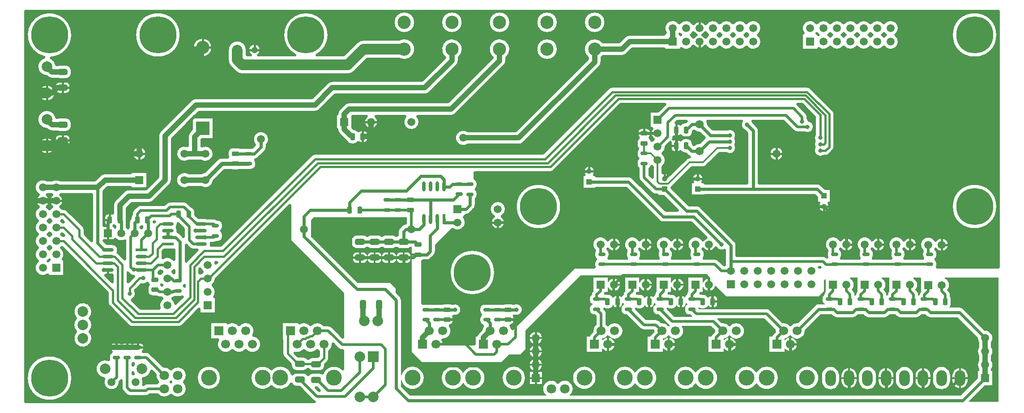
<source format=gbl>
G04 Layer_Physical_Order=2*
G04 Layer_Color=16750848*
%FSLAX42Y42*%
%MOMM*%
G71*
G01*
G75*
%ADD10C,0.50*%
G04:AMPARAMS|DCode=11|XSize=0.7mm|YSize=1.3mm|CornerRadius=0.17mm|HoleSize=0mm|Usage=FLASHONLY|Rotation=90.000|XOffset=0mm|YOffset=0mm|HoleType=Round|Shape=RoundedRectangle|*
%AMROUNDEDRECTD11*
21,1,0.70,0.95,0,0,90.0*
21,1,0.35,1.30,0,0,90.0*
1,1,0.35,0.47,0.17*
1,1,0.35,0.47,-0.17*
1,1,0.35,-0.47,-0.17*
1,1,0.35,-0.47,0.17*
%
%ADD11ROUNDEDRECTD11*%
%ADD12O,0.60X1.90*%
%ADD13R,0.60X1.90*%
%ADD14O,2.20X0.60*%
%ADD15R,2.20X0.60*%
G04:AMPARAMS|DCode=25|XSize=0.9mm|YSize=1.3mm|CornerRadius=0.23mm|HoleSize=0mm|Usage=FLASHONLY|Rotation=90.000|XOffset=0mm|YOffset=0mm|HoleType=Round|Shape=RoundedRectangle|*
%AMROUNDEDRECTD25*
21,1,0.90,0.85,0,0,90.0*
21,1,0.45,1.30,0,0,90.0*
1,1,0.45,0.42,0.23*
1,1,0.45,0.42,-0.23*
1,1,0.45,-0.42,-0.23*
1,1,0.45,-0.42,0.23*
%
%ADD25ROUNDEDRECTD25*%
G04:AMPARAMS|DCode=26|XSize=0.9mm|YSize=1.3mm|CornerRadius=0.23mm|HoleSize=0mm|Usage=FLASHONLY|Rotation=180.000|XOffset=0mm|YOffset=0mm|HoleType=Round|Shape=RoundedRectangle|*
%AMROUNDEDRECTD26*
21,1,0.90,0.85,0,0,180.0*
21,1,0.45,1.30,0,0,180.0*
1,1,0.45,-0.23,0.42*
1,1,0.45,0.23,0.42*
1,1,0.45,0.23,-0.42*
1,1,0.45,-0.23,-0.42*
%
%ADD26ROUNDEDRECTD26*%
G04:AMPARAMS|DCode=27|XSize=1.15mm|YSize=1.8mm|CornerRadius=0.29mm|HoleSize=0mm|Usage=FLASHONLY|Rotation=0.000|XOffset=0mm|YOffset=0mm|HoleType=Round|Shape=RoundedRectangle|*
%AMROUNDEDRECTD27*
21,1,1.15,1.23,0,0,0.0*
21,1,0.57,1.80,0,0,0.0*
1,1,0.57,0.29,-0.61*
1,1,0.57,-0.29,-0.61*
1,1,0.57,-0.29,0.61*
1,1,0.57,0.29,0.61*
%
%ADD27ROUNDEDRECTD27*%
%ADD33C,0.30*%
%ADD34C,0.60*%
%ADD35C,1.00*%
%ADD36C,2.00*%
%ADD38C,0.80*%
%ADD39C,0.40*%
%ADD42C,7.00*%
%ADD43C,1.57*%
%ADD44C,2.00*%
%ADD45R,2.50X2.50*%
%ADD46C,2.50*%
%ADD47C,1.50*%
%ADD48R,1.50X1.50*%
%ADD49R,1.50X1.50*%
%ADD50C,1.50*%
%ADD51R,1.50X1.50*%
%ADD52R,1.50X1.50*%
%ADD53C,2.00*%
%ADD54R,2.00X2.00*%
%ADD55C,1.80*%
%ADD56C,1.00*%
%ADD57R,1.00X1.00*%
%ADD58R,1.20X1.20*%
%ADD59C,1.20*%
%ADD60O,2.00X3.00*%
%ADD61C,1.70*%
%ADD62C,3.00*%
%ADD63R,1.70X1.70*%
%ADD64C,0.80*%
G04:AMPARAMS|DCode=65|XSize=1.15mm|YSize=1.8mm|CornerRadius=0.29mm|HoleSize=0mm|Usage=FLASHONLY|Rotation=270.000|XOffset=0mm|YOffset=0mm|HoleType=Round|Shape=RoundedRectangle|*
%AMROUNDEDRECTD65*
21,1,1.15,1.23,0,0,270.0*
21,1,0.57,1.80,0,0,270.0*
1,1,0.57,-0.61,-0.29*
1,1,0.57,-0.61,0.29*
1,1,0.57,0.61,0.29*
1,1,0.57,0.61,-0.29*
%
%ADD65ROUNDEDRECTD65*%
G36*
X15888Y1640D02*
X15874Y1622D01*
X15866Y1602D01*
X15863Y1580D01*
X15847Y1568D01*
X15842Y1561D01*
X15829Y1565D01*
Y1585D01*
X15827Y1607D01*
X15818Y1627D01*
X15804Y1645D01*
X15775Y1675D01*
X15795Y1701D01*
X15809Y1734D01*
X15813Y1769D01*
X15809Y1804D01*
X15795Y1837D01*
X15773Y1865D01*
X15745Y1887D01*
X15744Y1888D01*
X15746Y1900D01*
X15888D01*
Y1640D01*
D02*
G37*
G36*
X15288Y1640D02*
X15274Y1622D01*
X15266Y1602D01*
X15263Y1580D01*
X15247Y1568D01*
X15242Y1561D01*
X15229Y1565D01*
Y1585D01*
X15227Y1607D01*
X15218Y1627D01*
X15204Y1645D01*
X15175Y1675D01*
X15195Y1701D01*
X15209Y1734D01*
X15213Y1769D01*
X15209Y1804D01*
X15195Y1837D01*
X15173Y1865D01*
X15145Y1887D01*
X15144Y1888D01*
X15146Y1900D01*
X15288D01*
Y1640D01*
D02*
G37*
G36*
X14688Y1871D02*
Y1640D01*
X14674Y1622D01*
X14666Y1602D01*
X14663Y1580D01*
X14647Y1568D01*
X14635Y1552D01*
X14627Y1533D01*
X14624Y1512D01*
Y1477D01*
X14627Y1457D01*
X14635Y1438D01*
X14647Y1422D01*
X14663Y1410D01*
X14667Y1408D01*
X14664Y1396D01*
X14551D01*
X14551Y1396D01*
X14528Y1393D01*
X14506Y1384D01*
X14487Y1369D01*
X14156Y1039D01*
X14140Y1041D01*
X14103Y1036D01*
X14067Y1021D01*
X14037Y998D01*
X14022Y978D01*
X14005D01*
X13990Y998D01*
X13960Y1021D01*
X13924Y1036D01*
X13887Y1041D01*
X13864Y1038D01*
X13624Y1278D01*
X13606Y1292D01*
X13586Y1300D01*
X13563Y1303D01*
X12276D01*
Y1323D01*
X12274Y1332D01*
X12286Y1339D01*
X12291Y1335D01*
X12311Y1327D01*
X12332Y1324D01*
X12378D01*
X12399Y1327D01*
X12419Y1335D01*
X12436Y1349D01*
X12450Y1366D01*
X12454Y1375D01*
X12468Y1377D01*
X12477Y1362D01*
X12498Y1349D01*
X12522Y1344D01*
X12525D01*
Y1450D01*
Y1556D01*
X12522D01*
X12498Y1551D01*
X12477Y1538D01*
X12468Y1523D01*
X12454Y1525D01*
X12450Y1534D01*
X12436Y1551D01*
X12419Y1565D01*
X12399Y1573D01*
X12378Y1576D01*
X12347D01*
X12331Y1582D01*
X12309Y1585D01*
X12293D01*
X12287Y1598D01*
X12297Y1611D01*
X12306Y1632D01*
X12306Y1634D01*
X12358D01*
Y1723D01*
X12371Y1725D01*
X12377Y1711D01*
X12395Y1687D01*
X12419Y1669D01*
X12447Y1657D01*
X12457Y1656D01*
Y1769D01*
X12497D01*
Y1656D01*
X12507Y1657D01*
X12535Y1669D01*
X12559Y1687D01*
X12577Y1711D01*
X12589Y1739D01*
X12590Y1744D01*
X12602Y1748D01*
X12650Y1700D01*
X12800Y1550D01*
X14550D01*
X14650Y1650D01*
Y1800D01*
Y1850D01*
X14676Y1876D01*
X14688Y1871D01*
D02*
G37*
G36*
X16489Y1899D02*
Y1636D01*
X16476Y1618D01*
X16467Y1597D01*
X16465Y1581D01*
X16463Y1580D01*
X16447Y1568D01*
X16442Y1561D01*
X16429Y1565D01*
Y1585D01*
X16427Y1607D01*
X16418Y1627D01*
X16404Y1645D01*
X16375Y1675D01*
X16395Y1701D01*
X16409Y1734D01*
X16413Y1769D01*
X16409Y1804D01*
X16395Y1837D01*
X16373Y1865D01*
X16345Y1887D01*
X16344Y1888D01*
X16346Y1900D01*
X16477D01*
X16489Y1899D01*
D02*
G37*
G36*
X6760Y2923D02*
X6750Y2915D01*
X6745Y2910D01*
X6744D01*
X6744Y2910D01*
X6721Y2907D01*
X6699Y2898D01*
X6680Y2883D01*
X6636Y2839D01*
X6621Y2820D01*
X6612Y2798D01*
X6609Y2775D01*
Y2695D01*
X6594Y2689D01*
X6575Y2675D01*
X6574Y2673D01*
X6551D01*
X6550Y2675D01*
X6531Y2689D01*
X6509Y2698D01*
X6486Y2701D01*
X6364D01*
X6341Y2698D01*
X6319Y2689D01*
X6300Y2675D01*
X6299Y2673D01*
X6276D01*
X6275Y2675D01*
X6256Y2689D01*
X6234Y2698D01*
X6211Y2701D01*
X6089D01*
X6066Y2698D01*
X6044Y2689D01*
X6025Y2675D01*
X6024Y2673D01*
X6001D01*
X6000Y2675D01*
X5981Y2689D01*
X5959Y2698D01*
X5936Y2701D01*
X5814D01*
X5791Y2698D01*
X5769Y2689D01*
X5750Y2675D01*
X5736Y2656D01*
X5727Y2634D01*
X5724Y2611D01*
Y2554D01*
X5727Y2531D01*
X5736Y2509D01*
X5750Y2490D01*
X5769Y2476D01*
X5791Y2467D01*
X5814Y2464D01*
X5936D01*
X5959Y2467D01*
X5981Y2476D01*
X6000Y2490D01*
X6001Y2492D01*
X6024D01*
X6025Y2490D01*
X6044Y2476D01*
X6066Y2467D01*
X6089Y2464D01*
X6211D01*
X6234Y2467D01*
X6256Y2476D01*
X6275Y2490D01*
X6276Y2492D01*
X6299D01*
X6300Y2490D01*
X6319Y2476D01*
X6341Y2467D01*
X6364Y2464D01*
X6486D01*
X6509Y2467D01*
X6531Y2476D01*
X6550Y2490D01*
X6551Y2492D01*
X6574D01*
X6575Y2490D01*
X6594Y2476D01*
X6616Y2467D01*
X6639Y2464D01*
X6761D01*
X6784Y2467D01*
X6806Y2476D01*
X6825Y2490D01*
X6826Y2492D01*
X6850D01*
Y2358D01*
X6975D01*
Y2317D01*
X6850D01*
Y500D01*
X7000Y350D01*
X7050Y300D01*
X8550D01*
X8700Y450D01*
X8900D01*
X9000Y550D01*
Y850D01*
Y900D01*
X9950Y1850D01*
X10050Y1950D01*
X12400D01*
X12456Y1894D01*
X12452Y1882D01*
X12447Y1881D01*
X12419Y1869D01*
X12395Y1851D01*
X12377Y1827D01*
X12371Y1813D01*
X12358Y1815D01*
Y1904D01*
X12088D01*
Y1640D01*
X12074Y1622D01*
X12066Y1602D01*
X12063Y1580D01*
X12047Y1568D01*
X12035Y1552D01*
X12029Y1536D01*
X12015Y1534D01*
X12013Y1538D01*
X11992Y1551D01*
X11968Y1556D01*
X11965D01*
Y1450D01*
Y1344D01*
X11968D01*
X11992Y1349D01*
X12013Y1362D01*
X12026Y1383D01*
X12031Y1407D01*
Y1422D01*
X12044Y1427D01*
X12047Y1422D01*
X12063Y1410D01*
X12070Y1407D01*
Y1393D01*
X12063Y1390D01*
X12047Y1378D01*
X12035Y1362D01*
X12027Y1343D01*
X12024Y1323D01*
Y1288D01*
X12027Y1267D01*
X12035Y1248D01*
X12047Y1232D01*
X12063Y1220D01*
X12082Y1212D01*
X12103Y1209D01*
X12124D01*
X12161Y1172D01*
X12156Y1161D01*
X11816D01*
X11676Y1301D01*
Y1323D01*
X11674Y1332D01*
X11686Y1339D01*
X11691Y1335D01*
X11711Y1327D01*
X11732Y1324D01*
X11778D01*
X11799Y1327D01*
X11819Y1335D01*
X11836Y1349D01*
X11850Y1366D01*
X11854Y1375D01*
X11868Y1377D01*
X11877Y1362D01*
X11898Y1349D01*
X11922Y1344D01*
X11925D01*
Y1450D01*
Y1556D01*
X11922D01*
X11898Y1551D01*
X11877Y1538D01*
X11868Y1523D01*
X11854Y1525D01*
X11850Y1534D01*
X11836Y1551D01*
X11819Y1565D01*
X11799Y1573D01*
X11778Y1576D01*
X11747D01*
X11731Y1582D01*
X11709Y1585D01*
X11693D01*
X11687Y1598D01*
X11697Y1611D01*
X11706Y1632D01*
X11706Y1634D01*
X11758D01*
Y1723D01*
X11771Y1725D01*
X11777Y1711D01*
X11795Y1687D01*
X11819Y1669D01*
X11847Y1657D01*
X11857Y1656D01*
Y1769D01*
Y1882D01*
X11847Y1881D01*
X11819Y1869D01*
X11795Y1851D01*
X11777Y1827D01*
X11771Y1813D01*
X11758Y1815D01*
Y1904D01*
X11488D01*
Y1640D01*
X11474Y1622D01*
X11466Y1602D01*
X11463Y1580D01*
X11447Y1568D01*
X11435Y1552D01*
X11429Y1536D01*
X11415Y1534D01*
X11413Y1538D01*
X11392Y1551D01*
X11368Y1556D01*
X11365D01*
Y1450D01*
Y1344D01*
X11368D01*
X11392Y1349D01*
X11413Y1362D01*
X11426Y1383D01*
X11431Y1407D01*
Y1422D01*
X11444Y1427D01*
X11447Y1422D01*
X11463Y1410D01*
X11470Y1407D01*
Y1393D01*
X11463Y1390D01*
X11447Y1378D01*
X11435Y1362D01*
X11427Y1343D01*
X11424Y1323D01*
Y1288D01*
X11427Y1267D01*
X11435Y1248D01*
X11447Y1232D01*
X11463Y1220D01*
X11482Y1212D01*
X11503Y1209D01*
X11524D01*
X11719Y1014D01*
X11729Y1007D01*
X11729Y1007D01*
X11731Y990D01*
X11731Y990D01*
X11722Y978D01*
X11705D01*
X11690Y998D01*
X11660Y1021D01*
X11624Y1036D01*
X11586Y1041D01*
X11564Y1038D01*
X11532Y1071D01*
X11514Y1084D01*
X11493Y1093D01*
X11471Y1096D01*
X11281D01*
X11076Y1301D01*
Y1323D01*
X11074Y1332D01*
X11086Y1339D01*
X11091Y1335D01*
X11111Y1327D01*
X11132Y1324D01*
X11178D01*
X11199Y1327D01*
X11219Y1335D01*
X11236Y1349D01*
X11250Y1366D01*
X11254Y1375D01*
X11268Y1377D01*
X11277Y1362D01*
X11298Y1349D01*
X11322Y1344D01*
X11325D01*
Y1450D01*
Y1556D01*
X11322D01*
X11298Y1551D01*
X11277Y1538D01*
X11268Y1523D01*
X11254Y1525D01*
X11250Y1534D01*
X11236Y1551D01*
X11219Y1565D01*
X11199Y1573D01*
X11178Y1576D01*
X11147D01*
X11131Y1582D01*
X11109Y1585D01*
X11093D01*
X11087Y1598D01*
X11097Y1611D01*
X11106Y1632D01*
X11106Y1634D01*
X11158D01*
Y1723D01*
X11171Y1725D01*
X11177Y1711D01*
X11195Y1687D01*
X11219Y1669D01*
X11247Y1657D01*
X11257Y1656D01*
Y1769D01*
Y1882D01*
X11247Y1881D01*
X11219Y1869D01*
X11195Y1851D01*
X11177Y1827D01*
X11171Y1813D01*
X11158Y1815D01*
Y1904D01*
X10888D01*
Y1640D01*
X10874Y1622D01*
X10866Y1602D01*
X10863Y1580D01*
X10847Y1568D01*
X10835Y1552D01*
X10829Y1536D01*
X10815Y1534D01*
X10813Y1538D01*
X10792Y1551D01*
X10768Y1556D01*
X10765D01*
Y1450D01*
Y1344D01*
X10768D01*
X10792Y1349D01*
X10813Y1362D01*
X10826Y1383D01*
X10831Y1407D01*
Y1422D01*
X10844Y1427D01*
X10847Y1422D01*
X10863Y1410D01*
X10870Y1407D01*
Y1393D01*
X10863Y1390D01*
X10847Y1378D01*
X10835Y1362D01*
X10827Y1343D01*
X10824Y1323D01*
Y1288D01*
X10827Y1267D01*
X10835Y1248D01*
X10847Y1232D01*
X10863Y1220D01*
X10882Y1212D01*
X10903Y1209D01*
X10924D01*
X11184Y949D01*
X11202Y936D01*
X11223Y927D01*
X11245Y924D01*
X11434D01*
X11443Y915D01*
X11440Y894D01*
X11443Y872D01*
X11399Y828D01*
X11385Y810D01*
X11377Y790D01*
X11376Y786D01*
X11314D01*
Y495D01*
X11604D01*
Y557D01*
X11617Y562D01*
X11624Y551D01*
X11650Y531D01*
X11681Y519D01*
X11693Y517D01*
Y641D01*
Y764D01*
X11681Y762D01*
X11650Y750D01*
X11624Y730D01*
X11617Y719D01*
X11604Y724D01*
Y751D01*
X11624Y753D01*
X11660Y768D01*
X11690Y791D01*
X11705Y811D01*
X11722D01*
X11737Y791D01*
X11767Y768D01*
X11803Y753D01*
X11840Y748D01*
X11878Y753D01*
X11914Y768D01*
X11944Y791D01*
X11967Y821D01*
X11982Y857D01*
X11987Y894D01*
X11982Y932D01*
X11967Y968D01*
X11959Y978D01*
X11965Y989D01*
X12520D01*
X12593Y917D01*
X12590Y894D01*
X12593Y872D01*
X12549Y828D01*
X12535Y810D01*
X12527Y790D01*
X12526Y786D01*
X12464D01*
Y495D01*
X12754D01*
Y557D01*
X12767Y562D01*
X12774Y551D01*
X12800Y531D01*
X12831Y519D01*
X12843Y517D01*
Y641D01*
Y764D01*
X12831Y762D01*
X12800Y750D01*
X12774Y730D01*
X12767Y719D01*
X12754Y724D01*
Y751D01*
X12774Y753D01*
X12810Y768D01*
X12840Y791D01*
X12855Y811D01*
X12872D01*
X12887Y791D01*
X12917Y768D01*
X12953Y753D01*
X12990Y748D01*
X13028Y753D01*
X13064Y768D01*
X13094Y791D01*
X13117Y821D01*
X13132Y857D01*
X13137Y894D01*
X13132Y932D01*
X13117Y968D01*
X13094Y998D01*
X13064Y1021D01*
X13028Y1036D01*
X12990Y1041D01*
X12953Y1036D01*
X12917Y1021D01*
X12887Y998D01*
X12872Y978D01*
X12855D01*
X12840Y998D01*
X12810Y1021D01*
X12774Y1036D01*
X12736Y1041D01*
X12714Y1038D01*
X12632Y1120D01*
X12637Y1132D01*
X13528D01*
X13743Y917D01*
X13740Y894D01*
X13743Y872D01*
X13699Y828D01*
X13685Y810D01*
X13677Y790D01*
X13676Y786D01*
X13615D01*
Y495D01*
X13904D01*
Y557D01*
X13917Y562D01*
X13924Y551D01*
X13950Y531D01*
X13981Y519D01*
X13993Y517D01*
Y641D01*
Y764D01*
X13981Y762D01*
X13950Y750D01*
X13924Y730D01*
X13917Y719D01*
X13904Y724D01*
Y751D01*
X13924Y753D01*
X13960Y768D01*
X13990Y791D01*
X14005Y811D01*
X14022D01*
X14037Y791D01*
X14067Y768D01*
X14103Y753D01*
X14140Y748D01*
X14178Y753D01*
X14214Y768D01*
X14244Y791D01*
X14267Y821D01*
X14282Y857D01*
X14287Y894D01*
X14285Y910D01*
X14589Y1214D01*
X14677D01*
X14682Y1212D01*
X14703Y1209D01*
X14798D01*
X14804Y1210D01*
X14836Y1178D01*
X14836Y1178D01*
X14855Y1164D01*
X14877Y1155D01*
X14900Y1152D01*
X14900Y1152D01*
X15193D01*
X15216Y1155D01*
X15238Y1164D01*
X15257Y1178D01*
X15289Y1211D01*
X15303Y1209D01*
X15398D01*
X15404Y1210D01*
X15436Y1178D01*
X15436Y1178D01*
X15455Y1164D01*
X15477Y1155D01*
X15500Y1152D01*
X15500Y1152D01*
X15793D01*
X15816Y1155D01*
X15838Y1164D01*
X15857Y1178D01*
X15889Y1211D01*
X15903Y1209D01*
X15998D01*
X16004Y1210D01*
X16036Y1178D01*
X16036Y1178D01*
X16055Y1164D01*
X16077Y1155D01*
X16100Y1152D01*
X16100Y1152D01*
X16393D01*
X16416Y1155D01*
X16438Y1164D01*
X16457Y1178D01*
X16489Y1211D01*
X16503Y1209D01*
X16575D01*
X16606Y1178D01*
X16625Y1164D01*
X16647Y1155D01*
X16670Y1152D01*
X16670Y1152D01*
X17182D01*
X17565Y769D01*
X17564Y762D01*
X17568Y727D01*
X17582Y694D01*
X17589Y685D01*
Y585D01*
X17582Y576D01*
X17568Y543D01*
X17564Y508D01*
X17568Y473D01*
X17582Y440D01*
X17589Y431D01*
Y331D01*
X17582Y322D01*
X17568Y289D01*
X17564Y254D01*
X17568Y219D01*
X17582Y186D01*
X17589Y177D01*
Y135D01*
X17565D01*
Y-7D01*
X17237Y-334D01*
X9843D01*
X9839Y-322D01*
X9854Y-309D01*
X9873Y-286D01*
X9887Y-260D01*
X9895Y-232D01*
X9898Y-203D01*
X9895Y-173D01*
X9887Y-145D01*
X9873Y-119D01*
X9854Y-96D01*
X9831Y-77D01*
X9805Y-63D01*
X9777Y-55D01*
X9747Y-52D01*
X9718Y-55D01*
X9690Y-63D01*
X9664Y-77D01*
X9641Y-96D01*
X9629Y-111D01*
X9612D01*
X9600Y-96D01*
X9577Y-77D01*
X9551Y-63D01*
X9523Y-55D01*
X9493Y-52D01*
X9464Y-55D01*
X9436Y-63D01*
X9410Y-77D01*
X9387Y-96D01*
X9368Y-119D01*
X9354Y-145D01*
X9346Y-173D01*
X9343Y-203D01*
X9346Y-232D01*
X9354Y-260D01*
X9368Y-286D01*
X9387Y-309D01*
X9402Y-322D01*
X9398Y-334D01*
X6823D01*
X6648Y-160D01*
Y-41D01*
X6661Y-39D01*
X6672Y-75D01*
X6692Y-112D01*
X6718Y-144D01*
X6750Y-170D01*
X6786Y-189D01*
X6826Y-201D01*
X6867Y-206D01*
X6908Y-201D01*
X6948Y-189D01*
X6984Y-170D01*
X7016Y-144D01*
X7042Y-112D01*
X7062Y-75D01*
X7074Y-36D01*
X7078Y6D01*
X7074Y47D01*
X7062Y86D01*
X7042Y123D01*
X7016Y155D01*
X6984Y181D01*
X6948Y200D01*
X6908Y212D01*
X6867Y217D01*
X6826Y212D01*
X6786Y200D01*
X6750Y181D01*
X6718Y155D01*
X6692Y123D01*
X6672Y86D01*
X6661Y50D01*
X6648Y52D01*
Y1475D01*
X6645Y1498D01*
X6636Y1520D01*
X6622Y1539D01*
X6550Y1611D01*
Y1700D01*
X6450Y1800D01*
X5828D01*
X4950Y2678D01*
Y2818D01*
X4950Y2819D01*
X4950Y2820D01*
Y2950D01*
Y3000D01*
X5000Y3050D01*
X6760D01*
Y2923D01*
D02*
G37*
G36*
X17950Y-450D02*
X17395D01*
X17390Y-438D01*
X17693Y-135D01*
X17835D01*
Y135D01*
X17811D01*
Y177D01*
X17818Y186D01*
X17832Y219D01*
X17836Y254D01*
X17832Y289D01*
X17818Y322D01*
X17811Y331D01*
Y431D01*
X17818Y440D01*
X17832Y473D01*
X17836Y508D01*
X17832Y543D01*
X17818Y576D01*
X17811Y585D01*
Y685D01*
X17818Y694D01*
X17832Y727D01*
X17836Y762D01*
X17832Y797D01*
X17818Y830D01*
X17796Y858D01*
X17768Y880D01*
X17735Y894D01*
X17700Y898D01*
X17693Y897D01*
X17284Y1307D01*
X17265Y1321D01*
X17243Y1330D01*
X17220Y1333D01*
X17027D01*
X17023Y1346D01*
X17026Y1349D01*
X17040Y1366D01*
X17048Y1386D01*
X17051Y1407D01*
Y1492D01*
X17048Y1514D01*
X17040Y1534D01*
X17031Y1546D01*
Y1580D01*
X17028Y1602D01*
X17019Y1623D01*
X17006Y1641D01*
X16976Y1670D01*
X16996Y1696D01*
X17010Y1729D01*
X17014Y1764D01*
X17010Y1800D01*
X16996Y1832D01*
X16975Y1861D01*
X16946Y1882D01*
X16934Y1887D01*
X16937Y1900D01*
X17950D01*
Y-450D01*
D02*
G37*
%LPC*%
G36*
X15805Y189D02*
X15788Y186D01*
X15754Y172D01*
X15725Y150D01*
X15703Y121D01*
X15689Y87D01*
X15684Y50D01*
Y20D01*
X15805D01*
Y189D01*
D02*
G37*
G36*
X16505D02*
X16488Y186D01*
X16454Y172D01*
X16425Y150D01*
X16403Y121D01*
X16389Y87D01*
X16384Y50D01*
Y20D01*
X16505D01*
Y189D01*
D02*
G37*
G36*
X15845D02*
Y20D01*
X15966D01*
Y50D01*
X15961Y87D01*
X15947Y121D01*
X15925Y150D01*
X15896Y172D01*
X15862Y186D01*
X15845Y189D01*
D02*
G37*
G36*
X15145D02*
Y20D01*
X15266D01*
Y50D01*
X15261Y87D01*
X15247Y121D01*
X15225Y150D01*
X15196Y172D01*
X15162Y186D01*
X15145Y189D01*
D02*
G37*
G36*
X9180Y115D02*
X9085D01*
Y20D01*
X9180D01*
Y115D01*
D02*
G37*
G36*
X9315D02*
X9220D01*
Y20D01*
X9315D01*
Y115D01*
D02*
G37*
G36*
X15105Y189D02*
X15088Y186D01*
X15054Y172D01*
X15025Y150D01*
X15003Y121D01*
X14989Y87D01*
X14984Y50D01*
Y20D01*
X15105D01*
Y189D01*
D02*
G37*
G36*
X16545D02*
Y20D01*
X16666D01*
Y50D01*
X16661Y87D01*
X16647Y121D01*
X16625Y150D01*
X16596Y172D01*
X16562Y186D01*
X16545Y189D01*
D02*
G37*
G36*
X9180Y234D02*
X9087D01*
X9088Y224D01*
X9100Y196D01*
X9118Y172D01*
X9142Y154D01*
X9170Y142D01*
X9180Y141D01*
Y234D01*
D02*
G37*
G36*
X8017Y217D02*
X7976Y212D01*
X7936Y200D01*
X7900Y181D01*
X7868Y155D01*
X7842Y123D01*
X7831Y104D01*
X7819D01*
X7808Y123D01*
X7782Y155D01*
X7750Y181D01*
X7714Y200D01*
X7674Y212D01*
X7633Y217D01*
X7592Y212D01*
X7552Y200D01*
X7516Y181D01*
X7484Y155D01*
X7458Y123D01*
X7438Y86D01*
X7426Y47D01*
X7422Y6D01*
X7426Y-36D01*
X7438Y-75D01*
X7458Y-112D01*
X7484Y-144D01*
X7516Y-170D01*
X7552Y-189D01*
X7592Y-201D01*
X7633Y-206D01*
X7674Y-201D01*
X7714Y-189D01*
X7750Y-170D01*
X7782Y-144D01*
X7808Y-112D01*
X7819Y-93D01*
X7831D01*
X7842Y-112D01*
X7868Y-144D01*
X7900Y-170D01*
X7936Y-189D01*
X7976Y-201D01*
X8017Y-206D01*
X8058Y-201D01*
X8098Y-189D01*
X8134Y-170D01*
X8166Y-144D01*
X8192Y-112D01*
X8212Y-75D01*
X8224Y-36D01*
X8228Y6D01*
X8224Y47D01*
X8212Y86D01*
X8192Y123D01*
X8166Y155D01*
X8134Y181D01*
X8098Y200D01*
X8058Y212D01*
X8017Y217D01*
D02*
G37*
G36*
X9180Y367D02*
X9170Y366D01*
X9142Y354D01*
X9118Y336D01*
X9100Y312D01*
X9088Y284D01*
X9087Y274D01*
X9180D01*
Y367D01*
D02*
G37*
G36*
X9313Y234D02*
X9220D01*
Y141D01*
X9230Y142D01*
X9258Y154D01*
X9282Y172D01*
X9300Y196D01*
X9312Y224D01*
X9313Y234D01*
D02*
G37*
G36*
X13567Y217D02*
X13526Y212D01*
X13486Y200D01*
X13450Y181D01*
X13418Y155D01*
X13392Y123D01*
X13381Y104D01*
X13369D01*
X13358Y123D01*
X13332Y155D01*
X13300Y181D01*
X13264Y200D01*
X13224Y212D01*
X13183Y217D01*
X13142Y212D01*
X13102Y200D01*
X13066Y181D01*
X13034Y155D01*
X13008Y123D01*
X12988Y86D01*
X12976Y47D01*
X12972Y5D01*
X12976Y-36D01*
X12988Y-75D01*
X13008Y-112D01*
X13034Y-144D01*
X13066Y-170D01*
X13102Y-189D01*
X13142Y-201D01*
X13183Y-206D01*
X13224Y-201D01*
X13264Y-189D01*
X13300Y-170D01*
X13332Y-144D01*
X13358Y-112D01*
X13369Y-93D01*
X13381D01*
X13392Y-112D01*
X13418Y-144D01*
X13450Y-170D01*
X13486Y-189D01*
X13526Y-201D01*
X13567Y-206D01*
X13608Y-201D01*
X13648Y-189D01*
X13684Y-170D01*
X13716Y-144D01*
X13742Y-112D01*
X13762Y-75D01*
X13774Y-36D01*
X13778Y5D01*
X13774Y47D01*
X13762Y86D01*
X13742Y123D01*
X13716Y155D01*
X13684Y181D01*
X13648Y200D01*
X13608Y212D01*
X13567Y217D01*
D02*
G37*
G36*
X17245Y189D02*
Y20D01*
X17366D01*
Y50D01*
X17361Y87D01*
X17347Y121D01*
X17325Y150D01*
X17296Y172D01*
X17262Y186D01*
X17245Y189D01*
D02*
G37*
G36*
X17205D02*
X17188Y186D01*
X17154Y172D01*
X17125Y150D01*
X17103Y121D01*
X17089Y87D01*
X17084Y50D01*
Y20D01*
X17205D01*
Y189D01*
D02*
G37*
G36*
X12417Y217D02*
X12376Y212D01*
X12336Y200D01*
X12300Y181D01*
X12268Y155D01*
X12242Y123D01*
X12231Y104D01*
X12219D01*
X12208Y123D01*
X12182Y155D01*
X12150Y181D01*
X12114Y200D01*
X12074Y212D01*
X12033Y217D01*
X11992Y212D01*
X11952Y200D01*
X11916Y181D01*
X11884Y155D01*
X11858Y123D01*
X11838Y86D01*
X11826Y47D01*
X11822Y5D01*
X11826Y-36D01*
X11838Y-75D01*
X11858Y-112D01*
X11884Y-144D01*
X11916Y-170D01*
X11952Y-189D01*
X11992Y-201D01*
X12033Y-206D01*
X12074Y-201D01*
X12114Y-189D01*
X12150Y-170D01*
X12182Y-144D01*
X12208Y-112D01*
X12219Y-93D01*
X12231D01*
X12242Y-112D01*
X12268Y-144D01*
X12300Y-170D01*
X12336Y-189D01*
X12376Y-201D01*
X12417Y-206D01*
X12458Y-201D01*
X12498Y-189D01*
X12534Y-170D01*
X12566Y-144D01*
X12592Y-112D01*
X12612Y-75D01*
X12624Y-36D01*
X12628Y5D01*
X12624Y47D01*
X12612Y86D01*
X12592Y123D01*
X12566Y155D01*
X12534Y181D01*
X12498Y200D01*
X12458Y212D01*
X12417Y217D01*
D02*
G37*
G36*
X11267D02*
X11226Y212D01*
X11186Y200D01*
X11150Y181D01*
X11118Y155D01*
X11092Y123D01*
X11081Y104D01*
X11069D01*
X11058Y123D01*
X11032Y155D01*
X11000Y181D01*
X10964Y200D01*
X10924Y212D01*
X10883Y217D01*
X10842Y212D01*
X10802Y200D01*
X10766Y181D01*
X10734Y155D01*
X10708Y123D01*
X10688Y86D01*
X10676Y47D01*
X10672Y5D01*
X10676Y-36D01*
X10688Y-75D01*
X10708Y-112D01*
X10734Y-144D01*
X10766Y-170D01*
X10802Y-189D01*
X10842Y-201D01*
X10883Y-206D01*
X10924Y-201D01*
X10964Y-189D01*
X11000Y-170D01*
X11032Y-144D01*
X11058Y-112D01*
X11069Y-93D01*
X11081D01*
X11092Y-112D01*
X11118Y-144D01*
X11150Y-170D01*
X11186Y-189D01*
X11226Y-201D01*
X11267Y-206D01*
X11308Y-201D01*
X11348Y-189D01*
X11384Y-170D01*
X11416Y-144D01*
X11442Y-112D01*
X11462Y-75D01*
X11474Y-36D01*
X11478Y5D01*
X11474Y47D01*
X11462Y86D01*
X11442Y123D01*
X11416Y155D01*
X11384Y181D01*
X11348Y200D01*
X11308Y212D01*
X11267Y217D01*
D02*
G37*
G36*
X15105Y-20D02*
X14984D01*
Y-50D01*
X14989Y-87D01*
X15003Y-121D01*
X15025Y-150D01*
X15054Y-172D01*
X15088Y-186D01*
X15105Y-189D01*
Y-20D01*
D02*
G37*
G36*
X8783Y217D02*
X8742Y212D01*
X8702Y200D01*
X8666Y181D01*
X8634Y155D01*
X8608Y123D01*
X8588Y86D01*
X8576Y47D01*
X8572Y6D01*
X8576Y-36D01*
X8588Y-75D01*
X8608Y-112D01*
X8634Y-144D01*
X8666Y-170D01*
X8702Y-189D01*
X8742Y-201D01*
X8783Y-206D01*
X8824Y-201D01*
X8864Y-189D01*
X8900Y-170D01*
X8932Y-144D01*
X8958Y-112D01*
X8978Y-75D01*
X8990Y-36D01*
X8994Y6D01*
X8990Y47D01*
X8978Y86D01*
X8958Y123D01*
X8932Y155D01*
X8900Y181D01*
X8864Y200D01*
X8824Y212D01*
X8783Y217D01*
D02*
G37*
G36*
X15805Y-20D02*
X15684D01*
Y-50D01*
X15689Y-87D01*
X15703Y-121D01*
X15725Y-150D01*
X15754Y-172D01*
X15788Y-186D01*
X15805Y-189D01*
Y-20D01*
D02*
G37*
G36*
X15266D02*
X15145D01*
Y-189D01*
X15162Y-186D01*
X15196Y-172D01*
X15225Y-150D01*
X15247Y-121D01*
X15261Y-87D01*
X15266Y-50D01*
Y-20D01*
D02*
G37*
G36*
X16875Y211D02*
X16844Y208D01*
X16813Y199D01*
X16786Y184D01*
X16761Y164D01*
X16741Y139D01*
X16726Y112D01*
X16717Y81D01*
X16714Y50D01*
Y-50D01*
X16717Y-81D01*
X16726Y-112D01*
X16741Y-139D01*
X16761Y-164D01*
X16786Y-184D01*
X16813Y-199D01*
X16844Y-208D01*
X16875Y-211D01*
X16906Y-208D01*
X16937Y-199D01*
X16964Y-184D01*
X16989Y-164D01*
X17009Y-139D01*
X17024Y-112D01*
X17033Y-81D01*
X17036Y-50D01*
Y50D01*
X17033Y81D01*
X17024Y112D01*
X17009Y139D01*
X16989Y164D01*
X16964Y184D01*
X16937Y199D01*
X16906Y208D01*
X16875Y211D01*
D02*
G37*
G36*
X16175D02*
X16144Y208D01*
X16113Y199D01*
X16086Y184D01*
X16061Y164D01*
X16041Y139D01*
X16026Y112D01*
X16017Y81D01*
X16014Y50D01*
Y-50D01*
X16017Y-81D01*
X16026Y-112D01*
X16041Y-139D01*
X16061Y-164D01*
X16086Y-184D01*
X16113Y-199D01*
X16144Y-208D01*
X16175Y-211D01*
X16206Y-208D01*
X16237Y-199D01*
X16264Y-184D01*
X16289Y-164D01*
X16309Y-139D01*
X16324Y-112D01*
X16333Y-81D01*
X16336Y-50D01*
Y50D01*
X16333Y81D01*
X16324Y112D01*
X16309Y139D01*
X16289Y164D01*
X16264Y184D01*
X16237Y199D01*
X16206Y208D01*
X16175Y211D01*
D02*
G37*
G36*
X14333Y217D02*
X14292Y212D01*
X14252Y200D01*
X14216Y181D01*
X14184Y155D01*
X14158Y123D01*
X14138Y86D01*
X14126Y47D01*
X14122Y5D01*
X14126Y-36D01*
X14138Y-75D01*
X14158Y-112D01*
X14184Y-144D01*
X14216Y-170D01*
X14252Y-189D01*
X14292Y-201D01*
X14333Y-206D01*
X14374Y-201D01*
X14414Y-189D01*
X14450Y-170D01*
X14482Y-144D01*
X14508Y-112D01*
X14528Y-75D01*
X14540Y-36D01*
X14544Y5D01*
X14540Y47D01*
X14528Y86D01*
X14508Y123D01*
X14482Y155D01*
X14450Y181D01*
X14414Y200D01*
X14374Y212D01*
X14333Y217D01*
D02*
G37*
G36*
X10117D02*
X10076Y212D01*
X10036Y200D01*
X10000Y181D01*
X9968Y155D01*
X9942Y123D01*
X9922Y86D01*
X9910Y47D01*
X9906Y5D01*
X9910Y-36D01*
X9922Y-75D01*
X9942Y-112D01*
X9968Y-144D01*
X10000Y-170D01*
X10036Y-189D01*
X10076Y-201D01*
X10117Y-206D01*
X10158Y-201D01*
X10198Y-189D01*
X10234Y-170D01*
X10266Y-144D01*
X10292Y-112D01*
X10312Y-75D01*
X10324Y-36D01*
X10328Y5D01*
X10324Y47D01*
X10312Y86D01*
X10292Y123D01*
X10266Y155D01*
X10234Y181D01*
X10198Y200D01*
X10158Y212D01*
X10117Y217D01*
D02*
G37*
G36*
X15966Y-20D02*
X15845D01*
Y-189D01*
X15862Y-186D01*
X15896Y-172D01*
X15925Y-150D01*
X15947Y-121D01*
X15961Y-87D01*
X15966Y-50D01*
Y-20D01*
D02*
G37*
G36*
X14775Y211D02*
X14744Y208D01*
X14713Y199D01*
X14686Y184D01*
X14661Y164D01*
X14641Y139D01*
X14626Y112D01*
X14617Y81D01*
X14614Y50D01*
Y-50D01*
X14617Y-81D01*
X14626Y-112D01*
X14641Y-139D01*
X14661Y-164D01*
X14686Y-184D01*
X14713Y-199D01*
X14744Y-208D01*
X14775Y-211D01*
X14806Y-208D01*
X14837Y-199D01*
X14864Y-184D01*
X14889Y-164D01*
X14909Y-139D01*
X14924Y-112D01*
X14933Y-81D01*
X14936Y-50D01*
Y50D01*
X14933Y81D01*
X14924Y112D01*
X14909Y139D01*
X14889Y164D01*
X14864Y184D01*
X14837Y199D01*
X14806Y208D01*
X14775Y211D01*
D02*
G37*
G36*
X15475D02*
X15444Y208D01*
X15413Y199D01*
X15386Y184D01*
X15361Y164D01*
X15341Y139D01*
X15326Y112D01*
X15317Y81D01*
X15314Y50D01*
Y-50D01*
X15317Y-81D01*
X15326Y-112D01*
X15341Y-139D01*
X15361Y-164D01*
X15386Y-184D01*
X15413Y-199D01*
X15444Y-208D01*
X15475Y-211D01*
X15506Y-208D01*
X15537Y-199D01*
X15564Y-184D01*
X15589Y-164D01*
X15609Y-139D01*
X15624Y-112D01*
X15633Y-81D01*
X15636Y-50D01*
Y50D01*
X15633Y81D01*
X15624Y112D01*
X15609Y139D01*
X15589Y164D01*
X15564Y184D01*
X15537Y199D01*
X15506Y208D01*
X15475Y211D01*
D02*
G37*
G36*
X9315Y-20D02*
X9220D01*
Y-115D01*
X9315D01*
Y-20D01*
D02*
G37*
G36*
X9180D02*
X9085D01*
Y-115D01*
X9180D01*
Y-20D01*
D02*
G37*
G36*
X16666D02*
X16545D01*
Y-189D01*
X16562Y-186D01*
X16596Y-172D01*
X16625Y-150D01*
X16647Y-121D01*
X16661Y-87D01*
X16666Y-50D01*
Y-20D01*
D02*
G37*
G36*
X16505D02*
X16384D01*
Y-50D01*
X16389Y-87D01*
X16403Y-121D01*
X16425Y-150D01*
X16454Y-172D01*
X16488Y-186D01*
X16505Y-189D01*
Y-20D01*
D02*
G37*
G36*
X17366D02*
X17245D01*
Y-189D01*
X17262Y-186D01*
X17296Y-172D01*
X17325Y-150D01*
X17347Y-121D01*
X17361Y-87D01*
X17366Y-50D01*
Y-20D01*
D02*
G37*
G36*
X17205D02*
X17084D01*
Y-50D01*
X17089Y-87D01*
X17103Y-121D01*
X17125Y-150D01*
X17154Y-172D01*
X17188Y-186D01*
X17205Y-189D01*
Y-20D01*
D02*
G37*
G36*
X10697Y1882D02*
Y1789D01*
X10790D01*
X10789Y1799D01*
X10777Y1827D01*
X10759Y1851D01*
X10735Y1869D01*
X10707Y1881D01*
X10697Y1882D01*
D02*
G37*
G36*
X11390Y1749D02*
X11297D01*
Y1656D01*
X11307Y1657D01*
X11335Y1669D01*
X11359Y1687D01*
X11377Y1711D01*
X11389Y1739D01*
X11390Y1749D01*
D02*
G37*
G36*
X11297Y1882D02*
Y1789D01*
X11390D01*
X11389Y1799D01*
X11377Y1827D01*
X11359Y1851D01*
X11335Y1869D01*
X11307Y1881D01*
X11297Y1882D01*
D02*
G37*
G36*
X11897Y1882D02*
Y1789D01*
X11990D01*
X11989Y1799D01*
X11977Y1827D01*
X11959Y1851D01*
X11935Y1869D01*
X11907Y1881D01*
X11897Y1882D01*
D02*
G37*
G36*
X10558Y1904D02*
X10288D01*
Y1640D01*
X10274Y1622D01*
X10266Y1602D01*
X10263Y1580D01*
X10247Y1568D01*
X10235Y1552D01*
X10227Y1533D01*
X10224Y1512D01*
Y1477D01*
X10227Y1457D01*
X10235Y1438D01*
X10247Y1422D01*
X10263Y1410D01*
X10270Y1407D01*
Y1393D01*
X10263Y1390D01*
X10247Y1378D01*
X10235Y1362D01*
X10227Y1343D01*
X10224Y1323D01*
Y1288D01*
X10227Y1267D01*
X10235Y1248D01*
X10247Y1232D01*
X10263Y1220D01*
X10282Y1212D01*
X10303Y1209D01*
X10324D01*
X10352Y1182D01*
Y1012D01*
X10333Y998D01*
X10310Y968D01*
X10295Y932D01*
X10290Y894D01*
X10293Y872D01*
X10249Y828D01*
X10235Y810D01*
X10227Y790D01*
X10226Y786D01*
X10164D01*
Y495D01*
X10454D01*
Y557D01*
X10467Y562D01*
X10474Y551D01*
X10500Y531D01*
X10531Y519D01*
X10543Y517D01*
Y641D01*
Y764D01*
X10531Y762D01*
X10500Y750D01*
X10474Y730D01*
X10467Y719D01*
X10454Y724D01*
Y751D01*
X10474Y753D01*
X10510Y768D01*
X10540Y791D01*
X10555Y811D01*
X10572D01*
X10587Y791D01*
X10617Y768D01*
X10653Y753D01*
X10690Y748D01*
X10728Y753D01*
X10764Y768D01*
X10794Y791D01*
X10817Y821D01*
X10832Y857D01*
X10837Y894D01*
X10832Y932D01*
X10817Y968D01*
X10794Y998D01*
X10764Y1021D01*
X10728Y1036D01*
X10690Y1041D01*
X10653Y1036D01*
X10617Y1021D01*
X10587Y998D01*
X10572Y978D01*
X10555D01*
X10540Y998D01*
X10523Y1011D01*
Y1218D01*
X10520Y1240D01*
X10512Y1260D01*
X10498Y1278D01*
X10476Y1301D01*
Y1323D01*
X10474Y1332D01*
X10486Y1339D01*
X10491Y1335D01*
X10511Y1327D01*
X10532Y1324D01*
X10578D01*
X10599Y1327D01*
X10619Y1335D01*
X10636Y1349D01*
X10650Y1366D01*
X10654Y1375D01*
X10668Y1377D01*
X10677Y1362D01*
X10698Y1349D01*
X10722Y1344D01*
X10725D01*
Y1450D01*
Y1556D01*
X10722D01*
X10698Y1551D01*
X10677Y1538D01*
X10668Y1523D01*
X10654Y1525D01*
X10650Y1534D01*
X10636Y1551D01*
X10619Y1565D01*
X10599Y1573D01*
X10578Y1576D01*
X10547D01*
X10531Y1582D01*
X10509Y1585D01*
X10493D01*
X10487Y1598D01*
X10497Y1611D01*
X10506Y1632D01*
X10506Y1634D01*
X10558D01*
Y1723D01*
X10571Y1725D01*
X10577Y1711D01*
X10595Y1687D01*
X10619Y1669D01*
X10647Y1657D01*
X10657Y1656D01*
Y1769D01*
Y1882D01*
X10647Y1881D01*
X10619Y1869D01*
X10595Y1851D01*
X10577Y1827D01*
X10571Y1813D01*
X10558Y1815D01*
Y1904D01*
D02*
G37*
G36*
X12568Y1556D02*
X12565D01*
Y1470D01*
X12631D01*
Y1493D01*
X12626Y1517D01*
X12613Y1538D01*
X12592Y1551D01*
X12568Y1556D01*
D02*
G37*
G36*
X11990Y1749D02*
X11897D01*
Y1656D01*
X11907Y1657D01*
X11935Y1669D01*
X11959Y1687D01*
X11977Y1711D01*
X11989Y1739D01*
X11990Y1749D01*
D02*
G37*
G36*
X10790D02*
X10697D01*
Y1656D01*
X10707Y1657D01*
X10735Y1669D01*
X10759Y1687D01*
X10777Y1711D01*
X10789Y1739D01*
X10790Y1749D01*
D02*
G37*
G36*
X5855Y2262D02*
X5744D01*
Y2254D01*
X5747Y2236D01*
X5754Y2219D01*
X5765Y2205D01*
X5779Y2194D01*
X5796Y2187D01*
X5814Y2184D01*
X5855D01*
Y2262D01*
D02*
G37*
G36*
X6680Y2381D02*
X6639D01*
X6621Y2378D01*
X6604Y2371D01*
X6590Y2360D01*
X6579Y2346D01*
X6572Y2329D01*
X6569Y2311D01*
Y2254D01*
X6572Y2236D01*
X6579Y2219D01*
X6590Y2205D01*
X6604Y2194D01*
X6621Y2187D01*
X6639Y2184D01*
X6680D01*
Y2283D01*
Y2381D01*
D02*
G37*
G36*
X6486D02*
X6445D01*
Y2283D01*
Y2184D01*
X6486D01*
X6504Y2187D01*
X6521Y2194D01*
X6535Y2205D01*
X6546Y2219D01*
X6553Y2236D01*
X6556Y2254D01*
Y2311D01*
X6553Y2329D01*
X6546Y2346D01*
X6535Y2360D01*
X6521Y2371D01*
X6504Y2378D01*
X6486Y2381D01*
D02*
G37*
G36*
X5855D02*
X5814D01*
X5796Y2378D01*
X5779Y2371D01*
X5765Y2360D01*
X5754Y2346D01*
X5747Y2329D01*
X5744Y2311D01*
Y2302D01*
X5855D01*
Y2381D01*
D02*
G37*
G36*
X6761D02*
X6720D01*
Y2283D01*
Y2184D01*
X6761D01*
X6779Y2187D01*
X6796Y2194D01*
X6810Y2205D01*
X6821Y2219D01*
X6828Y2236D01*
X6831Y2254D01*
Y2311D01*
X6828Y2329D01*
X6821Y2346D01*
X6810Y2360D01*
X6796Y2371D01*
X6779Y2378D01*
X6761Y2381D01*
D02*
G37*
G36*
X6130D02*
X6089D01*
X6071Y2378D01*
X6054Y2371D01*
X6040Y2360D01*
X6029Y2346D01*
X6022Y2329D01*
X6019Y2311D01*
Y2254D01*
X6022Y2236D01*
X6029Y2219D01*
X6040Y2205D01*
X6054Y2194D01*
X6071Y2187D01*
X6089Y2184D01*
X6130D01*
Y2283D01*
Y2381D01*
D02*
G37*
G36*
X5936D02*
X5895D01*
Y2283D01*
Y2184D01*
X5936D01*
X5954Y2187D01*
X5971Y2194D01*
X5985Y2205D01*
X5996Y2219D01*
X6003Y2236D01*
X6006Y2254D01*
Y2311D01*
X6003Y2329D01*
X5996Y2346D01*
X5985Y2360D01*
X5971Y2371D01*
X5954Y2378D01*
X5936Y2381D01*
D02*
G37*
G36*
X6405D02*
X6364D01*
X6346Y2378D01*
X6329Y2371D01*
X6315Y2360D01*
X6304Y2346D01*
X6297Y2329D01*
X6294Y2311D01*
Y2254D01*
X6297Y2236D01*
X6304Y2219D01*
X6315Y2205D01*
X6329Y2194D01*
X6346Y2187D01*
X6364Y2184D01*
X6405D01*
Y2283D01*
Y2381D01*
D02*
G37*
G36*
X6211D02*
X6170D01*
Y2283D01*
Y2184D01*
X6211D01*
X6229Y2187D01*
X6246Y2194D01*
X6260Y2205D01*
X6271Y2219D01*
X6278Y2236D01*
X6281Y2254D01*
Y2311D01*
X6278Y2329D01*
X6271Y2346D01*
X6260Y2360D01*
X6246Y2371D01*
X6229Y2378D01*
X6211Y2381D01*
D02*
G37*
G36*
X12631Y1430D02*
X12565D01*
Y1344D01*
X12568D01*
X12592Y1349D01*
X12613Y1362D01*
X12626Y1383D01*
X12631Y1407D01*
Y1430D01*
D02*
G37*
G36*
X12987Y620D02*
X12884D01*
Y517D01*
X12896Y519D01*
X12927Y531D01*
X12953Y551D01*
X12973Y577D01*
X12985Y608D01*
X12987Y620D01*
D02*
G37*
G36*
X11837D02*
X11733D01*
Y517D01*
X11746Y519D01*
X11777Y531D01*
X11803Y551D01*
X11823Y577D01*
X11835Y608D01*
X11837Y620D01*
D02*
G37*
G36*
X9180Y621D02*
X9170Y620D01*
X9142Y608D01*
X9118Y590D01*
X9100Y566D01*
X9088Y538D01*
X9087Y528D01*
X9180D01*
Y621D01*
D02*
G37*
G36*
X14137Y620D02*
X14034D01*
Y517D01*
X14046Y519D01*
X14077Y531D01*
X14103Y551D01*
X14123Y577D01*
X14135Y608D01*
X14137Y620D01*
D02*
G37*
G36*
X9180Y488D02*
X9087D01*
X9088Y478D01*
X9100Y450D01*
X9118Y426D01*
X9142Y408D01*
X9170Y396D01*
X9180Y395D01*
Y488D01*
D02*
G37*
G36*
X9220Y367D02*
Y274D01*
X9313D01*
X9312Y284D01*
X9300Y312D01*
X9282Y336D01*
X9258Y354D01*
X9230Y366D01*
X9220Y367D01*
D02*
G37*
G36*
X10687Y620D02*
X10583D01*
Y517D01*
X10596Y519D01*
X10627Y531D01*
X10653Y551D01*
X10673Y577D01*
X10685Y608D01*
X10687Y620D01*
D02*
G37*
G36*
X9313Y488D02*
X9220D01*
Y395D01*
X9230Y396D01*
X9258Y408D01*
X9282Y426D01*
X9300Y450D01*
X9312Y478D01*
X9313Y488D01*
D02*
G37*
G36*
X9220Y621D02*
Y528D01*
X9313D01*
X9312Y538D01*
X9300Y566D01*
X9282Y590D01*
X9258Y608D01*
X9230Y620D01*
X9220Y621D01*
D02*
G37*
G36*
X14034Y764D02*
Y661D01*
X14137D01*
X14135Y673D01*
X14123Y704D01*
X14103Y730D01*
X14077Y750D01*
X14046Y762D01*
X14034Y764D01*
D02*
G37*
G36*
X12884D02*
Y661D01*
X12987D01*
X12985Y673D01*
X12973Y704D01*
X12953Y730D01*
X12927Y750D01*
X12896Y762D01*
X12884Y764D01*
D02*
G37*
G36*
X9220Y875D02*
Y782D01*
X9313D01*
X9312Y792D01*
X9300Y820D01*
X9282Y844D01*
X9258Y862D01*
X9230Y874D01*
X9220Y875D01*
D02*
G37*
G36*
X9180D02*
X9170Y874D01*
X9142Y862D01*
X9118Y844D01*
X9100Y820D01*
X9088Y792D01*
X9087Y782D01*
X9180D01*
Y875D01*
D02*
G37*
G36*
X9313Y742D02*
X9220D01*
Y649D01*
X9230Y650D01*
X9258Y662D01*
X9282Y680D01*
X9300Y704D01*
X9312Y732D01*
X9313Y742D01*
D02*
G37*
G36*
X9180D02*
X9087D01*
X9088Y732D01*
X9100Y704D01*
X9118Y680D01*
X9142Y662D01*
X9170Y650D01*
X9180Y649D01*
Y742D01*
D02*
G37*
G36*
X11733Y764D02*
Y661D01*
X11837D01*
X11835Y673D01*
X11823Y704D01*
X11803Y730D01*
X11777Y750D01*
X11746Y762D01*
X11733Y764D01*
D02*
G37*
G36*
X10583D02*
Y661D01*
X10687D01*
X10685Y673D01*
X10673Y704D01*
X10653Y730D01*
X10627Y750D01*
X10596Y762D01*
X10583Y764D01*
D02*
G37*
%LPD*%
D10*
X435Y0D02*
G03*
X435Y0I-435J0D01*
G01*
X1029Y-9D02*
G03*
X1335Y-75I146J-66D01*
G01*
X1121Y346D02*
G03*
X1029Y-9I-71J-171D01*
G01*
X1118Y373D02*
G03*
X1121Y346I102J0D01*
G01*
X815Y753D02*
G03*
X764Y880I-185J0D01*
G01*
X496D02*
G03*
X815Y753I134J-127D01*
G01*
X764Y880D02*
G03*
X815Y1007I-134J127D01*
G01*
X495Y1134D02*
G03*
X496Y880I135J-126D01*
G01*
X815Y1007D02*
G03*
X765Y1134I-185J0D01*
G01*
X815Y1260D02*
G03*
X495Y1134I-185J0D01*
G01*
X765D02*
G03*
X815Y1260I-135J126D01*
G01*
X1170Y497D02*
G03*
X1118Y408I50J-89D01*
G01*
X1138Y563D02*
G03*
X1170Y497I82J0D01*
G01*
X1220Y680D02*
G03*
X1138Y598I0J-82D01*
G01*
X1095Y1433D02*
G03*
X1126Y1358I105J0D01*
G01*
X1095Y1433D02*
G03*
X1126Y1358I105J0D01*
G01*
X1447Y-315D02*
G03*
X1525Y-347I78J78D01*
G01*
X1358Y-180D02*
G03*
X1390Y-258I110J0D01*
G01*
X1358Y-180D02*
G03*
X1390Y-258I110J0D01*
G01*
X1447Y-315D02*
G03*
X1525Y-347I78J78D01*
G01*
X1348Y-58D02*
G03*
X1358Y-47I-78J78D01*
G01*
X1348Y-58D02*
G03*
X1358Y-47I-78J78D01*
G01*
X1593Y274D02*
G03*
X1578Y242I157J-99D01*
G01*
X1776Y-127D02*
G03*
X1785Y-75I-151J53D01*
G01*
D02*
G03*
X1771Y-9I-160J0D01*
G01*
X1591Y81D02*
G03*
X1578Y78I34J-156D01*
G01*
Y279D02*
G03*
X1593Y274I43J93D01*
G01*
X1578Y108D02*
G03*
X1591Y81I173J67D01*
G01*
X1825Y-347D02*
G03*
X1903Y-315I0J110D01*
G01*
X1825Y-347D02*
G03*
X1903Y-315I0J110D01*
G01*
X1863Y-90D02*
G03*
X1785Y-122I0J-110D01*
G01*
X1863Y-90D02*
G03*
X1785Y-122I0J-110D01*
G01*
X2051Y-75D02*
G03*
X2037Y-90I122J-125D01*
G01*
X1771Y-9D02*
G03*
X1931Y136I-21J184D01*
G01*
X1999Y68D02*
G03*
X2051Y-75I174J-18D01*
G01*
X1620Y680D02*
G03*
X1568Y661I0J-82D01*
G01*
D02*
G03*
X1515Y680I-52J-64D01*
G01*
X1368Y661D02*
G03*
X1315Y680I-52J-64D01*
G01*
X1420D02*
G03*
X1368Y661I0J-82D01*
G01*
X1769Y500D02*
G03*
X1798Y563I-54J62D01*
G01*
X1491Y993D02*
G03*
X1565Y963I74J74D01*
G01*
X1491Y993D02*
G03*
X1565Y963I74J74D01*
G01*
X1640Y1598D02*
G03*
X1623Y1660I-125J0D01*
G01*
X1562Y1482D02*
G03*
X1640Y1598I-47J116D01*
G01*
X1798Y598D02*
G03*
X1715Y680I-82J0D01*
G01*
X1911Y468D02*
G03*
X1833Y500I-78J-78D01*
G01*
X1911Y468D02*
G03*
X1833Y500I-78J-78D01*
G01*
X2132Y1506D02*
G03*
X2079Y1323I97J-127D01*
G01*
X2113Y1523D02*
G03*
X2132Y1506I116J110D01*
G01*
X1845Y1650D02*
G03*
X1953Y1543I108J0D01*
G01*
X1873Y1768D02*
G03*
X1845Y1695I79J-73D01*
G01*
X2012Y1543D02*
G03*
X2075Y1523I63J90D01*
G01*
X2012Y1543D02*
G03*
X2075Y1523I63J90D01*
G01*
X2126Y1756D02*
G03*
X2117Y1768I-89J-61D01*
G01*
X2119Y1770D02*
G03*
X2132Y1760I110J117D01*
G01*
X-224Y2215D02*
G03*
X-33Y1959I97J-127D01*
G01*
X-30Y2215D02*
G03*
X0Y2245I-97J127D01*
G01*
X-224Y2469D02*
G03*
X-224Y2215I97J-127D01*
G01*
X30Y2469D02*
G03*
X0Y2439I97J-127D01*
G01*
D02*
G03*
X-30Y2469I-127J-97D01*
G01*
D02*
G03*
X0Y2499I-97J127D01*
G01*
D02*
G03*
X30Y2469I127J97D01*
G01*
X256Y2248D02*
G03*
X287Y2342I-129J94D01*
G01*
D02*
G03*
X224Y2469I-160J0D01*
G01*
X-224Y2723D02*
G03*
X-224Y2469I97J-127D01*
G01*
X30Y2723D02*
G03*
X0Y2693I97J-127D01*
G01*
D02*
G03*
X-30Y2723I-127J-97D01*
G01*
D02*
G03*
X0Y2753I-97J127D01*
G01*
D02*
G03*
X30Y2723I127J97D01*
G01*
X-224Y2977D02*
G03*
X-224Y2723I97J-127D01*
G01*
X-207Y3243D02*
G03*
X-224Y2977I80J-139D01*
G01*
X30D02*
G03*
X0Y2947I97J-127D01*
G01*
D02*
G03*
X-30Y2977I-127J-97D01*
G01*
D02*
G03*
X0Y3007I-97J127D01*
G01*
Y3201D02*
G03*
X-47Y3243I-127J-97D01*
G01*
X0Y3007D02*
G03*
X30Y2977I127J97D01*
G01*
X224Y2469D02*
G03*
X233Y2476I-97J127D01*
G01*
X248Y2701D02*
G03*
X224Y2723I-121J-105D01*
G01*
D02*
G03*
X237Y2734I-97J127D01*
G01*
X248Y2955D02*
G03*
X224Y2977I-121J-105D01*
G01*
X271Y2701D02*
G03*
X262Y2701I-9J-105D01*
G01*
X271Y2701D02*
G03*
X262Y2701I-9J-105D01*
G01*
X670Y2808D02*
G03*
X639Y2882I-105J0D01*
G01*
X670Y2808D02*
G03*
X639Y2882I-105J0D01*
G01*
X224Y2977D02*
G03*
X237Y2987I-97J127D01*
G01*
X47Y3243D02*
G03*
X0Y3201I80J-139D01*
G01*
X343Y3178D02*
G03*
X269Y3209I-74J-74D01*
G01*
X343Y3178D02*
G03*
X269Y3209I-74J-74D01*
G01*
X1058Y1948D02*
G03*
X1074Y1955I-33J100D01*
G01*
X1301Y2378D02*
G03*
X1293Y2385I-74J-74D01*
G01*
X1301Y2378D02*
G03*
X1293Y2385I-74J-74D01*
G01*
Y2385D02*
G03*
X1303Y2431I-106J46D01*
G01*
D02*
G03*
X1188Y2546I-115J0D01*
G01*
X1483Y1998D02*
G03*
X1594Y1928I112J54D01*
G01*
X1736Y1772D02*
G03*
X1853Y1799I34J120D01*
G01*
X1853D02*
G03*
X1873Y1768I99J41D01*
G01*
X2096Y1975D02*
G03*
X2067Y1988I-58J-90D01*
G01*
X2132Y2014D02*
G03*
X2096Y1975I97J-127D01*
G01*
X2113Y2031D02*
G03*
X2132Y2014I116J110D01*
G01*
X2144Y2277D02*
G03*
X2148Y2303I-102J26D01*
G01*
X2144Y2277D02*
G03*
X2148Y2303I-102J26D01*
G01*
X1030Y2955D02*
G03*
X1066Y2885I88J0D01*
G01*
X1226D02*
G03*
X1242Y2870I81J70D01*
G01*
X1214Y2885D02*
G03*
X1222Y2890I-52J70D01*
G01*
X1117Y3128D02*
G03*
X1030Y3040I0J-88D01*
G01*
X1195Y3121D02*
G03*
X1162Y3128I-32J-81D01*
G01*
X1243Y2632D02*
G03*
X1430Y2602I114J112D01*
G01*
X1496Y2856D02*
G03*
X1484Y2842I115J-111D01*
G01*
D02*
G03*
X1472Y2856I-127J-97D01*
G01*
X1738Y2842D02*
G03*
X1726Y2856I-127J-97D01*
G01*
X1750D02*
G03*
X1738Y2842I115J-111D01*
G01*
X1726Y2857D02*
G03*
X1750Y2871I-44J98D01*
G01*
X1472Y2970D02*
G03*
X1465Y3010I-115J0D01*
G01*
X1472Y2970D02*
G03*
X1465Y3010I-115J0D01*
G01*
X1530Y3030D02*
G03*
X1496Y2949I81J-81D01*
G01*
X1530Y3030D02*
G03*
X1496Y2949I81J-81D01*
G01*
X1550Y3102D02*
G03*
X1530Y3040I87J-62D01*
G01*
X1582Y3188D02*
G03*
X1550Y3110I78J-78D01*
G01*
X1582Y3188D02*
G03*
X1550Y3110I78J-78D01*
G01*
X2037Y-310D02*
G03*
X2300Y-320I136J110D01*
G01*
D02*
G03*
X2602Y-200I127J120D01*
G01*
D02*
G03*
X2549Y-75I-175J0D01*
G01*
D02*
G03*
X2602Y50I-122J125D01*
G01*
X3250Y6D02*
G03*
X3250Y6I-235J0D01*
G01*
D02*
G03*
X3250Y6I-235J0D01*
G01*
X4199Y-159D02*
G03*
X4573Y-107I168J164D01*
G01*
X4199Y-159D02*
G03*
X4573Y-107I168J164D01*
G01*
X4199Y170D02*
G03*
X4199Y-159I-168J-164D01*
G01*
Y170D02*
G03*
X4199Y-159I-168J-164D01*
G01*
X2300Y170D02*
G03*
X2155Y224I-127J-120D01*
G01*
X2602Y50D02*
G03*
X2300Y170I-175J0D01*
G01*
X3184Y725D02*
G03*
X3459Y527I148J-84D01*
G01*
X2443Y963D02*
G03*
X2517Y993I0J105D01*
G01*
X2443Y963D02*
G03*
X2517Y993I0J105D01*
G01*
X4592Y75D02*
G03*
X4199Y170I-225J-69D01*
G01*
X4592Y75D02*
G03*
X4199Y170I-225J-69D01*
G01*
X3459Y527D02*
G03*
X3713Y527I127J113D01*
G01*
X3860Y809D02*
G03*
X3883Y895I-147J85D01*
G01*
X3713Y527D02*
G03*
X4010Y641I127J113D01*
G01*
D02*
G03*
X3860Y809I-170J0D01*
G01*
X4573Y-107D02*
G03*
X4676Y-173I103J48D01*
G01*
Y112D02*
G03*
X4592Y75I0J-114D01*
G01*
X4562Y241D02*
G03*
X4676Y127I114J0D01*
G01*
X4893Y62D02*
G03*
X4799Y112I-94J-64D01*
G01*
Y127D02*
G03*
X4883Y165I0J114D01*
G01*
X4977Y-425D02*
G03*
X5015Y-450I78J78D01*
G01*
X4977Y-425D02*
G03*
X5015Y-450I78J78D01*
G01*
X4984Y108D02*
G03*
X4893Y62I0J-114D01*
G01*
X5164Y92D02*
G03*
X5106Y108I-58J-98D01*
G01*
X4895Y165D02*
G03*
X4984Y123I89J71D01*
G01*
X5106D02*
G03*
X5220Y236I0J114D01*
G01*
X5550Y171D02*
G03*
X5164Y92I-167J-165D01*
G01*
X5550Y171D02*
G03*
X5164Y92I-167J-165D01*
G01*
X4400Y465D02*
G03*
X4431Y391I105J0D01*
G01*
X4400Y465D02*
G03*
X4431Y391I105J0D01*
G01*
X4883Y375D02*
G03*
X4799Y412I-84J-76D01*
G01*
X4984Y407D02*
G03*
X4904Y375I0J-114D01*
G01*
X4643Y476D02*
G03*
X4812Y527I42J165D01*
G01*
D02*
G03*
X5066Y527I127J113D01*
G01*
D02*
G03*
X5088Y507I127J113D01*
G01*
X5267Y308D02*
G03*
X5298Y383I-74J74D01*
G01*
X5267Y308D02*
G03*
X5298Y383I-74J74D01*
G01*
X5460Y552D02*
G03*
X5538Y520I78J78D01*
G01*
X5298Y507D02*
G03*
X5363Y641I-105J134D01*
G01*
X5351Y972D02*
G03*
X5273Y1005I-78J-78D01*
G01*
X5351Y972D02*
G03*
X5273Y1005I-78J-78D01*
G01*
X5460Y552D02*
G03*
X5538Y520I78J78D01*
G01*
X5363Y641D02*
G03*
X5362Y650I-170J0D01*
G01*
X2386Y1410D02*
G03*
X2326Y1506I-157J-31D01*
G01*
D02*
G03*
X2341Y1519I-97J127D01*
G01*
D02*
G03*
X2381Y1533I-16J114D01*
G01*
X2341Y1519D02*
G03*
X2381Y1533I-16J114D01*
G01*
X2478Y1533D02*
G03*
X2517Y1540I0J102D01*
G01*
X2350Y1992D02*
G03*
X2326Y2014I-121J-105D01*
G01*
D02*
G03*
X2353Y2039I-97J127D01*
G01*
X2555Y1737D02*
G03*
X2545Y1748I-77J-67D01*
G01*
D02*
G03*
X2555Y1758I-67J77D01*
G01*
X3120Y1539D02*
G03*
X3151Y1633I-129J94D01*
G01*
X2867Y1992D02*
G03*
X2840Y1988I0J-105D01*
G01*
X2867Y1992D02*
G03*
X2840Y1988I0J-105D01*
G01*
X2894Y2014D02*
G03*
X2870Y1992I97J-127D01*
G01*
X2847Y2072D02*
G03*
X2894Y2014I144J69D01*
G01*
X3088Y1760D02*
G03*
X3151Y1877I-97J127D01*
G01*
X3151Y1633D02*
G03*
X3088Y1760I-160J0D01*
G01*
X3148Y2172D02*
G03*
X3142Y2195I-157J-31D01*
G01*
X2353Y2243D02*
G03*
X2144Y2277I-124J-102D01*
G01*
X2640Y2462D02*
G03*
X2718Y2430I78J78D01*
G01*
X2428Y2773D02*
G03*
X2430Y2794I-113J21D01*
G01*
D02*
G03*
X2411Y2857I-115J0D01*
G01*
X2465Y2748D02*
G03*
X2428Y2773I-81J-81D01*
G01*
X2465Y2748D02*
G03*
X2428Y2773I-81J-81D01*
G01*
X2411Y2857D02*
G03*
X2430Y2921I-96J63D01*
G01*
D02*
G03*
X2430Y2930I-115J0D01*
G01*
X2640Y2462D02*
G03*
X2718Y2430I78J78D01*
G01*
X2751D02*
G03*
X2785Y2425I34J110D01*
G01*
X3057Y2513D02*
G03*
X3060Y2540I-112J27D01*
G01*
D02*
G03*
X3059Y2558I-115J0D01*
G01*
X3110D02*
G03*
X3170Y2575I0J110D01*
G01*
X3172Y3005D02*
G03*
X3102Y3031I-70J-85D01*
G01*
X3110Y2558D02*
G03*
X3170Y2575I0J110D01*
G01*
X2765Y3148D02*
G03*
X2691Y3250I-108J0D01*
G01*
X2979Y3031D02*
G03*
X2945Y3036I-34J-110D01*
G01*
X3172Y3005D02*
G03*
X3102Y3031I-70J-85D01*
G01*
X3586Y1008D02*
G03*
X3375Y1042I-127J-113D01*
G01*
X3883Y895D02*
G03*
X3586Y1008I-170J0D01*
G01*
X4939D02*
G03*
X4728Y1042I-127J-113D01*
G01*
X5195Y1005D02*
G03*
X4939Y1008I-130J-110D01*
G01*
X3185Y2575D02*
G03*
X3288Y2678I0J102D01*
G01*
Y2713D02*
G03*
X3252Y2790I-102J0D01*
G01*
D02*
G03*
X3288Y2868I-67J77D01*
G01*
Y2903D02*
G03*
X3185Y3005I-102J0D01*
G01*
X-207Y3473D02*
G03*
X-207Y3243I80J-115D01*
G01*
X-47D02*
G03*
X0Y3299I-80J115D01*
G01*
D02*
G03*
X47Y3243I127J59D01*
G01*
X0Y3417D02*
G03*
X-47Y3473I-127J-59D01*
G01*
X47D02*
G03*
X0Y3417I80J-115D01*
G01*
X-41Y3747D02*
G03*
X-207Y3473I-86J-135D01*
G01*
X248Y3209D02*
G03*
X207Y3243I-121J-105D01*
G01*
D02*
G03*
X267Y3358I-80J115D01*
G01*
X1235Y3370D02*
G03*
X1195Y3275I95J-95D01*
G01*
X1235Y3370D02*
G03*
X1195Y3275I95J-95D01*
G01*
X213Y3747D02*
G03*
X41Y3747I-86J-135D01*
G01*
X267Y3358D02*
G03*
X207Y3473I-140J0D01*
G01*
X114Y4414D02*
G03*
X189Y4378I74J57D01*
G01*
X115Y4400D02*
G03*
X114Y4414I-165J0D01*
G01*
X95Y4479D02*
G03*
X115Y4400I-145J-79D01*
G01*
X-45Y4705D02*
G03*
X50Y4665I95J95D01*
G01*
X-45Y4705D02*
G03*
X50Y4665I95J95D01*
G01*
X189Y4622D02*
G03*
X95Y4529I0J-94D01*
G01*
X148Y4665D02*
G03*
X189Y4658I41J106D01*
G01*
X1050Y3885D02*
G03*
X955Y3845I0J-135D01*
G01*
X1050Y3885D02*
G03*
X955Y3845I0J-135D01*
G01*
X311Y4378D02*
G03*
X405Y4471I0J94D01*
G01*
Y4529D02*
G03*
X311Y4622I-94J0D01*
G01*
X1725Y3285D02*
G03*
X1647Y3253I0J-110D01*
G01*
X1725Y3285D02*
G03*
X1647Y3253I0J-110D01*
G01*
X1880Y3312D02*
G03*
X1975Y3352I0J135D01*
G01*
X1880Y3312D02*
G03*
X1975Y3352I0J135D01*
G01*
X1502Y3583D02*
G03*
X1407Y3543I0J-135D01*
G01*
X1502Y3583D02*
G03*
X1407Y3543I0J-135D01*
G01*
X2283Y3350D02*
G03*
X2205Y3318I0J-110D01*
G01*
X2283Y3350D02*
G03*
X2205Y3318I0J-110D01*
G01*
X2623D02*
G03*
X2545Y3350I-78J-78D01*
G01*
X2623Y3318D02*
G03*
X2545Y3350I-78J-78D01*
G01*
X2280Y3657D02*
G03*
X2320Y3753I-95J95D01*
G01*
X2280Y3657D02*
G03*
X2320Y3753I-95J95D01*
G01*
X2636Y3885D02*
G03*
X2636Y3615I-86J-135D01*
G01*
X1840Y4250D02*
G03*
X1840Y4250I-140J0D01*
G01*
X2090Y4680D02*
G03*
X2050Y4585I95J-95D01*
G01*
X2090Y4680D02*
G03*
X2050Y4585I95J-95D01*
G01*
X2932Y3909D02*
G03*
X2864Y3885I18J-159D01*
G01*
X2610Y4398D02*
G03*
X2636Y4115I-60J-148D01*
G01*
X2650Y4670D02*
G03*
X2610Y4575I95J-95D01*
G01*
X2650Y4670D02*
G03*
X2610Y4575I95J-95D01*
G01*
X132Y4935D02*
G03*
X-56Y4715I-182J-35D01*
G01*
X189Y4942D02*
G03*
X148Y4935I0J-114D01*
G01*
X95Y5479D02*
G03*
X115Y5400I-145J-79D01*
G01*
X189Y5622D02*
G03*
X95Y5529I0J-94D01*
G01*
X115Y5400D02*
G03*
X114Y5414I-165J0D01*
G01*
D02*
G03*
X189Y5378I74J57D01*
G01*
X-103Y6077D02*
G03*
X-56Y5715I53J-177D01*
G01*
X-45Y5705D02*
G03*
X50Y5665I95J95D01*
G01*
X-45Y5705D02*
G03*
X50Y5665I95J95D01*
G01*
X132Y5935D02*
G03*
X31Y6066I-182J-35D01*
G01*
X148Y5665D02*
G03*
X189Y5658I41J106D01*
G01*
Y5942D02*
G03*
X148Y5935I0J-114D01*
G01*
X31Y6066D02*
G03*
X435Y6500I-31J434D01*
G01*
D02*
G03*
X-103Y6077I-435J0D01*
G01*
X311Y4658D02*
G03*
X425Y4771I0J114D01*
G01*
Y4829D02*
G03*
X311Y4942I-114J0D01*
G01*
Y5378D02*
G03*
X405Y5471I0J94D01*
G01*
Y5529D02*
G03*
X311Y5622I-94J0D01*
G01*
Y5658D02*
G03*
X425Y5771I0J114D01*
G01*
Y5829D02*
G03*
X311Y5942I-114J0D01*
G01*
X2775Y5310D02*
G03*
X2680Y5270I0J-135D01*
G01*
X2775Y5310D02*
G03*
X2680Y5270I0J-135D01*
G01*
X2485Y6500D02*
G03*
X2485Y6500I-435J0D01*
G01*
X2864Y3615D02*
G03*
X3109Y3732I86J135D01*
G01*
X3440Y3935D02*
G03*
X3473Y3930I32J102D01*
G01*
X3558D02*
G03*
X3590Y3935I0J108D01*
G01*
X3765D02*
G03*
X3800Y3940I0J125D01*
G01*
X3813D02*
G03*
X3915Y4042I0J102D01*
G01*
X2864Y4115D02*
G03*
X3110Y4250I86J135D01*
G01*
X3260Y4185D02*
G03*
X3172Y4148I0J-125D01*
G01*
X3260Y4185D02*
G03*
X3172Y4148I0J-125D01*
G01*
X3915Y4077D02*
G03*
X3896Y4137I-102J0D01*
G01*
X3365Y4227D02*
G03*
X3374Y4185I108J0D01*
G01*
X3896Y4137D02*
G03*
X3956Y4169I-21J113D01*
G01*
X3896Y4137D02*
G03*
X3956Y4169I-21J113D01*
G01*
X3110Y4250D02*
G03*
X2880Y4394I-160J0D01*
G01*
X3473Y4380D02*
G03*
X3365Y4272I0J-108D01*
G01*
X3612Y4365D02*
G03*
X3558Y4380I-55J-92D01*
G01*
X3718Y4370D02*
G03*
X3686Y4365I0J-102D01*
G01*
X3831Y4368D02*
G03*
X3813Y4370I-18J-101D01*
G01*
X4081Y4294D02*
G03*
X4115Y4375I-81J81D01*
G01*
X4081Y4294D02*
G03*
X4115Y4375I-81J81D01*
G01*
Y4414D02*
G03*
X4160Y4525I-115J111D01*
G01*
D02*
G03*
X3881Y4418I-160J0D01*
G01*
X5025Y4255D02*
G03*
X4951Y4224I0J-105D01*
G01*
X5025Y4255D02*
G03*
X4951Y4224I0J-105D01*
G01*
X5443Y4691D02*
G03*
X5481Y4617I133J21D01*
G01*
X5443Y4691D02*
G03*
X5481Y4617I133J21D01*
G01*
X5599Y4499D02*
G03*
X5611Y4487I95J95D01*
G01*
D02*
G03*
X5710Y4422I99J43D01*
G01*
X5755D02*
G03*
X5841Y4465I0J108D01*
G01*
D02*
G03*
X5900Y4442I59J65D01*
G01*
X5945D02*
G03*
X6033Y4530I0J88D01*
G01*
X5841Y4680D02*
G03*
X5757Y4722I-86J-65D01*
G01*
X6033Y4615D02*
G03*
X5945Y4703I-88J0D01*
G01*
X5441Y4712D02*
G03*
X5443Y4691I135J0D01*
G01*
X5025Y5040D02*
G03*
X5120Y5080I0J135D01*
G01*
X5025Y5040D02*
G03*
X5120Y5080I0J135D01*
G01*
X5441Y4712D02*
G03*
X5443Y4691I135J0D01*
G01*
X5441Y5011D02*
G03*
X5441Y5001I135J-10D01*
G01*
X5441Y5011D02*
G03*
X5441Y5001I135J-10D01*
G01*
X5481Y5096D02*
G03*
X5441Y5011I95J-95D01*
G01*
X5481Y5096D02*
G03*
X5441Y5011I95J-95D01*
G01*
X5670Y5230D02*
G03*
X5575Y5190I0J-135D01*
G01*
X5670Y5230D02*
G03*
X5575Y5190I0J-135D01*
G01*
X5900Y4703D02*
G03*
X5841Y4680I0J-88D01*
G01*
X5996Y4960D02*
G03*
X6224Y4851I88J-109D01*
G01*
D02*
G03*
X6172Y4960I-140J0D01*
G01*
X3514Y5802D02*
G03*
X3645Y5747I131J131D01*
G01*
X3514Y5802D02*
G03*
X3645Y5747I131J131D01*
G01*
X3085Y6262D02*
G03*
X3085Y6262I-190J0D01*
G01*
X3367Y6025D02*
G03*
X3422Y5894I185J0D01*
G01*
X3367Y6025D02*
G03*
X3422Y5894I185J0D01*
G01*
X3952Y6117D02*
G03*
X4002Y6217I-75J100D01*
G01*
X3408Y6332D02*
G03*
X3367Y6217I145J-115D01*
G01*
X3738D02*
G03*
X3697Y6332I-185J0D01*
G01*
X3438Y6362D02*
G03*
X3408Y6332I115J-145D01*
G01*
X3667Y6362D02*
G03*
X3438Y6362I-115J-145D01*
G01*
X3697Y6332D02*
G03*
X3667Y6362I-145J-115D01*
G01*
X4002Y6217D02*
G03*
X3803Y6117I-125J0D01*
G01*
X5285Y6500D02*
G03*
X4643Y6117I-435J0D01*
G01*
X5350Y5635D02*
G03*
X5255Y5595I0J-135D01*
G01*
X5350Y5635D02*
G03*
X5255Y5595I0J-135D01*
G01*
X5642Y5747D02*
G03*
X5773Y5802I0J185D01*
G01*
X5642Y5747D02*
G03*
X5773Y5802I0J185D01*
G01*
X6613Y6046D02*
G03*
X6923Y6231I99J185D01*
G01*
X5057Y6117D02*
G03*
X5285Y6500I-207J383D01*
G01*
X5941Y6416D02*
G03*
X5810Y6362I0J-185D01*
G01*
X5941Y6416D02*
G03*
X5810Y6362I0J-185D01*
G01*
X6923Y6231D02*
G03*
X6613Y6416I-210J0D01*
G01*
X6923Y6739D02*
G03*
X6923Y6739I-210J0D01*
G01*
X7464Y641D02*
G03*
X7438Y725I-150J0D01*
G01*
Y725D02*
G03*
X7611Y895I3J170D01*
G01*
D02*
G03*
X7577Y996I-170J0D01*
G01*
X7577D02*
G03*
X7655Y1083I-10J87D01*
G01*
Y1128D02*
G03*
X7642Y1174I-88J0D01*
G01*
X7204Y1410D02*
G03*
X7173Y1415I-32J-98D01*
G01*
X7404Y1410D02*
G03*
X7373Y1415I-32J-98D01*
G01*
X7278D02*
G03*
X7246Y1410I0J-102D01*
G01*
X7622D02*
G03*
X7568Y1425I-55J-92D01*
G01*
X7483D02*
G03*
X7428Y1410I0J-108D01*
G01*
X7797Y1295D02*
G03*
X7624Y1410I-125J0D01*
G01*
X7642Y1174D02*
G03*
X7797Y1295I31J121D01*
G01*
X8114Y863D02*
G03*
X8082Y811I95J-95D01*
G01*
X8114Y863D02*
G03*
X8082Y811I95J-95D01*
G01*
X8125Y1088D02*
G03*
X8196Y990I102J0D01*
G01*
D02*
G03*
X8168Y917I141J-96D01*
G01*
X8160Y1200D02*
G03*
X8125Y1123I67J-77D01*
G01*
X8125Y1278D02*
G03*
X8160Y1200I102J0D01*
G01*
X8228Y1415D02*
G03*
X8125Y1313I0J-102D01*
G01*
X7078Y1415D02*
G03*
X7060Y1413I0J-102D01*
G01*
X7060Y2216D02*
G03*
X7072Y2223I-42J99D01*
G01*
X7138D02*
G03*
X7219Y2256I0J115D01*
G01*
X7138Y2223D02*
G03*
X7219Y2256I0J115D01*
G01*
X7281Y2319D02*
G03*
X7315Y2400I-81J81D01*
G01*
X7281Y2319D02*
G03*
X7315Y2400I-81J81D01*
G01*
X8435Y2000D02*
G03*
X8435Y2000I-435J0D01*
G01*
X8756Y933D02*
G03*
X8727Y996I-166J-39D01*
G01*
X8727D02*
G03*
X8805Y1083I-10J87D01*
G01*
Y1128D02*
G03*
X8788Y1180I-88J0D01*
G01*
X8792D02*
G03*
X8960Y1298I43J117D01*
G01*
X8354Y1410D02*
G03*
X8323Y1415I-32J-98D01*
G01*
X8428D02*
G03*
X8396Y1410I0J-102D01*
G01*
X8554D02*
G03*
X8523Y1415I-32J-98D01*
G01*
X8960Y1298D02*
G03*
X8781Y1410I-125J0D01*
G01*
X8633Y1425D02*
G03*
X8578Y1410I0J-108D01*
G01*
X8772D02*
G03*
X8718Y1425I-55J-92D01*
G01*
X10300Y2138D02*
G03*
X10307Y2100I102J0D01*
G01*
X10335Y2250D02*
G03*
X10300Y2173I67J-77D01*
G01*
X10300Y2327D02*
G03*
X10335Y2250I102J0D01*
G01*
X10579Y2265D02*
G03*
X10600Y2327I-81J63D01*
G01*
X10313Y2412D02*
G03*
X10300Y2362I89J-50D01*
G01*
X10913Y2412D02*
G03*
X10900Y2362I89J-50D01*
G01*
X10562Y2611D02*
G03*
X10313Y2415I-139J-80D01*
G01*
X10600Y2362D02*
G03*
X10558Y2445I-102J0D01*
G01*
X10562Y2451D02*
G03*
X10817Y2531I115J80D01*
G01*
D02*
G03*
X10562Y2611I-140J0D01*
G01*
X10900Y2327D02*
G03*
X10921Y2265I102J0D01*
G01*
X11179D02*
G03*
X11200Y2327I-81J63D01*
G01*
X11500D02*
G03*
X11521Y2265I102J0D01*
G01*
X11513Y2412D02*
G03*
X11500Y2362I89J-50D01*
G01*
X11162Y2611D02*
G03*
X10913Y2415I-139J-80D01*
G01*
X11200Y2362D02*
G03*
X11158Y2445I-102J0D01*
G01*
X11162Y2451D02*
G03*
X11417Y2531I115J80D01*
G01*
D02*
G03*
X11162Y2611I-140J0D01*
G01*
X11762Y2611D02*
G03*
X11513Y2415I-139J-80D01*
G01*
X7621Y2821D02*
G03*
X7879Y2948I98J127D01*
G01*
D02*
G03*
X7846Y3046I-160J0D01*
G01*
X8401Y3063D02*
G03*
X8621Y2948I80J-115D01*
G01*
D02*
G03*
X8561Y3063I-140J0D01*
G01*
X7887Y3087D02*
G03*
X7958Y3121I-10J115D01*
G01*
X7887Y3087D02*
G03*
X7958Y3121I-10J115D01*
G01*
X8034Y3196D02*
G03*
X8068Y3278I-81J81D01*
G01*
X8034Y3196D02*
G03*
X8068Y3278I-81J81D01*
G01*
X8561Y3063D02*
G03*
X8641Y3202I-80J139D01*
G01*
D02*
G03*
X8401Y3063I-160J0D01*
G01*
X9685Y3250D02*
G03*
X9685Y3250I-435J0D01*
G01*
X8068Y3388D02*
G03*
X8103Y3465I-68J77D01*
G01*
Y3500D02*
G03*
X8067Y3578I-102J0D01*
G01*
D02*
G03*
X8103Y3655I-67J77D01*
G01*
Y3690D02*
G03*
X8050Y3779I-102J0D01*
G01*
X9475Y3895D02*
G03*
X9549Y3926I0J105D01*
G01*
X9475Y3895D02*
G03*
X9549Y3926I0J105D01*
G01*
X11529Y2976D02*
G03*
X11610Y2942I81J81D01*
G01*
X11529Y2976D02*
G03*
X11610Y2942I81J81D01*
G01*
X11395Y3500D02*
G03*
X11472Y3467I78J78D01*
G01*
X11395Y3500D02*
G03*
X11472Y3467I78J78D01*
G01*
X10325Y3915D02*
G03*
X10115Y3850I-115J0D01*
G01*
X11034Y3796D02*
G03*
X10953Y3830I-81J-81D01*
G01*
X11034Y3796D02*
G03*
X10953Y3830I-81J-81D01*
G01*
X10305Y3850D02*
G03*
X10325Y3915I-95J65D01*
G01*
X11140Y3800D02*
G03*
X11172Y3722I110J0D01*
G01*
X11140Y3800D02*
G03*
X11172Y3722I110J0D01*
G01*
X11729Y3848D02*
G03*
X11605Y3888I-91J-70D01*
G01*
X11100Y4047D02*
G03*
X11140Y3966I102J0D01*
G01*
X11135Y4160D02*
G03*
X11100Y4083I67J-77D01*
G01*
Y4238D02*
G03*
X11135Y4160I102J0D01*
G01*
X11360Y3966D02*
G03*
X11394Y4013I-62J81D01*
G01*
D02*
G03*
X11405Y4003I111J115D01*
G01*
X11605D02*
G03*
X11665Y4128I-100J125D01*
G01*
D02*
G03*
X11602Y4255I-160J0D01*
G01*
X11779Y2265D02*
G03*
X11800Y2327I-81J63D01*
G01*
X12100D02*
G03*
X12121Y2265I102J0D01*
G01*
X12379Y2265D02*
G03*
X12400Y2327I-81J62D01*
G01*
X12665Y2233D02*
G03*
X12588Y2265I-78J-78D01*
G01*
X12665Y2233D02*
G03*
X12588Y2265I-78J-78D01*
G01*
X11800Y2362D02*
G03*
X11758Y2445I-102J0D01*
G01*
X11762Y2451D02*
G03*
X12017Y2531I115J80D01*
G01*
X12113Y2412D02*
G03*
X12100Y2362I89J-50D01*
G01*
X12400D02*
G03*
X12358Y2445I-102J0D01*
G01*
X12362Y2451D02*
G03*
X12604Y2471I115J80D01*
G01*
X14979Y2265D02*
G03*
X15000Y2327I-81J62D01*
G01*
X14708Y2288D02*
G03*
X14630Y2320I-78J-78D01*
G01*
X14708Y2288D02*
G03*
X14630Y2320I-78J-78D01*
G01*
X14700Y2327D02*
G03*
X14708Y2287I102J0D01*
G01*
X14713Y2412D02*
G03*
X14700Y2362I89J-50D01*
G01*
X15000D02*
G03*
X14958Y2445I-102J0D01*
G01*
X14962Y2451D02*
G03*
X15217Y2531I115J80D01*
G01*
X12017Y2531D02*
G03*
X11762Y2611I-140J0D01*
G01*
X12362Y2611D02*
G03*
X12113Y2415I-139J-80D01*
G01*
X12422Y2660D02*
G03*
X12362Y2611I55J-129D01*
G01*
X12604Y2471D02*
G03*
X12773Y2423I109J61D01*
G01*
X13003Y2517D02*
G03*
X12969Y2598I-115J0D01*
G01*
X14962Y2611D02*
G03*
X14713Y2415I-139J-80D01*
G01*
X13003Y2517D02*
G03*
X12969Y2598I-115J0D01*
G01*
X15217Y2531D02*
G03*
X14962Y2611I-140J0D01*
G01*
X15300Y2327D02*
G03*
X15321Y2265I102J0D01*
G01*
X15579Y2265D02*
G03*
X15600Y2327I-81J63D01*
G01*
X16179Y2265D02*
G03*
X16200Y2327I-81J62D01*
G01*
X15900D02*
G03*
X15921Y2265I102J0D01*
G01*
X16500Y2327D02*
G03*
X16521Y2265I102J0D01*
G01*
X16793Y2100D02*
G03*
X16800Y2137I-95J37D01*
G01*
Y2172D02*
G03*
X16765Y2250I-102J0D01*
G01*
D02*
G03*
X16800Y2327I-67J77D01*
G01*
X15313Y2412D02*
G03*
X15300Y2362I89J-50D01*
G01*
X15600D02*
G03*
X15558Y2445I-102J0D01*
G01*
X15913Y2412D02*
G03*
X15900Y2362I89J-50D01*
G01*
X16200D02*
G03*
X16158Y2445I-102J0D01*
G01*
X15562Y2451D02*
G03*
X15817Y2531I115J80D01*
G01*
X15562Y2611D02*
G03*
X15313Y2415I-139J-80D01*
G01*
X15817Y2531D02*
G03*
X15562Y2611I-140J0D01*
G01*
X16162Y2611D02*
G03*
X15913Y2415I-139J-80D01*
G01*
X16162Y2451D02*
G03*
X16417Y2531I115J80D01*
G01*
X16513Y2412D02*
G03*
X16500Y2362I90J-49D01*
G01*
X16800D02*
G03*
X16761Y2443I-102J0D01*
G01*
X16763Y2447D02*
G03*
X17018Y2526I115J80D01*
G01*
X16417Y2531D02*
G03*
X16162Y2611I-140J0D01*
G01*
X16763Y2606D02*
G03*
X16513Y2412I-139J-80D01*
G01*
X17018Y2526D02*
G03*
X16763Y2606I-140J0D01*
G01*
X12324Y3244D02*
G03*
X12243Y3278I-81J-81D01*
G01*
X12324Y3244D02*
G03*
X12243Y3278I-81J-81D01*
G01*
X12378Y3778D02*
G03*
X12168Y3712I-115J0D01*
G01*
X12357D02*
G03*
X12378Y3778I-95J65D01*
G01*
X12110Y4188D02*
G03*
X12039Y4158I0J-100D01*
G01*
X12362Y3988D02*
G03*
X12433Y4017I0J100D01*
G01*
X12110Y4188D02*
G03*
X12039Y4158I0J-100D01*
G01*
X12362Y3988D02*
G03*
X12433Y4017I0J100D01*
G01*
X13890Y4250D02*
G03*
X13890Y4250I-140J0D01*
G01*
X14555Y3315D02*
G03*
X14765Y3250I95J-65D01*
G01*
X17935Y3250D02*
G03*
X17935Y3250I-435J0D01*
G01*
X14604Y3659D02*
G03*
X14523Y3692I-81J-81D01*
G01*
X14765Y3250D02*
G03*
X14745Y3315I-115J0D01*
G01*
X14604Y3659D02*
G03*
X14523Y3692I-81J-81D01*
G01*
X7006Y4851D02*
G03*
X6963Y4960I-160J0D01*
G01*
X6729D02*
G03*
X7006Y4851I117J-109D01*
G01*
X7911Y4685D02*
G03*
X7911Y4415I-86J-135D01*
G01*
X7595Y4960D02*
G03*
X7690Y5000I0J135D01*
G01*
X7595Y4960D02*
G03*
X7690Y5000I0J135D01*
G01*
X7100Y5365D02*
G03*
X7195Y5405I0J135D01*
G01*
X7100Y5365D02*
G03*
X7195Y5405I0J135D01*
G01*
X7708Y5917D02*
G03*
X7748Y6013I-95J95D01*
G01*
X7708Y5917D02*
G03*
X7748Y6013I-95J95D01*
G01*
X8875Y4415D02*
G03*
X8970Y4455I0J135D01*
G01*
X8875Y4415D02*
G03*
X8970Y4455I0J135D01*
G01*
X11132Y4346D02*
G03*
X11100Y4272I71J-74D01*
G01*
Y4422D02*
G03*
X11132Y4346I108J0D01*
G01*
X11602Y4255D02*
G03*
X11665Y4382I-97J127D01*
G01*
X11425Y4521D02*
G03*
X11395Y4499I80J-139D01*
G01*
X11143Y4553D02*
G03*
X11100Y4467I65J-86D01*
G01*
X11120Y4612D02*
G03*
X11143Y4553I88J0D01*
G01*
X11207Y4745D02*
G03*
X11120Y4658I0J-88D01*
G01*
X11395Y4499D02*
G03*
X11357Y4553I-103J-31D01*
G01*
X11375Y4584D02*
G03*
X11425Y4521I130J52D01*
G01*
X11357Y4553D02*
G03*
X11375Y4584I-65J59D01*
G01*
X11375Y4687D02*
G03*
X11293Y4745I-82J-30D01*
G01*
X11401Y4730D02*
G03*
X11375Y4687I104J-94D01*
G01*
X8608Y5917D02*
G03*
X8648Y6013I-95J95D01*
G01*
X8608Y5917D02*
G03*
X8648Y6013I-95J95D01*
G01*
X10408Y5892D02*
G03*
X10448Y5988I-95J95D01*
G01*
X10408Y5892D02*
G03*
X10448Y5988I-95J95D01*
G01*
X10645Y5525D02*
G03*
X10571Y5494I0J-105D01*
G01*
X10645Y5525D02*
G03*
X10571Y5494I0J-105D01*
G01*
X7748Y6070D02*
G03*
X7823Y6231I-135J161D01*
G01*
D02*
G03*
X7478Y6070I-210J0D01*
G01*
X8648D02*
G03*
X8723Y6231I-135J161D01*
G01*
D02*
G03*
X8378Y6070I-210J0D01*
G01*
X7823Y6739D02*
G03*
X7823Y6739I-210J0D01*
G01*
X8723D02*
G03*
X8723Y6739I-210J0D01*
G01*
X9623Y6739D02*
G03*
X9623Y6739I-210J0D01*
G01*
X10448Y6070D02*
G03*
X10473Y6096I-135J161D01*
G01*
X9623Y6231D02*
G03*
X9623Y6231I-210J0D01*
G01*
X10473Y6366D02*
G03*
X10178Y6070I-161J-135D01*
G01*
X10831Y6096D02*
G03*
X10926Y6136I0J135D01*
G01*
X10831Y6096D02*
G03*
X10926Y6136I0J135D01*
G01*
X10523Y6739D02*
G03*
X10523Y6739I-210J0D01*
G01*
X10973Y6508D02*
G03*
X10878Y6468I0J-135D01*
G01*
X10973Y6508D02*
G03*
X10878Y6468I0J-135D01*
G01*
X11745Y4358D02*
G03*
X11832Y4270I88J0D01*
G01*
X11748Y4466D02*
G03*
X11745Y4442I84J-23D01*
G01*
X11937Y4293D02*
G03*
X12022Y4250I86J65D01*
G01*
X11878Y4270D02*
G03*
X11937Y4293I0J88D01*
G01*
X11798Y4523D02*
G03*
X11810Y4573I-98J50D01*
G01*
X11798Y4523D02*
G03*
X11810Y4573I-98J50D01*
G01*
X11832Y4530D02*
G03*
X11798Y4523I0J-88D01*
G01*
X11810Y4573D02*
G03*
X11832Y4570I22J85D01*
G01*
X11937Y4507D02*
G03*
X11878Y4530I-59J-65D01*
G01*
X12022Y4550D02*
G03*
X11937Y4507I0J-108D01*
G01*
Y4593D02*
G03*
X12022Y4550I86J65D01*
G01*
X11878Y4570D02*
G03*
X11937Y4593I0J88D01*
G01*
X12068Y4215D02*
G03*
X12111Y4188I81J81D01*
G01*
X12068Y4215D02*
G03*
X12111Y4188I81J81D01*
G01*
X12301Y4460D02*
G03*
X12190Y4417I-1J-164D01*
G01*
X12795Y4260D02*
G03*
X12995Y4360I75J100D01*
G01*
D02*
G03*
X12980Y4420I-125J0D01*
G01*
Y4420D02*
G03*
X12995Y4480I-110J60D01*
G01*
D02*
G03*
X12980Y4540I-125J0D01*
G01*
X12175Y4442D02*
G03*
X12068Y4550I-108J0D01*
G01*
D02*
G03*
X12175Y4658I0J108D01*
G01*
X12190Y4683D02*
G03*
X12301Y4640I110J121D01*
G01*
X12980Y4540D02*
G03*
X12995Y4600I-110J60D01*
G01*
D02*
G03*
X12821Y4715I-125J0D01*
G01*
X11937Y4807D02*
G03*
X11878Y4830I-59J-65D01*
G01*
X12022Y4850D02*
G03*
X11937Y4807I0J-108D01*
G01*
X12464Y4804D02*
G03*
X12450Y4870I-164J0D01*
G01*
X13094D02*
G03*
X13151Y4684I104J-70D01*
G01*
X13425Y4688D02*
G03*
X13391Y4769I-115J0D01*
G01*
X13425Y4688D02*
G03*
X13391Y4769I-115J0D01*
G01*
X14070Y4682D02*
G03*
X14148Y4650I78J78D01*
G01*
X14070Y4682D02*
G03*
X14148Y4650I78J78D01*
G01*
X14470Y4370D02*
G03*
X14648Y4205I110J-60D01*
G01*
X14680D02*
G03*
X14754Y4236I0J105D01*
G01*
X14470Y4490D02*
G03*
X14470Y4370I110J-60D01*
G01*
X14680Y4205D02*
G03*
X14754Y4236I0J105D01*
G01*
X14824Y4306D02*
G03*
X14855Y4380I-74J74D01*
G01*
X14824Y4306D02*
G03*
X14855Y4380I-74J74D01*
G01*
X14281Y4650D02*
G03*
X14465Y4760I59J110D01*
G01*
X14475Y4618D02*
G03*
X14470Y4490I105J-68D01*
G01*
X14465Y4760D02*
G03*
X14363Y4883I-125J0D01*
G01*
X13313Y4847D02*
G03*
X13301Y4870I-116J-47D01*
G01*
X14363Y4883D02*
G03*
X14350Y4919I-123J-23D01*
G01*
Y4942D02*
G03*
X14318Y5020I-110J0D01*
G01*
X14350Y4942D02*
G03*
X14318Y5020I-110J0D01*
G01*
X14407Y5494D02*
G03*
X14332Y5525I-74J-74D01*
G01*
X14407Y5494D02*
G03*
X14332Y5525I-74J-74D01*
G01*
X14855Y5003D02*
G03*
X14824Y5077I-105J0D01*
G01*
X14855Y5003D02*
G03*
X14824Y5077I-105J0D01*
G01*
X11948Y6244D02*
G03*
X12181Y6293I94J129D01*
G01*
D02*
G03*
X12411Y6293I115J80D01*
G01*
D02*
G03*
X12677Y6276I139J80D01*
G01*
D02*
G03*
X12931Y6276I127J97D01*
G01*
X12237Y6500D02*
G03*
X12181Y6453I59J-127D01*
G01*
D02*
G03*
X12139Y6500I-139J-80D01*
G01*
X12411Y6453D02*
G03*
X12355Y6500I-115J-80D01*
G01*
X12181Y6547D02*
G03*
X12237Y6500I115J80D01*
G01*
X12677Y6470D02*
G03*
X12647Y6500I-127J-97D01*
G01*
X12453D02*
G03*
X12411Y6453I97J-127D01*
G01*
X12961Y6500D02*
G03*
X12931Y6470I97J-127D01*
G01*
X12707Y6500D02*
G03*
X12677Y6470I97J-127D01*
G01*
X12647Y6500D02*
G03*
X12677Y6530I-97J127D01*
G01*
X12411Y6547D02*
G03*
X12453Y6500I139J80D01*
G01*
X12931Y6470D02*
G03*
X12901Y6500I-127J-97D01*
G01*
X12931Y6276D02*
G03*
X13185Y6276I127J97D01*
G01*
D02*
G03*
X13472Y6373I127J97D01*
G01*
X13185Y6470D02*
G03*
X13155Y6500I-127J-97D01*
G01*
X13215D02*
G03*
X13185Y6470I97J-127D01*
G01*
X13472Y6373D02*
G03*
X13409Y6500I-160J0D01*
G01*
D02*
G03*
X13472Y6627I-97J127D01*
G01*
X11915Y6724D02*
G03*
X11653Y6541I-127J-97D01*
G01*
X11923Y6520D02*
G03*
X11945Y6500I119J107D01*
G01*
X12181Y6707D02*
G03*
X11915Y6724I-139J-80D01*
G01*
X12139Y6500D02*
G03*
X12181Y6547I-97J127D01*
G01*
X12677Y6530D02*
G03*
X12707Y6500I127J97D01*
G01*
X12355D02*
G03*
X12411Y6547I-59J127D01*
G01*
Y6707D02*
G03*
X12181Y6707I-115J-80D01*
G01*
X12677Y6724D02*
G03*
X12411Y6707I-127J-97D01*
G01*
X12931Y6530D02*
G03*
X12961Y6500I127J97D01*
G01*
X12901D02*
G03*
X12931Y6530I-97J127D01*
G01*
X13185D02*
G03*
X13215Y6500I127J97D01*
G01*
X13155D02*
G03*
X13185Y6530I-97J127D01*
G01*
X12931Y6724D02*
G03*
X12677Y6724I-127J-97D01*
G01*
X13185D02*
G03*
X12931Y6724I-127J-97D01*
G01*
X14515D02*
G03*
X14259Y6533I-127J-97D01*
G01*
X13472Y6627D02*
G03*
X13185Y6724I-160J0D01*
G01*
X14548Y6244D02*
G03*
X14769Y6276I94J129D01*
G01*
D02*
G03*
X15023Y6276I127J97D01*
G01*
X14769Y6470D02*
G03*
X14739Y6500I-127J-97D01*
G01*
X15023Y6470D02*
G03*
X14993Y6500I-127J-97D01*
G01*
X15023Y6276D02*
G03*
X15277Y6276I127J97D01*
G01*
D02*
G03*
X15531Y6276I127J97D01*
G01*
X15053Y6500D02*
G03*
X15023Y6470I97J-127D01*
G01*
X15561Y6500D02*
G03*
X15531Y6470I97J-127D01*
G01*
X14515Y6530D02*
G03*
X14545Y6500I127J97D01*
G01*
X14799D02*
G03*
X14769Y6470I97J-127D01*
G01*
Y6530D02*
G03*
X14799Y6500I127J97D01*
G01*
X14739D02*
G03*
X14769Y6530I-97J127D01*
G01*
X15023D02*
G03*
X15053Y6500I127J97D01*
G01*
X14993D02*
G03*
X15023Y6530I-97J127D01*
G01*
X15307Y6500D02*
G03*
X15277Y6470I97J-127D01*
G01*
D02*
G03*
X15247Y6500I-127J-97D01*
G01*
X15531Y6470D02*
G03*
X15501Y6500I-127J-97D01*
G01*
X15247D02*
G03*
X15277Y6530I-97J127D01*
G01*
X15531D02*
G03*
X15561Y6500I127J97D01*
G01*
X15277Y6530D02*
G03*
X15307Y6500I127J97D01*
G01*
X15501D02*
G03*
X15531Y6530I-97J127D01*
G01*
Y6276D02*
G03*
X15785Y6276I127J97D01*
G01*
D02*
G03*
X16072Y6373I127J97D01*
G01*
D02*
G03*
X16009Y6500I-160J0D01*
G01*
X15785Y6470D02*
G03*
X15755Y6500I-127J-97D01*
G01*
X15815D02*
G03*
X15785Y6470I97J-127D01*
G01*
Y6530D02*
G03*
X15815Y6500I127J97D01*
G01*
X15755D02*
G03*
X15785Y6530I-97J127D01*
G01*
X16009Y6500D02*
G03*
X16072Y6627I-97J127D01*
G01*
D02*
G03*
X15785Y6724I-160J0D01*
G01*
X17935Y6500D02*
G03*
X17935Y6500I-435J0D01*
G01*
X14769Y6724D02*
G03*
X14515Y6724I-127J-97D01*
G01*
X15023D02*
G03*
X14769Y6724I-127J-97D01*
G01*
X15531D02*
G03*
X15277Y6724I-127J-97D01*
G01*
D02*
G03*
X15023Y6724I-127J-97D01*
G01*
X15785D02*
G03*
X15531Y6724I-127J-97D01*
G01*
X8747Y3055D02*
Y3467D01*
X8640Y2948D02*
X8747Y3055D01*
X8481Y2948D02*
X8640D01*
X8747Y3467D02*
X9018Y3738D01*
X9465D01*
X9635Y3908D01*
X10015D01*
X8481Y2948D02*
X8489Y2940D01*
X10015Y3908D02*
X10203D01*
X10015Y2995D02*
Y3908D01*
X8525Y1505D02*
X10015Y2995D01*
X8115Y1505D02*
X8525D01*
X7875Y1265D02*
X8115Y1505D01*
X10203Y3908D02*
X10210Y3915D01*
X7875Y1105D02*
Y1265D01*
Y641D02*
X8066Y450D01*
X7875Y641D02*
Y1105D01*
X7525D02*
X7875D01*
X7314Y641D02*
X7875D01*
X8066Y450D02*
X8415D01*
X11638Y3578D02*
X11638Y3578D01*
X11472Y3578D02*
X11638D01*
X11250Y3800D02*
X11472Y3578D01*
X11250Y3800D02*
Y4065D01*
X12715Y2027D02*
X12888D01*
X12588Y2155D02*
X12715Y2027D01*
X12890Y2210D02*
X14630D01*
X12250Y2155D02*
X12588D01*
X14073Y5110D02*
X14240Y4942D01*
X11725Y5110D02*
X14073D01*
X11505Y4890D02*
X11725Y5110D01*
X14148Y4760D02*
X14340D01*
X13927Y4980D02*
X14148Y4760D01*
X11840Y4980D02*
X13927D01*
X14240Y4860D02*
Y4942D01*
X8464Y499D02*
Y641D01*
X8415Y450D02*
X8464Y499D01*
X14845Y2150D02*
X14850Y2155D01*
X14690Y2150D02*
X14845D01*
X14630Y2210D02*
X14690Y2150D01*
X11700Y4573D02*
Y4840D01*
X11507Y4380D02*
X11700Y4573D01*
Y4840D02*
X11840Y4980D01*
X11505Y4382D02*
X11507Y4380D01*
X6846Y2819D02*
Y3185D01*
X5870D02*
X6846D01*
X5273Y895D02*
X5538Y630D01*
X5066Y895D02*
X5273D01*
X5538Y630D02*
X6275D01*
X6353Y553D01*
Y-125D02*
Y553D01*
X6122Y-356D02*
X6353Y-125D01*
X2275Y3075D02*
X2305Y3105D01*
X1925Y3075D02*
X2275Y3075D01*
X1875Y3025D02*
X1925Y3075D01*
X1725Y3175D02*
X2217D01*
X1660Y3110D02*
X1725Y3175D01*
X1660Y2998D02*
Y3110D01*
X1738Y2617D02*
X1865Y2745D01*
X1738Y2431D02*
Y2617D01*
X1540Y2673D02*
X1611Y2745D01*
X1825Y-238D02*
X1863Y-200D01*
X1525Y-238D02*
X1825D01*
X1468Y-180D02*
X1525Y-238D01*
X1833Y390D02*
X2173Y50D01*
X1668Y390D02*
X1833D01*
X1468Y-180D02*
Y390D01*
X1863Y-200D02*
X2173D01*
X5868Y111D02*
Y406D01*
X5517Y-240D02*
X5868Y111D01*
X5270Y-240D02*
X5517D01*
X6122Y187D02*
Y406D01*
X5588Y-347D02*
X6122Y187D01*
X5055Y-347D02*
X5588D01*
X5065Y-35D02*
X5270Y-240D01*
X5045Y-35D02*
X5065D01*
X4738Y-30D02*
X5055Y-347D01*
X1175Y-75D02*
X1270Y20D01*
Y385D01*
X2645Y2613D02*
X2718Y2540D01*
X2865D01*
X1540Y2100D02*
Y2673D01*
Y2100D02*
X1588Y2053D01*
X1735D01*
X1738Y2050D01*
X1957D01*
X2049Y2141D01*
X2229D01*
X1957Y1901D02*
Y2050D01*
Y1901D02*
X1995Y1863D01*
Y1673D02*
X2035D01*
X2075Y1633D01*
X2229D01*
X2217Y3175D02*
X2283Y3240D01*
X2635Y3068D02*
Y3105D01*
Y3068D02*
X2778Y2925D01*
X2861D01*
X2283Y3240D02*
X2545D01*
X2635Y3150D01*
Y3105D02*
Y3150D01*
X2445Y3070D02*
Y3105D01*
Y3070D02*
X2645Y2870D01*
Y2613D02*
Y2870D01*
X2305Y3105D02*
X2445Y3105D01*
X2765Y2795D02*
X2864D01*
X2865Y2794D01*
Y2667D02*
X2944D01*
X2945Y2668D01*
X3102Y2921D02*
X3138Y2885D01*
X2865Y2921D02*
X3102D01*
X3110Y2668D02*
X3138Y2695D01*
X2945Y2668D02*
X3110D01*
X5868Y-356D02*
X6122D01*
X16945Y1450D02*
Y1580D01*
X16875Y1650D02*
X16945Y1580D01*
X16875Y1650D02*
Y1761D01*
X16878Y1764D01*
X16710Y1495D02*
X16755Y1450D01*
X16550Y1495D02*
X16710D01*
X16550D02*
Y1575D01*
X16624Y1649D01*
Y1764D01*
X16023Y1654D02*
Y1769D01*
X15949Y1580D02*
X16023Y1654D01*
X15949Y1500D02*
Y1580D01*
Y1500D02*
X16109D01*
X16154Y1455D01*
X16274Y1766D02*
X16277Y1769D01*
X16274Y1655D02*
Y1766D01*
Y1655D02*
X16344Y1585D01*
Y1455D02*
Y1585D01*
X15423Y1654D02*
Y1769D01*
X15349Y1580D02*
X15423Y1654D01*
X15349Y1500D02*
Y1580D01*
Y1500D02*
X15509D01*
X15554Y1455D01*
X15674Y1766D02*
X15677Y1769D01*
X15674Y1655D02*
Y1766D01*
Y1655D02*
X15744Y1585D01*
Y1455D02*
Y1585D01*
X14823Y1654D02*
Y1769D01*
X14749Y1580D02*
X14823Y1654D01*
X14749Y1500D02*
Y1580D01*
Y1500D02*
X14909D01*
X14954Y1455D01*
X15074Y1766D02*
X15077Y1769D01*
X15074Y1655D02*
Y1766D01*
Y1655D02*
X15144Y1585D01*
Y1455D02*
Y1585D01*
X12223Y1654D02*
Y1769D01*
X12149Y1580D02*
X12223Y1654D01*
X12149Y1500D02*
Y1580D01*
Y1500D02*
X12309D01*
X12354Y1455D01*
X12474Y1766D02*
X12477Y1769D01*
X12474Y1655D02*
Y1766D01*
Y1655D02*
X12544Y1585D01*
Y1455D02*
Y1585D01*
X11623Y1654D02*
Y1769D01*
X11549Y1580D02*
X11623Y1654D01*
X11549Y1500D02*
Y1580D01*
Y1500D02*
X11709D01*
X11754Y1455D01*
X11874Y1766D02*
X11877Y1769D01*
X11874Y1655D02*
Y1766D01*
Y1655D02*
X11944Y1585D01*
Y1455D02*
Y1585D01*
X11023Y1654D02*
Y1769D01*
X10949Y1580D02*
X11023Y1654D01*
X10949Y1500D02*
Y1580D01*
Y1500D02*
X11109D01*
X11154Y1455D01*
X11274Y1766D02*
X11277Y1769D01*
X11274Y1655D02*
Y1766D01*
Y1655D02*
X11344Y1585D01*
Y1455D02*
Y1585D01*
X10423Y1654D02*
Y1769D01*
X10349Y1580D02*
X10423Y1654D01*
X10349Y1500D02*
Y1580D01*
Y1500D02*
X10509D01*
X10554Y1455D01*
X10674Y1766D02*
X10677Y1769D01*
X10674Y1655D02*
Y1766D01*
Y1655D02*
X10744Y1585D01*
Y1455D02*
Y1585D01*
X7325Y1105D02*
X7525D01*
X8475D02*
X8675D01*
X13760Y641D02*
Y768D01*
X13887Y894D01*
X12610Y641D02*
Y768D01*
X12736Y894D01*
X11460Y641D02*
Y768D01*
X11586Y894D01*
X10310Y641D02*
Y768D01*
X10436Y894D01*
X10438Y895D01*
X11471Y1010D02*
X11586Y894D01*
X12556Y1075D02*
X12736Y894D01*
X13563Y1218D02*
X13887Y894D01*
X12238Y1218D02*
X13563D01*
X12150Y1305D02*
X12238Y1218D01*
X11550Y1305D02*
X11780Y1075D01*
X12556D01*
X10950Y1305D02*
X11245Y1010D01*
X11471D01*
X10350Y1305D02*
X10438Y1218D01*
Y895D02*
Y1218D01*
X12477Y1769D02*
Y1891D01*
X12422Y1945D02*
X12477Y1891D01*
X10677Y1772D02*
X10850Y1945D01*
X10677Y1769D02*
Y1772D01*
X11875Y1771D02*
X11877Y1769D01*
X11875Y1771D02*
Y1945D01*
X12422D01*
X11277Y1769D02*
Y1945D01*
X11278Y1945D01*
X10850D02*
X11278D01*
X11875D01*
X12250Y2155D02*
X12250Y2155D01*
X10450Y2155D02*
X12250D01*
X8464Y641D02*
X8676D01*
X8818Y782D01*
X8675Y1105D02*
X8777D01*
X8818Y1065D01*
Y782D02*
Y1065D01*
X10423Y2372D02*
X10450Y2345D01*
X10423Y2372D02*
Y2531D01*
X11023Y2372D02*
Y2531D01*
Y2372D02*
X11050Y2345D01*
X11623Y2372D02*
Y2531D01*
Y2372D02*
X11650Y2345D01*
X12223Y2372D02*
Y2531D01*
Y2372D02*
X12250Y2345D01*
X14823Y2372D02*
Y2531D01*
Y2372D02*
X14850Y2345D01*
X15423Y2372D02*
Y2531D01*
Y2372D02*
X15450Y2345D01*
X16023Y2372D02*
Y2531D01*
Y2372D02*
X16050Y2345D01*
X16624Y2367D02*
Y2526D01*
Y2367D02*
X16651Y2340D01*
X14850Y2155D02*
X15450D01*
X15450Y2155D01*
X16050D01*
X16050Y2155D01*
X16650D01*
X-250Y-450D02*
Y-356D01*
X-300Y-450D02*
Y-315D01*
X-100Y-450D02*
Y-423D01*
X-200Y-450D02*
Y-386D01*
X-450Y-350D02*
X-258D01*
X-450Y-300D02*
X-315D01*
X-150Y-450D02*
Y-408D01*
X-450Y-400D02*
X-171D01*
X200Y-450D02*
Y-386D01*
X250Y-450D02*
Y-356D01*
X300Y-450D02*
Y-315D01*
X350Y-450D02*
Y-258D01*
X-0Y-450D02*
Y-435D01*
X-50Y-450D02*
Y-432D01*
X50Y-450D02*
Y-432D01*
X100Y-450D02*
Y-423D01*
X150Y-450D02*
Y-408D01*
X-450Y-150D02*
X-408D01*
X-450Y-100D02*
X-423D01*
X-450Y-250D02*
X-356D01*
X-450Y-200D02*
X-386D01*
X-450Y-0D02*
X-435D01*
X-450Y50D02*
X-432D01*
X-450Y-50D02*
X-432D01*
X-450Y250D02*
X-356D01*
X-400Y-450D02*
Y-171D01*
X-450Y-450D02*
Y250D01*
X-350Y-450D02*
Y-258D01*
X400Y-450D02*
Y-171D01*
X-450Y100D02*
X-423D01*
X-450Y150D02*
X-408D01*
X-450Y200D02*
X-386D01*
X-450Y300D02*
X-315D01*
X356Y-250D02*
X1383D01*
X386Y-200D02*
X1075D01*
X258Y-350D02*
X2083D01*
X315Y-300D02*
X1432D01*
X432Y-50D02*
X1017D01*
X432Y50D02*
X914D01*
X408Y-150D02*
X1034D01*
X423Y-100D02*
X1017D01*
X950Y-450D02*
Y19D01*
X900Y-450D02*
Y67D01*
X1050Y-450D02*
Y-175D01*
X1000Y-450D02*
Y-3D01*
X1100Y-450D02*
Y-216D01*
X435Y-0D02*
X990D01*
X1200Y-450D02*
Y-233D01*
X1150Y-450D02*
Y-233D01*
X500Y-450D02*
Y621D01*
X450Y-450D02*
Y710D01*
X423Y100D02*
X881D01*
X550Y-450D02*
Y586D01*
X408Y150D02*
X867D01*
X386Y200D02*
X867D01*
X356Y250D02*
X881D01*
X315Y300D02*
X914D01*
X650Y-450D02*
Y569D01*
X600Y-450D02*
Y570D01*
X700Y-450D02*
Y581D01*
X750Y-450D02*
Y612D01*
X800Y-450D02*
Y679D01*
X950Y331D02*
Y1759D01*
X1110Y350D02*
X1120D01*
X-450D02*
X-258D01*
X-450Y400D02*
X-171D01*
X-450Y600D02*
X525D01*
X-450Y650D02*
X476D01*
X-450Y750D02*
X445D01*
X-450Y800D02*
X451D01*
X-450Y700D02*
X453D01*
X-450Y850D02*
X473D01*
X450Y795D02*
Y965D01*
X258Y350D02*
X990D01*
X-450Y950D02*
X454D01*
X-450Y1000D02*
X445D01*
X-450Y900D02*
X479D01*
X800Y826D02*
Y934D01*
X-450Y1050D02*
X450D01*
X-450Y1200D02*
X455D01*
X-450Y1100D02*
X470D01*
X-450Y1150D02*
X481D01*
X-450Y1250D02*
X445D01*
X-450Y1300D02*
X449D01*
X-450Y1700D02*
X1009D01*
X-450Y1750D02*
X959D01*
X450Y1050D02*
Y1218D01*
X1000Y353D02*
Y1709D01*
X-450Y1350D02*
X468D01*
X-450Y1400D02*
X509D01*
X800Y1081D02*
Y1187D01*
X171Y400D02*
X1118D01*
X-450Y450D02*
X1127D01*
X-450Y500D02*
X1166D01*
X-450Y550D02*
X1138D01*
X735Y600D02*
X1138D01*
X784Y650D02*
X1156D01*
X790Y1100D02*
X1384D01*
X779Y1150D02*
X1334D01*
X1118Y373D02*
Y408D01*
X1150Y482D02*
Y519D01*
X1138Y563D02*
Y598D01*
X810Y1050D02*
X1434D01*
X815Y1000D02*
X1484D01*
X751Y1400D02*
X1100D01*
X-450Y1450D02*
X1095D01*
X805Y1200D02*
X1284D01*
X792Y1350D02*
X1134D01*
X-450Y1600D02*
X1095D01*
X-450Y1650D02*
X1059D01*
X-450Y1500D02*
X1095D01*
X-450Y1550D02*
X1095D01*
X1100Y353D02*
Y1401D01*
X1050Y360D02*
Y1659D01*
X1150Y641D02*
Y1334D01*
X1126Y1358D02*
X1491Y993D01*
X1095Y1433D02*
Y1614D01*
X815Y1250D02*
X1234D01*
X811Y1300D02*
X1184D01*
X1250Y-450D02*
Y-216D01*
X1300Y-450D02*
Y-175D01*
X1400Y-450D02*
Y-268D01*
X1275Y-200D02*
X1359D01*
X1390Y-258D02*
X1447Y-315D01*
X1700Y-450D02*
Y-347D01*
X1650Y-450D02*
Y-347D01*
X1800Y-450D02*
Y-347D01*
X1750Y-450D02*
Y-347D01*
X1500Y-450D02*
Y-345D01*
X1450Y-450D02*
Y-318D01*
X1600Y-450D02*
Y-347D01*
X1550Y-450D02*
Y-347D01*
X1350Y-450D02*
Y-56D01*
X1358Y-180D02*
Y-47D01*
X1316Y-150D02*
X1358D01*
X1333Y-100D02*
X1358D01*
X1335Y-71D02*
X1348Y-58D01*
X1783Y-100D02*
X1817D01*
X1800Y-110D02*
Y-3D01*
X1578Y78D02*
Y108D01*
Y242D02*
Y279D01*
X1525Y-347D02*
X1825D01*
X1850Y-450D02*
Y-345D01*
X1863Y-90D02*
X2037D01*
X1783Y-50D02*
X2029D01*
X1900Y-450D02*
Y-318D01*
X1950Y-450D02*
Y-310D01*
X2050Y-450D02*
Y-324D01*
X2000Y-450D02*
Y-310D01*
X1908D02*
X2037D01*
X2150Y-450D02*
Y-373D01*
X2100Y-450D02*
Y-359D01*
X2200Y-450D02*
Y-373D01*
X1850Y-91D02*
Y19D01*
X1900Y-90D02*
Y67D01*
X1810Y-0D02*
X2005D01*
X1886Y50D02*
X1998D01*
X1919Y100D02*
X1967D01*
X1931Y136D02*
X1999Y68D01*
X1911Y468D02*
X2155Y224D01*
X2000Y-90D02*
Y24D01*
X1950Y-90D02*
Y118D01*
X2250Y207D02*
Y963D01*
X2050Y329D02*
Y963D01*
X2000Y379D02*
Y963D01*
X2200Y223D02*
Y963D01*
X2100Y279D02*
Y963D01*
X2150Y229D02*
Y963D01*
X1220Y680D02*
X1315D01*
X1420D02*
X1515D01*
X1798Y563D02*
Y598D01*
X1650Y680D02*
Y963D01*
X1600Y678D02*
Y963D01*
X1620Y680D02*
X1715D01*
X1700D02*
Y963D01*
X1750Y672D02*
Y963D01*
X1300Y680D02*
Y1184D01*
X1200Y678D02*
Y1284D01*
X1400Y678D02*
Y1084D01*
X1350Y672D02*
Y1134D01*
X1450Y680D02*
Y1034D01*
X1250Y680D02*
Y1234D01*
X1550Y672D02*
Y964D01*
X1500Y680D02*
Y985D01*
X1562Y1482D02*
X1721Y1323D01*
X1750D02*
Y1769D01*
X1600Y1444D02*
Y1506D01*
X1650Y1394D02*
Y1686D01*
X1700Y1344D02*
Y1736D01*
X1800Y500D02*
Y963D01*
X1769Y500D02*
X1833D01*
X1721Y1323D02*
X2079D01*
X1694Y1350D02*
X2072D01*
X1644Y1400D02*
X2070D01*
X1594Y1450D02*
X2086D01*
X1593Y1500D02*
X2124D01*
X1900Y477D02*
Y963D01*
X1950Y429D02*
Y963D01*
X1850Y499D02*
Y963D01*
X2100Y1474D02*
Y1523D01*
X2075D02*
X2113D01*
X1640Y1600D02*
X1857D01*
X1850Y1323D02*
Y1618D01*
X1631Y1550D02*
X1913D01*
X1628Y1650D02*
X1845D01*
Y1650D02*
Y1695D01*
X1663Y1700D02*
X1845D01*
X1713Y1750D02*
X1860D01*
X1950Y1323D02*
Y1543D01*
X1900Y1323D02*
Y1556D01*
X2050Y1323D02*
Y1526D01*
X2000Y1323D02*
Y1543D01*
X1953D02*
X2012D01*
X-250Y356D02*
Y1986D01*
X-450Y2000D02*
X-261D01*
X-450Y1950D02*
X-208D01*
X-450Y2050D02*
X-282D01*
X-450Y2100D02*
X-287D01*
X-450Y2150D02*
X-275D01*
X-450Y2200D02*
X-241D01*
X-150Y408D02*
Y1930D01*
X-200Y386D02*
Y1946D01*
X-100Y423D02*
Y1930D01*
X-50Y432D02*
Y1948D01*
X-33Y1928D02*
Y1959D01*
X-250Y2190D02*
Y2240D01*
X-0Y435D02*
Y1928D01*
X-46Y1950D02*
X-33D01*
X-400Y171D02*
Y6329D01*
X-450Y250D02*
Y6950D01*
Y2250D02*
X-258D01*
X-350Y258D02*
Y6242D01*
X-450Y2300D02*
X-281D01*
X-450Y2350D02*
X-287D01*
X-450Y2400D02*
X-276D01*
X-450Y2450D02*
X-245D01*
X-300Y315D02*
Y6185D01*
X-250Y2444D02*
Y2494D01*
X-0Y2439D02*
Y2499D01*
X-9Y2450D02*
X9D01*
X100Y423D02*
Y1928D01*
X50Y432D02*
Y1928D01*
X200Y386D02*
Y1928D01*
X150Y408D02*
Y1928D01*
X-450Y1900D02*
X809D01*
X-33Y1928D02*
X287D01*
X-450Y1800D02*
X909D01*
X-450Y1850D02*
X859D01*
X250Y356D02*
Y1928D01*
X550Y1427D02*
Y2159D01*
X650Y1444D02*
Y2059D01*
X600Y1443D02*
Y2109D01*
X287Y2100D02*
X609D01*
X287Y2150D02*
X559D01*
X287Y1950D02*
X759D01*
X287Y2050D02*
X659D01*
X287Y2000D02*
X709D01*
X256Y2248D02*
X287D01*
X258Y2250D02*
X459D01*
X233Y2476D02*
X1095Y1614D01*
X245Y2450D02*
X259D01*
X250Y2444D02*
Y2459D01*
X276Y2400D02*
X309D01*
X350Y258D02*
Y2359D01*
X300Y315D02*
Y2409D01*
X450Y1302D02*
Y2259D01*
X400Y171D02*
Y2309D01*
X287Y1928D02*
Y2248D01*
X287Y2350D02*
X359D01*
X287Y2200D02*
X509D01*
X281Y2300D02*
X409D01*
X500Y1392D02*
Y2209D01*
X-450Y2550D02*
X-280D01*
X-450Y2600D02*
X-287D01*
X-450Y2500D02*
X-255D01*
X-450Y2650D02*
X-278D01*
X-450Y2850D02*
X-287D01*
X-450Y2900D02*
X-279D01*
X-450Y2700D02*
X-249D01*
X-450Y2750D02*
X-252D01*
X-0Y2693D02*
Y2753D01*
X-250Y2698D02*
Y2748D01*
X-450Y2800D02*
X-279D01*
X-5Y2700D02*
X5D01*
X-450Y2950D02*
X-252D01*
X-450Y3000D02*
X-249D01*
X-450Y3100D02*
X-287D01*
X-450Y3150D02*
X-280D01*
X-450Y3050D02*
X-278D01*
X-450Y3200D02*
X-255D01*
X-250Y2952D02*
Y3002D01*
X-0Y2947D02*
Y3007D01*
Y3201D02*
Y3299D01*
X-5Y3000D02*
X5D01*
X248Y2701D02*
X262D01*
X237Y2734D02*
X271Y2701D01*
X248Y2955D02*
X269D01*
X237Y2987D02*
X269Y2955D01*
X250Y2701D02*
Y2722D01*
Y2955D02*
Y2974D01*
X661Y2850D02*
X797D01*
X571Y2950D02*
X797D01*
X621Y2900D02*
X797D01*
X350Y3171D02*
Y3477D01*
X371Y3150D02*
X797D01*
X343Y3178D02*
X639Y2882D01*
X300Y3204D02*
Y3477D01*
X311Y3200D02*
X797D01*
X600Y2921D02*
Y3477D01*
X550Y2971D02*
Y3477D01*
X521Y3000D02*
X797D01*
X650Y2869D02*
Y3477D01*
X450Y3071D02*
Y3477D01*
X400Y3121D02*
Y3477D01*
X471Y3050D02*
X797D01*
X421Y3100D02*
X797D01*
X500Y3021D02*
Y3477D01*
X800Y1333D02*
Y1909D01*
X750Y1401D02*
Y1959D01*
X900Y283D02*
Y1809D01*
X850Y-450D02*
Y1859D01*
X700Y1431D02*
Y2009D01*
X1058Y1948D02*
X1185Y1821D01*
X1064Y1950D02*
X1185D01*
Y1821D02*
Y1955D01*
X1150Y1856D02*
Y1955D01*
X1156Y1850D02*
X1185D01*
X1106Y1900D02*
X1185D01*
X1100Y1906D02*
Y1955D01*
X1074D02*
X1185D01*
X1087Y2546D02*
X1108D01*
X1028Y2605D02*
X1087Y2546D01*
X1108D01*
X1150D02*
Y2605D01*
X1100Y2546D02*
Y2605D01*
X1050Y2583D02*
Y2605D01*
X1108Y2546D02*
X1188D01*
X1083Y2550D02*
X1430D01*
X1300Y2379D02*
Y2406D01*
X1350Y2329D02*
Y2585D01*
X1400Y2279D02*
Y2590D01*
X1200Y2545D02*
Y2605D01*
X1250Y2527D02*
Y2626D01*
X1301Y2450D02*
X1430D01*
X1300Y2455D02*
Y2595D01*
X1500Y1833D02*
Y1971D01*
X1483Y1816D02*
Y1998D01*
Y1850D02*
X1516D01*
X1483Y1816D02*
X1594Y1928D01*
X1550Y1883D02*
Y1936D01*
X1483Y1950D02*
X1524D01*
X1483Y1900D02*
X1566D01*
X1800Y1323D02*
Y1771D01*
X1623Y1660D02*
X1736Y1772D01*
X1850Y1727D02*
Y1796D01*
X2067Y1988D02*
Y2004D01*
Y2000D02*
X2116D01*
X1301Y2378D02*
X1430Y2248D01*
Y2602D01*
X2094Y2031D02*
X2113D01*
X2067Y2004D02*
X2094Y2031D01*
X1298Y2400D02*
X1430D01*
X1279Y2500D02*
X1430D01*
X1379Y2300D02*
X1430D01*
X1329Y2350D02*
X1430D01*
X2100Y1982D02*
Y2031D01*
X2148Y2303D02*
Y2402D01*
X2150Y2280D02*
Y2404D01*
X2147Y2300D02*
X2211D01*
X2148Y2402D02*
X2170Y2425D01*
X2200Y2298D02*
Y2425D01*
X699Y2700D02*
X797D01*
X670Y2728D02*
Y2808D01*
X749Y2650D02*
X797D01*
X670Y2728D02*
X797Y2601D01*
X670Y2750D02*
X797D01*
X670Y2800D02*
X797D01*
X1027Y2885D02*
X1066D01*
X1027Y2900D02*
X1049D01*
X1242Y2856D02*
Y2870D01*
X1028Y2605D02*
X1243D01*
Y2632D01*
X1050Y2885D02*
Y2899D01*
X1214Y2885D02*
X1226D01*
X750Y2649D02*
Y3477D01*
X700Y2699D02*
Y3477D01*
X797Y2601D02*
Y3477D01*
X1027Y2885D02*
Y3536D01*
X1030Y2955D02*
Y3040D01*
X1027Y3100D02*
X1054D01*
X1027Y3150D02*
X1195D01*
X1027Y3200D02*
X1195D01*
X1050Y3096D02*
Y3559D01*
X1100Y3126D02*
Y3609D01*
X1150Y3128D02*
Y3615D01*
X1117Y3128D02*
X1162D01*
X1195Y3121D02*
Y3275D01*
X1033Y2600D02*
X1289D01*
X1478Y2850D02*
X1491D01*
X1496Y2856D02*
Y2949D01*
X1472Y2900D02*
X1496D01*
X1472Y2950D02*
X1496D01*
X1732Y2850D02*
X1745D01*
X1750Y2856D02*
Y2871D01*
X1750Y2856D02*
Y2871D01*
X1980Y2954D02*
X1992Y2965D01*
X1980Y2954D02*
Y2965D01*
X1992D01*
X1472Y2856D02*
Y2970D01*
X1468Y3000D02*
X1508D01*
X1465Y3050D02*
X1530D01*
X1465Y3010D02*
Y3219D01*
Y3100D02*
X1548D01*
X1465Y3200D02*
X1594D01*
X1465Y3150D02*
X1558D01*
X1500Y2978D02*
Y3254D01*
X1530Y3030D02*
Y3040D01*
X1550Y3102D02*
Y3304D01*
X1582Y3188D02*
X1647Y3253D01*
X2250Y-450D02*
Y-357D01*
X2300Y-450D02*
Y-320D01*
X2450Y-450D02*
Y-373D01*
X2350Y-450D02*
Y-357D01*
X2263Y-350D02*
X2337D01*
X2400Y-450D02*
Y-373D01*
X2500Y-450D02*
Y-359D01*
X2550Y-450D02*
Y-325D01*
X2600Y-450D02*
Y-227D01*
X2900Y-450D02*
Y-200D01*
X2950Y-450D02*
Y-220D01*
X2602Y-200D02*
X2901D01*
X3000Y-450D02*
Y-229D01*
X3050Y-450D02*
Y-227D01*
X3100Y-450D02*
Y-213D01*
X2600Y-173D02*
Y23D01*
X2595Y-150D02*
X2838D01*
X2571Y-100D02*
X2805D01*
X2300Y-80D02*
Y-70D01*
X2571Y-50D02*
X2786D01*
X2595Y-0D02*
X2780D01*
X3150Y-450D02*
Y-187D01*
X3200Y-450D02*
Y-139D01*
X3300Y-450D02*
Y474D01*
X3250Y-450D02*
Y492D01*
X2800Y-450D02*
Y-90D01*
X2602Y50D02*
X2784D01*
X2850Y-450D02*
Y-162D01*
X2517Y-350D02*
X4902D01*
X3850Y-450D02*
Y-145D01*
X-450Y-450D02*
X5015D01*
X171Y-400D02*
X4952D01*
X3128Y-200D02*
X3917D01*
X3191Y-150D02*
X3854D01*
X2571Y-300D02*
X4852D01*
X2595Y-250D02*
X4802D01*
X3950Y-450D02*
Y-215D01*
X3900Y-450D02*
Y-190D01*
X4050Y-450D02*
Y-229D01*
X4000Y-450D02*
Y-228D01*
X4100Y-450D02*
Y-219D01*
X4150Y-450D02*
Y-197D01*
X4144Y-200D02*
X4253D01*
X4200Y-450D02*
Y-160D01*
X3350Y-450D02*
Y471D01*
X3400Y-450D02*
Y485D01*
X3500Y-450D02*
Y494D01*
X3450Y-450D02*
Y518D01*
X3249Y-0D02*
X3796D01*
X3245Y50D02*
X3800D01*
X3224Y-100D02*
X3821D01*
X3243Y-50D02*
X3802D01*
X3600Y-450D02*
Y471D01*
X3550Y-450D02*
Y474D01*
X3650Y-450D02*
Y483D01*
X3700Y-450D02*
Y514D01*
X3800Y-450D02*
Y-40D01*
X3750Y-450D02*
Y496D01*
X2263Y200D02*
X2337D01*
X1837Y500D02*
X3236D01*
X1797Y600D02*
X3167D01*
X1779Y650D02*
X3162D01*
X1797Y550D02*
X3188D01*
X807Y700D02*
X3173D01*
X2595Y100D02*
X2799D01*
X2571Y150D02*
X2829D01*
X3200Y150D02*
Y533D01*
X3150Y198D02*
Y725D01*
X2517Y200D02*
X2883D01*
X3050Y238D02*
Y725D01*
X3035D02*
X3184D01*
X3100Y224D02*
Y725D01*
X2350Y207D02*
Y963D01*
X2300Y170D02*
Y963D01*
X815Y750D02*
X3035D01*
X809Y800D02*
X3035D01*
X806Y950D02*
X3035D01*
X1565Y963D02*
X2443D01*
X787Y850D02*
X3035D01*
X781Y900D02*
X3035D01*
X2400Y223D02*
Y963D01*
X2450Y223D02*
Y963D01*
X2500Y209D02*
Y980D01*
X2550Y175D02*
Y1026D01*
X2523Y1000D02*
X3035D01*
X2573Y1050D02*
X3035D01*
X3375D02*
X3390D01*
X3230Y100D02*
X3815D01*
X3200Y150D02*
X3845D01*
X3146Y200D02*
X3899D01*
X2129Y250D02*
X4562D01*
X1979Y400D02*
X4423D01*
X1929Y450D02*
X4401D01*
X2079Y300D02*
X4522D01*
X2029Y350D02*
X4472D01*
X3850Y156D02*
Y471D01*
X3800Y51D02*
Y475D01*
X3682Y500D02*
X3744D01*
X3428D02*
X3490D01*
X4162Y200D02*
X4235D01*
X3900Y201D02*
Y481D01*
X3936Y500D02*
X4400D01*
X3874Y950D02*
X4388D01*
X3528Y1050D02*
X3644D01*
X3877Y850D02*
X4388D01*
X3782Y1050D02*
X4388D01*
X3846Y1000D02*
X4388D01*
X3950Y226D02*
Y511D01*
X4000Y239D02*
Y583D01*
X3984Y550D02*
X4400D01*
X4005Y600D02*
X4400D01*
X3899Y800D02*
X4388D01*
X3883Y900D02*
X4388D01*
X4010Y650D02*
X4400D01*
X3970Y750D02*
X4388D01*
X3999Y700D02*
X4400D01*
X4300Y-450D02*
Y-220D01*
X4250Y-450D02*
Y-198D01*
X4350Y-450D02*
Y-229D01*
X4400Y-450D02*
Y-227D01*
X4450Y-450D02*
Y-214D01*
X4500Y-450D02*
Y-188D01*
X4481Y-200D02*
X4752D01*
X4543Y-150D02*
X4608D01*
X4600Y-450D02*
Y-143D01*
X4550Y-450D02*
Y-142D01*
X4700Y-450D02*
Y-173D01*
X4650Y-450D02*
Y-169D01*
X4676Y-173D02*
X4724D01*
X4850Y-450D02*
Y-298D01*
X4750Y-450D02*
Y-198D01*
X4800Y-450D02*
Y-248D01*
X4582Y100D02*
X4624D01*
X4600Y83D02*
Y157D01*
X4650Y109D02*
Y131D01*
X4550Y153D02*
Y272D01*
X4500Y199D02*
Y322D01*
X4552Y150D02*
X4608D01*
X4750Y112D02*
Y127D01*
X4800Y112D02*
Y128D01*
X4850Y100D02*
Y140D01*
X4676Y112D02*
X4799D01*
X4700D02*
Y127D01*
X4676D02*
X4799D01*
X4883Y165D02*
X4895D01*
X4950Y-450D02*
Y-398D01*
X4900Y-450D02*
Y-348D01*
X4724Y-173D02*
X4977Y-425D01*
X4851Y100D02*
X4943D01*
X4984Y108D02*
X5106D01*
X5100Y-237D02*
Y-225D01*
X5041Y-177D02*
X5101Y-238D01*
X5112D01*
X5052Y-177D02*
X5112Y-238D01*
X5041Y-177D02*
X5052D01*
X5050Y-187D02*
Y-177D01*
X5063Y-200D02*
X5074D01*
X5147Y100D02*
X5168D01*
X4950Y102D02*
Y128D01*
X4900Y71D02*
Y159D01*
X5100Y108D02*
Y123D01*
X5000Y108D02*
Y123D01*
X4867Y150D02*
X4910D01*
X4984Y123D02*
X5106D01*
X5050Y108D02*
Y123D01*
X5150Y99D02*
Y131D01*
X5180Y150D02*
X5198D01*
X5200Y153D02*
Y172D01*
X5250Y199D02*
Y291D01*
X5550Y171D02*
Y520D01*
X5550Y171D02*
Y520D01*
X4562Y241D02*
Y259D01*
X4450Y225D02*
Y372D01*
X4499Y200D02*
X4570D01*
X4431Y391D02*
X4562Y259D01*
X4669Y450D02*
X5088D01*
X4700Y419D02*
Y471D01*
X4883Y375D02*
X4904D01*
X5220Y236D02*
Y262D01*
X4851Y400D02*
X4943D01*
X4706Y412D02*
X4799D01*
X4984Y407D02*
X5069D01*
X4950Y402D02*
Y471D01*
X5069Y407D02*
X5088Y426D01*
X4643Y476D02*
X4706Y412D01*
X4400Y238D02*
Y725D01*
X4750Y412D02*
Y484D01*
X4800Y412D02*
Y516D01*
X4388Y725D02*
X4400D01*
Y465D02*
Y725D01*
X4780Y500D02*
X4843D01*
X4900Y375D02*
Y475D01*
X4850Y400D02*
Y495D01*
X5000Y407D02*
Y482D01*
X5050Y407D02*
Y512D01*
X4880Y1050D02*
X4997D01*
X5034Y500D02*
X5088D01*
Y426D02*
Y507D01*
X5214Y200D02*
X5251D01*
X5220Y262D02*
X5267Y308D01*
X5220Y250D02*
X5550D01*
X5258Y300D02*
X5550D01*
X5292Y350D02*
X5550D01*
X5298Y400D02*
X5550D01*
X5298Y383D02*
Y507D01*
X5300Y225D02*
Y509D01*
X5515Y200D02*
X5550D01*
X5500Y209D02*
Y527D01*
X5336Y550D02*
X5462D01*
X5298Y450D02*
X5550D01*
X5298Y500D02*
X5550D01*
X5538Y520D02*
X5550D01*
X5350Y238D02*
Y576D01*
X5358Y600D02*
X5412D01*
X5351Y972D02*
X5550Y773D01*
X5195Y1005D02*
X5273D01*
X5304Y1000D02*
X5550D01*
X5134Y1050D02*
X5550D01*
X5450Y231D02*
Y562D01*
X5400Y240D02*
Y612D01*
X5362Y650D02*
X5460Y552D01*
X5523Y800D02*
X5550D01*
X5473Y850D02*
X5550D01*
X5373Y950D02*
X5550D01*
X5423Y900D02*
X5550D01*
X2350Y1484D02*
Y1521D01*
X2372Y1450D02*
X2426D01*
X2400Y1423D02*
Y1533D01*
X2334Y1500D02*
X2476D01*
X2383Y1533D02*
X2478D01*
X2600Y77D02*
Y1076D01*
X2650Y-450D02*
Y1126D01*
X2700Y-450D02*
Y1176D01*
X2750Y-450D02*
Y1226D01*
X2800Y101D02*
Y1276D01*
X2450Y1473D02*
Y1533D01*
X2773Y1250D02*
X2831D01*
X2517Y993D02*
X2831Y1308D01*
Y1219D02*
Y1308D01*
X2353Y1991D02*
Y2039D01*
X2386Y1410D02*
X2517Y1540D01*
X2350Y1992D02*
Y2036D01*
X2342Y2000D02*
X2353D01*
X2500Y1523D02*
Y1535D01*
X2550Y1743D02*
Y1752D01*
X2555Y1737D02*
Y1758D01*
X2547Y1750D02*
X2555D01*
X2840Y1988D02*
Y2065D01*
X2583Y2211D02*
Y2519D01*
X2586Y2214D02*
X2796Y2425D01*
X2900Y211D02*
Y1219D01*
X2850Y173D02*
Y1219D01*
X3000Y240D02*
Y1219D01*
X2950Y231D02*
Y1219D01*
X2723Y1200D02*
X5550D01*
X2831Y1219D02*
X3151D01*
X2623Y1100D02*
X5550D01*
X2673Y1150D02*
X5550D01*
X3035Y725D02*
Y1065D01*
X3050D02*
Y1219D01*
X3035Y1065D02*
X3375D01*
X3100D02*
Y1219D01*
X3120Y1539D02*
X3151D01*
X3128Y1550D02*
X5550D01*
X3136Y1700D02*
X5450D01*
X3148Y1600D02*
X5550D01*
X2850Y1991D02*
Y2066D01*
X2840Y2050D02*
X2859D01*
X2840Y2065D02*
X2847Y2072D01*
X2840Y2000D02*
X2878D01*
X3100Y1750D02*
Y1770D01*
X3100Y1750D02*
X5400D01*
X3148Y2172D02*
X3172Y2195D01*
X3125Y1800D02*
X5350D01*
X3142Y2195D02*
X3172D01*
X3147Y1850D02*
X5300D01*
X2300Y2284D02*
Y2425D01*
X2250Y2300D02*
Y2425D01*
X2350Y2246D02*
Y2425D01*
X2148Y2400D02*
X2353D01*
X2170Y2425D02*
X2353D01*
X2247Y2300D02*
X2353D01*
X2148Y2350D02*
X2353D01*
Y2243D02*
Y2425D01*
X2600Y2228D02*
Y2502D01*
X2583Y2250D02*
X2621D01*
X2650Y2278D02*
Y2453D01*
X2583Y2450D02*
X2654D01*
X2583Y2500D02*
X2602D01*
X2583Y2300D02*
X2671D01*
X2700Y2328D02*
Y2431D01*
X2415Y2850D02*
X2510D01*
X2428Y2900D02*
X2460D01*
X2513Y2700D02*
X2535D01*
Y2678D02*
Y2824D01*
X2583Y2519D02*
X2640Y2462D01*
X2465Y2748D02*
X2535Y2678D01*
X2500Y2713D02*
Y2860D01*
X2450Y2760D02*
Y2910D01*
X2463Y2750D02*
X2535D01*
X2430Y2930D02*
X2535Y2824D01*
X2430Y2800D02*
X2535D01*
X2583Y2350D02*
X2721D01*
X2750Y2378D02*
Y2430D01*
X2583Y2400D02*
X2771D01*
X2785Y2425D02*
X2796D01*
X2718Y2430D02*
X2751D01*
X2979Y3031D02*
X3102D01*
X3057Y2513D02*
X3239D01*
X3100D02*
Y2558D01*
X3059D02*
X3110D01*
X3060Y2550D02*
X3276D01*
X2765Y3093D02*
Y3148D01*
X2800Y3058D02*
Y3615D01*
X2808Y3050D02*
X3776D01*
X2765Y3093D02*
X2823Y3036D01*
X2750Y3202D02*
Y3615D01*
X2765Y3100D02*
X3826D01*
X2751Y3200D02*
X3926D01*
X2765Y3150D02*
X3876D01*
X3000Y3031D02*
Y3598D01*
X3100Y3031D02*
Y3694D01*
X2900Y3036D02*
Y3598D01*
X2850Y3036D02*
Y3615D01*
X2823Y3036D02*
X2945D01*
X2950Y3035D02*
Y3590D01*
X3050Y3031D02*
Y3625D01*
X3150Y1065D02*
Y1219D01*
X3200Y1065D02*
Y1926D01*
X3375Y1042D02*
Y1065D01*
X3250D02*
Y1976D01*
X3151Y1219D02*
Y1539D01*
X3150D02*
Y1615D01*
X3300Y1065D02*
Y2026D01*
X3350Y1065D02*
Y2076D01*
X3600Y1021D02*
Y2326D01*
X4388Y725D02*
Y1065D01*
X3400Y1054D02*
Y2126D01*
X3450Y1064D02*
Y2176D01*
X3500Y1060D02*
Y2226D01*
X3550Y1038D02*
Y2276D01*
X3650Y1052D02*
Y2376D01*
X3900Y800D02*
Y2626D01*
X3950Y770D02*
Y2676D01*
X4000Y698D02*
Y2726D01*
X4050Y240D02*
Y2776D01*
X3700Y1064D02*
Y2426D01*
X3750Y1060D02*
Y2476D01*
X3800Y1041D02*
Y2526D01*
X3850Y995D02*
Y2576D01*
X4100Y230D02*
Y2826D01*
X4150Y208D02*
Y2876D01*
X4200Y171D02*
Y2926D01*
X4250Y209D02*
Y2976D01*
X4300Y231D02*
Y3026D01*
X4350Y240D02*
Y3076D01*
X4400Y1065D02*
Y3126D01*
X4450Y1065D02*
Y3176D01*
X4500Y1065D02*
Y3226D01*
X4728Y1042D02*
Y1065D01*
X4388D02*
X4728D01*
X3151Y1250D02*
X5550D01*
X3151Y1300D02*
X5550D01*
X3151Y1450D02*
X5550D01*
X3151Y1500D02*
X5550D01*
X3151Y1350D02*
X5550D01*
X3151Y1400D02*
X5550D01*
X5500Y823D02*
Y1650D01*
X5450Y873D02*
Y1700D01*
X5550Y773D02*
Y1600D01*
X5550Y773D02*
Y1600D01*
X4728Y1050D02*
X4743D01*
X5350Y973D02*
Y1800D01*
X5400Y923D02*
Y1750D01*
X4750Y1053D02*
Y2400D01*
X4600Y1065D02*
Y2550D01*
X4850Y1060D02*
Y2300D01*
X4800Y1064D02*
Y2350D01*
X4650Y1065D02*
Y2500D01*
X4550Y1065D02*
Y3276D01*
X4700Y1065D02*
Y2450D01*
X4550Y2600D02*
X5550Y1600D01*
X5200Y1005D02*
Y1950D01*
X4950Y1019D02*
Y2200D01*
X5300Y1001D02*
Y1850D01*
X5250Y1005D02*
Y1900D01*
X5000Y1051D02*
Y2150D01*
X4900Y1040D02*
Y2250D01*
X5150Y1042D02*
Y2000D01*
X5050Y1064D02*
Y2100D01*
X5100Y1061D02*
Y2050D01*
X3150Y1652D02*
Y1869D01*
Y2173D02*
Y2195D01*
Y2513D02*
Y2565D01*
X3200Y2513D02*
Y2576D01*
X3170Y2575D02*
X3185D01*
X3250Y2523D02*
Y2598D01*
X3252Y2600D02*
X3326D01*
X3288Y2678D02*
Y2713D01*
X3284Y2650D02*
X3376D01*
X3288Y2700D02*
X3426D01*
X3280Y2750D02*
X3476D01*
X3262Y2800D02*
X3526D01*
X3286Y2850D02*
X3576D01*
X3288Y2900D02*
X3626D01*
X3250Y2982D02*
Y3873D01*
X3288Y2868D02*
Y2903D01*
X3276Y2950D02*
X3676D01*
X3172Y3005D02*
X3185D01*
X3150Y3020D02*
Y3773D01*
X3217Y3000D02*
X3726D01*
X3200Y3004D02*
Y3823D01*
X3300Y2573D02*
Y3923D01*
X3350Y2623D02*
Y3935D01*
X3450Y2723D02*
Y3932D01*
X3400Y2673D02*
Y3935D01*
X3550Y2823D02*
Y3930D01*
X3500Y2773D02*
Y3930D01*
X3700Y2973D02*
Y3935D01*
X3600Y2873D02*
Y3935D01*
X3650Y2923D02*
Y3935D01*
X3223Y1950D02*
X5200D01*
X3273Y2000D02*
X5150D01*
X3150Y1650D02*
X5500D01*
X3173Y1900D02*
X5250D01*
X3423Y2150D02*
X5000D01*
X3473Y2200D02*
X4950D01*
X3323Y2050D02*
X5100D01*
X3373Y2100D02*
X5050D01*
X3623Y2350D02*
X4800D01*
X3673Y2400D02*
X4750D01*
X3523Y2250D02*
X4900D01*
X3573Y2300D02*
X4850D01*
X3873Y2600D02*
X4550D01*
X3923Y2650D02*
X4550D01*
X3723Y2450D02*
X4700D01*
X3773Y2500D02*
X4650D01*
X3823Y2550D02*
X4600D01*
X3973Y2700D02*
X4550D01*
X4023Y2750D02*
X4550D01*
X3151Y1877D02*
X4550Y3277D01*
X3239Y2513D02*
X4951Y4224D01*
X3750Y3023D02*
Y3935D01*
X3800Y3073D02*
Y3940D01*
X4073Y2800D02*
X4550D01*
X3850Y3123D02*
Y3947D01*
X3900Y3173D02*
Y3989D01*
X4123Y2850D02*
X4550D01*
X4173Y2900D02*
X4550D01*
X4223Y2950D02*
X4550D01*
X4550Y2600D02*
X4550Y3277D01*
X4273Y3000D02*
X4550D01*
X4323Y3050D02*
X4550D01*
X4373Y3100D02*
X4550D01*
X4423Y3150D02*
X4550D01*
X4473Y3200D02*
X4550D01*
X-250Y3206D02*
Y3291D01*
X-450Y3300D02*
X-254D01*
X-450Y3250D02*
X-216D01*
X-450Y3350D02*
X-267D01*
X-450Y3400D02*
X-261D01*
X-450Y3450D02*
X-233D01*
X-450Y3500D02*
X-241D01*
X-38Y3250D02*
X38D01*
X-0Y3417D02*
Y3477D01*
X-21Y3450D02*
X21D01*
X-41Y3477D02*
X41D01*
X-450Y3550D02*
X-274D01*
X-450Y3600D02*
X-287D01*
X-250Y3425D02*
Y3510D01*
X-450Y3650D02*
X-282D01*
X-450Y3700D02*
X-261D01*
X-450Y3750D02*
X-208D01*
X-200Y3754D02*
Y4331D01*
X-41Y3747D02*
X41D01*
X-0D02*
Y4243D01*
X-46Y3750D02*
X46D01*
X50Y3752D02*
Y4269D01*
X-100Y3770D02*
Y4243D01*
X-150Y3770D02*
Y4269D01*
X-50Y3752D02*
Y4235D01*
X100Y3770D02*
Y4331D01*
X200Y3754D02*
Y4378D01*
X250Y3209D02*
Y3291D01*
X248Y3209D02*
X269D01*
X216Y3250D02*
X797D01*
X254Y3300D02*
X797D01*
X233Y3450D02*
X797D01*
X1027Y3250D02*
X1195D01*
X1027Y3300D02*
X1197D01*
X267Y3350D02*
X797D01*
X261Y3400D02*
X797D01*
X1027Y3350D02*
X1218D01*
X1027Y3450D02*
X1314D01*
X1027Y3400D02*
X1264D01*
X250Y3425D02*
Y3477D01*
X213D02*
X797D01*
X300Y3747D02*
Y4378D01*
X250Y3747D02*
Y4378D01*
X213Y3747D02*
X856D01*
X208Y3750D02*
X859D01*
X1200Y3311D02*
Y3615D01*
X1027Y3536D02*
X1106Y3615D01*
X1027Y3500D02*
X1364D01*
X1041Y3550D02*
X1415D01*
X350Y3747D02*
Y4386D01*
X400Y3747D02*
Y4441D01*
X1091Y3600D02*
X1540D01*
X856Y3747D02*
X955Y3845D01*
X1106Y3615D02*
X1540D01*
X-450Y4350D02*
X-207D01*
X-450Y4400D02*
X-215D01*
X-450Y4250D02*
X-119D01*
X-450Y4300D02*
X-181D01*
X-450Y4450D02*
X-207D01*
X-450Y4500D02*
X-181D01*
X115Y4400D02*
X128D01*
X150Y3770D02*
Y4386D01*
X95Y4479D02*
Y4529D01*
X81Y4500D02*
X95D01*
X-450Y4550D02*
X-119D01*
X-50Y4565D02*
Y4709D01*
X-0Y4557D02*
Y4675D01*
X-450Y4700D02*
X-41D01*
X-450Y4600D02*
X128D01*
X19Y4550D02*
X97D01*
X50Y4531D02*
Y4665D01*
X50D02*
X148D01*
X100Y4559D02*
Y4665D01*
X200Y4622D02*
Y4658D01*
X150Y4614D02*
Y4664D01*
X-450Y3800D02*
X909D01*
X-450Y3850D02*
X959D01*
X-450Y3900D02*
X1540D01*
X-450Y3950D02*
X2050D01*
X-450Y4100D02*
X2050D01*
X-450Y4200D02*
X1569D01*
X-450Y4000D02*
X2050D01*
X-450Y4050D02*
X2050D01*
X1050Y3885D02*
X1540D01*
X-450Y4150D02*
X1602D01*
X19Y4250D02*
X1560D01*
X189Y4378D02*
X311D01*
X81Y4300D02*
X1569D01*
X107Y4350D02*
X1602D01*
X372Y4400D02*
X2050D01*
X189Y4622D02*
X311D01*
X300D02*
Y4658D01*
X250Y4622D02*
Y4658D01*
X-450Y4650D02*
X2067D01*
X189Y4658D02*
X311D01*
X405Y4471D02*
Y4529D01*
X403Y4450D02*
X2050D01*
X405Y4500D02*
X2050D01*
X350Y4614D02*
Y4664D01*
X400Y4559D02*
Y4700D01*
X403Y4550D02*
X2050D01*
X372Y4600D02*
X2051D01*
X400Y4700D02*
X2109D01*
X1600Y3205D02*
Y3312D01*
X1465Y3219D02*
X1558Y3312D01*
X1496Y3250D02*
X1644D01*
X1650Y3255D02*
Y3312D01*
X1235Y3370D02*
X1407Y3543D01*
X1558Y3312D02*
X1880D01*
X1750Y3285D02*
Y3312D01*
X1700Y3282D02*
Y3312D01*
X1850Y3285D02*
Y3312D01*
X1800Y3285D02*
Y3312D01*
X1900Y3285D02*
Y3314D01*
X1950Y3285D02*
Y3332D01*
X2000Y3285D02*
Y3377D01*
X1300Y3436D02*
Y3615D01*
X1250Y3386D02*
Y3615D01*
X1400Y3536D02*
Y3615D01*
X1350Y3486D02*
Y3615D01*
X1500Y3582D02*
Y3615D01*
X1450Y3572D02*
Y3615D01*
X1502Y3583D02*
X1824D01*
X1540Y3590D02*
Y3615D01*
Y3590D02*
X1832D01*
X1824Y3583D02*
X1832Y3590D01*
X1860Y3618D01*
Y3910D01*
Y3650D02*
X1892D01*
X1860Y3750D02*
X1992D01*
X1860Y3700D02*
X1942D01*
X2050Y3285D02*
Y3427D01*
X2100Y3285D02*
Y3477D01*
X1725Y3285D02*
X2172D01*
X2205Y3318D01*
X1546Y3300D02*
X2187D01*
X2150Y3285D02*
Y3527D01*
X1973Y3350D02*
X2279D01*
X2200Y3313D02*
Y3577D01*
X2623Y3318D02*
X2691Y3250D01*
X2283Y3350D02*
X2545D01*
X2500D02*
Y3598D01*
X2550Y3350D02*
Y3590D01*
X2600Y3335D02*
Y3598D01*
X2250Y3345D02*
Y3627D01*
X1975Y3352D02*
X2280Y3657D01*
X2223Y3600D02*
X2494D01*
X2300Y3350D02*
Y3682D01*
X1860Y3618D02*
X2050Y3808D01*
X2273Y3650D02*
X2425D01*
X2400Y3350D02*
Y3695D01*
X2350Y3350D02*
Y4559D01*
X2700Y3246D02*
Y3615D01*
X2650Y3291D02*
Y3615D01*
X2450Y3350D02*
Y3625D01*
X2309Y3700D02*
X2398D01*
X2606Y3600D02*
X2894D01*
X2636Y3615D02*
X2864D01*
X1540Y3885D02*
Y3910D01*
X1600D02*
Y4152D01*
X1540Y3910D02*
X1860D01*
X1650D02*
Y4119D01*
X1700Y3910D02*
Y4110D01*
X1750Y3910D02*
Y4119D01*
X1798Y4150D02*
X2050D01*
X1800Y3910D02*
Y4152D01*
X2320Y3750D02*
X2390D01*
X1860Y3800D02*
X2042D01*
X2320D02*
X2398D01*
X2400Y3805D02*
Y4195D01*
X1860Y3850D02*
X2050D01*
X1860Y3900D02*
X2050D01*
X2320Y3850D02*
X2425D01*
X1831Y4200D02*
X2050D01*
X2320Y4150D02*
X2425D01*
X1840Y4250D02*
X2050D01*
X1831Y4300D02*
X2050D01*
X1798Y4350D02*
X2050D01*
X2320Y3753D02*
Y4529D01*
X2050Y3808D02*
Y4585D01*
X2320Y4200D02*
X2398D01*
X2320Y4250D02*
X2390D01*
X2320Y4300D02*
X2398D01*
X2320Y4350D02*
X2425D01*
X2400Y4305D02*
Y4609D01*
X2320Y3900D02*
X2494D01*
X2500Y3902D02*
Y4098D01*
X2606Y3900D02*
X2894D01*
X2600Y3902D02*
Y4098D01*
X2550Y3910D02*
Y4090D01*
X2320Y4100D02*
X2494D01*
X2606D02*
X2894D01*
X2636Y4115D02*
X2745D01*
X2700Y3885D02*
Y4115D01*
X2650Y3885D02*
Y4115D01*
X2636Y3885D02*
X2864D01*
X2750D02*
Y4115D01*
X2850Y3885D02*
Y4115D01*
X2800Y3885D02*
Y4115D01*
X2745D02*
X2864D01*
X2900Y3902D02*
Y4098D01*
X2450Y3875D02*
Y4125D01*
Y4375D02*
Y4659D01*
X2320Y4400D02*
X2494D01*
X2320Y4450D02*
X2610D01*
X2320Y4500D02*
X2610D01*
X2341Y4550D02*
X2610D01*
X2391Y4600D02*
X2612D01*
X2441Y4650D02*
X2633D01*
X2880Y4394D02*
Y4519D01*
X2610Y4398D02*
Y4575D01*
X2880Y4400D02*
X2894D01*
X2900Y4402D02*
Y4520D01*
X2500Y4402D02*
Y4709D01*
X2950Y4410D02*
Y4520D01*
X2491Y4700D02*
X2679D01*
X-450Y4850D02*
X-228D01*
X-450Y4900D02*
X-235D01*
X-450Y4750D02*
X-158D01*
X-450Y4800D02*
X-206D01*
X-450Y4950D02*
X-228D01*
X-450Y5000D02*
X-206D01*
X-450Y5050D02*
X-158D01*
X-450Y5250D02*
X-119D01*
X-150Y4531D02*
Y4744D01*
X-200Y4469D02*
Y4792D01*
X-56Y4715D02*
X-45Y4705D01*
X-100Y4557D02*
Y4722D01*
Y5078D02*
Y5243D01*
X-150Y5056D02*
Y5269D01*
X-50Y5085D02*
Y5235D01*
X-0Y5078D02*
Y5243D01*
X50Y5056D02*
Y5269D01*
X-450Y5400D02*
X-215D01*
X-250Y3714D02*
Y6144D01*
X-450Y5300D02*
X-181D01*
X-450Y5350D02*
X-207D01*
X-450Y5450D02*
X-207D01*
X-200Y5469D02*
Y5792D01*
X-450Y5500D02*
X-181D01*
X-450Y5550D02*
X-119D01*
X-200Y5008D02*
Y5331D01*
X-100Y5557D02*
Y5722D01*
X-150Y5531D02*
Y5744D01*
X50Y5531D02*
Y5665D01*
X-50Y5565D02*
Y5709D01*
X-0Y5557D02*
Y5675D01*
X100Y5008D02*
Y5331D01*
X58Y5050D02*
X2459D01*
X-450Y5100D02*
X2509D01*
X-450Y5150D02*
X2559D01*
X-450Y5200D02*
X2609D01*
X19Y5250D02*
X2659D01*
X81Y5300D02*
X2724D01*
X132Y4935D02*
X148D01*
X189Y4942D02*
X311D01*
X250D02*
Y5378D01*
X300Y4942D02*
Y5378D01*
X200Y4942D02*
Y5378D01*
X128Y4950D02*
X2359D01*
X106Y5000D02*
X2409D01*
X189Y5378D02*
X311D01*
X95Y5479D02*
Y5529D01*
X81Y5500D02*
X95D01*
X19Y5550D02*
X97D01*
X100Y5559D02*
Y5665D01*
X-450Y5600D02*
X128D01*
X115Y5400D02*
X128D01*
X150Y4936D02*
Y5386D01*
Y5614D02*
Y5664D01*
X-450Y5850D02*
X-228D01*
X-450Y5900D02*
X-235D01*
X-450Y5750D02*
X-158D01*
X-450Y5800D02*
X-206D01*
X-450Y5950D02*
X-228D01*
X-450Y6000D02*
X-206D01*
X-450Y6050D02*
X-158D01*
X-450Y6100D02*
X-171D01*
X-200Y6008D02*
Y6114D01*
X-450Y6150D02*
X-258D01*
X-150Y6056D02*
Y6092D01*
X-450Y6350D02*
X-408D01*
X-450Y6400D02*
X-423D01*
X-450Y6200D02*
X-315D01*
X-450Y6300D02*
X-386D01*
X-450Y6250D02*
X-356D01*
X-450Y6500D02*
X-435D01*
X-450Y6550D02*
X-432D01*
X-450Y6450D02*
X-432D01*
X-450Y6600D02*
X-423D01*
X-450Y6650D02*
X-408D01*
X-450Y6700D02*
X-386D01*
X-450Y6750D02*
X-356D01*
X-450Y6800D02*
X-315D01*
X-350Y6758D02*
Y6950D01*
X-400Y6671D02*
Y6950D01*
X-450Y6850D02*
X-258D01*
X-300Y6815D02*
Y6950D01*
X-200Y6886D02*
Y6950D01*
X-250Y6856D02*
Y6950D01*
X-450Y6900D02*
X-171D01*
X-150Y6908D02*
Y6950D01*
X-100Y6923D02*
Y6950D01*
X-450Y5700D02*
X-41D01*
X50Y5665D02*
X148D01*
X-56Y5715D02*
X-45Y5705D01*
X50Y6056D02*
Y6068D01*
X100Y6008D02*
Y6077D01*
X250Y5622D02*
Y5658D01*
X200Y5622D02*
Y5658D01*
X189Y5622D02*
X311D01*
X300D02*
Y5658D01*
X132Y5935D02*
X148D01*
X189Y5658D02*
X311D01*
X189Y5942D02*
X311D01*
X150Y5936D02*
Y6092D01*
X171Y6100D02*
X1879D01*
X-0Y6935D02*
Y6950D01*
X-50Y6932D02*
Y6950D01*
X150Y6908D02*
Y6950D01*
X50Y6932D02*
Y6950D01*
X100Y6923D02*
Y6950D01*
X200Y5942D02*
Y6114D01*
X250Y5942D02*
Y6144D01*
X258Y6150D02*
X1792D01*
X300Y5942D02*
Y6185D01*
X250Y6856D02*
Y6950D01*
X200Y6886D02*
Y6950D01*
X258Y6850D02*
X1792D01*
X171Y6900D02*
X1879D01*
X300Y6815D02*
Y6950D01*
X450Y3747D02*
Y6950D01*
X650Y3747D02*
Y6950D01*
X500Y3747D02*
Y6950D01*
X350Y4936D02*
Y5386D01*
X400Y4900D02*
Y5441D01*
X425Y4771D02*
Y4829D01*
X750Y3747D02*
Y6950D01*
X700Y3747D02*
Y6950D01*
X850Y3747D02*
Y6950D01*
X800Y3747D02*
Y6950D01*
X1700Y4390D02*
Y6242D01*
X1650Y4381D02*
Y6329D01*
X1850Y3910D02*
Y6114D01*
X1750Y4381D02*
Y6185D01*
X1800Y4348D02*
Y6144D01*
X600Y3747D02*
Y6950D01*
X550Y3747D02*
Y6950D01*
X950Y3841D02*
Y6950D01*
X900Y3791D02*
Y6950D01*
X1050Y3885D02*
Y6950D01*
X1000Y3875D02*
Y6950D01*
X1150Y3885D02*
Y6950D01*
X1100Y3885D02*
Y6950D01*
X1250Y3885D02*
Y6950D01*
X1200Y3885D02*
Y6950D01*
X1350Y3885D02*
Y6950D01*
X1300Y3885D02*
Y6950D01*
X1450Y3885D02*
Y6950D01*
X1400Y3885D02*
Y6950D01*
X1600Y4348D02*
Y6950D01*
X1500Y3885D02*
Y6950D01*
X1550Y3910D02*
Y6950D01*
X423Y4750D02*
X2159D01*
X2550Y4410D02*
Y4759D01*
X2541Y4750D02*
X2690D01*
X2320Y4529D02*
X2690Y4899D01*
X425Y4800D02*
X2209D01*
X423Y4850D02*
X2259D01*
X2591Y4800D02*
X2690D01*
X400Y4900D02*
X2309D01*
X2600Y4402D02*
Y4809D01*
X2650Y4671D02*
Y4859D01*
X2650Y4670D02*
X2690Y4711D01*
Y4899D01*
X2641Y4850D02*
X2690D01*
Y4899D02*
X2731Y4940D01*
X2750D02*
Y4959D01*
X2800Y4940D02*
Y5009D01*
X2950Y4940D02*
Y5040D01*
X1950Y3708D02*
Y6077D01*
X1900Y3658D02*
Y6092D01*
X2050Y3808D02*
Y6065D01*
X2000Y3758D02*
Y6068D01*
X2100Y4691D02*
Y6068D01*
X2150Y4741D02*
Y6077D01*
X2090Y4680D02*
X2680Y5270D01*
X2200Y4791D02*
Y6092D01*
X2250Y4841D02*
Y6114D01*
X2300Y4891D02*
Y6144D01*
X2900Y4940D02*
Y5040D01*
X2850Y4940D02*
Y5040D01*
X2350Y4941D02*
Y6185D01*
X2400Y4991D02*
Y6242D01*
X2731Y4940D02*
X2831Y5040D01*
X2450Y5041D02*
Y6329D01*
X2500Y5091D02*
Y6950D01*
X350Y5614D02*
Y5664D01*
Y5936D02*
Y6242D01*
X315Y6200D02*
X1735D01*
X356Y6250D02*
X1694D01*
X400Y5559D02*
Y5700D01*
Y5900D02*
Y6329D01*
X405Y5471D02*
Y5529D01*
X425Y5771D02*
Y5829D01*
X432Y6450D02*
X1618D01*
X435Y6500D02*
X1615D01*
X386Y6300D02*
X1664D01*
X408Y6350D02*
X1642D01*
X423Y6400D02*
X1627D01*
X432Y6550D02*
X1618D01*
X400Y6671D02*
Y6950D01*
X423Y6600D02*
X1627D01*
X408Y6650D02*
X1642D01*
X386Y6700D02*
X1664D01*
X350Y6758D02*
Y6950D01*
X356Y6750D02*
X1694D01*
X315Y6800D02*
X1735D01*
X1700Y6758D02*
Y6950D01*
X1650Y6671D02*
Y6950D01*
X1800Y6856D02*
Y6950D01*
X1750Y6815D02*
Y6950D01*
X1900Y6908D02*
Y6950D01*
X1850Y6886D02*
Y6950D01*
X2050Y6935D02*
Y6950D01*
X1950Y6923D02*
Y6950D01*
X2000Y6932D02*
Y6950D01*
X2308Y6150D02*
X2742D01*
X2365Y6200D02*
X2715D01*
X2221Y6100D02*
X2796D01*
X2406Y6250D02*
X2705D01*
X2436Y6300D02*
X2709D01*
X2458Y6350D02*
X2727D01*
X2473Y6400D02*
X2764D01*
X2750Y5308D02*
Y6139D01*
X2850Y5310D02*
Y6077D01*
X2800Y5310D02*
Y6098D01*
X2900Y5310D02*
Y6072D01*
X2950Y5310D02*
Y6080D01*
X2400Y6758D02*
Y6950D01*
X2350Y6815D02*
Y6950D01*
X2450Y6671D02*
Y6950D01*
X2150Y6923D02*
Y6950D01*
X2100Y6932D02*
Y6950D01*
X2300Y6856D02*
Y6950D01*
X2200Y6908D02*
Y6950D01*
X2250Y6886D02*
Y6950D01*
X2600Y5191D02*
Y6950D01*
X2550Y5141D02*
Y6950D01*
X2700Y5287D02*
Y6950D01*
X2650Y5241D02*
Y6950D01*
X2800Y6427D02*
Y6950D01*
X2750Y6385D02*
Y6950D01*
X2482Y6450D02*
X2867D01*
X2850Y6447D02*
Y6950D01*
X2900Y6452D02*
Y6950D01*
X2320Y3950D02*
X2973D01*
X2950Y3927D02*
Y4090D01*
X3109Y3732D02*
X3312Y3935D01*
X2320Y4000D02*
X3023D01*
X3000Y3977D02*
Y4098D01*
X2320Y4050D02*
X3073D01*
X3006Y4100D02*
X3123D01*
X3312Y3935D02*
X3440D01*
X3473Y3930D02*
X3558D01*
X3590Y3935D02*
X3765D01*
X3800Y3940D02*
X3813D01*
X3915Y4042D02*
Y4077D01*
X3050Y4027D02*
Y4125D01*
X3100Y4077D02*
Y4194D01*
X2932Y3909D02*
X3172Y4148D01*
X3075Y4150D02*
X3173D01*
X3150Y4127D02*
Y5040D01*
X3102Y4200D02*
X3369D01*
X3200Y4170D02*
Y5040D01*
X3950Y3223D02*
Y4163D01*
X3300Y4185D02*
Y5040D01*
X3250Y4185D02*
Y5040D01*
X3260Y4185D02*
X3374D01*
X3350D02*
Y5040D01*
X2691Y3250D02*
X3976D01*
X2641Y3300D02*
X4026D01*
X2549Y3350D02*
X4076D01*
X2023Y3400D02*
X4126D01*
X2073Y3450D02*
X4176D01*
X2123Y3500D02*
X4226D01*
X2173Y3550D02*
X4276D01*
X3006Y3600D02*
X4326D01*
X3075Y3650D02*
X4376D01*
X3102Y3700D02*
X4426D01*
X3127Y3750D02*
X4476D01*
X3177Y3800D02*
X4526D01*
X3227Y3850D02*
X4576D01*
X3277Y3900D02*
X4626D01*
X3857Y3950D02*
X4676D01*
X3906Y4000D02*
X4726D01*
X3915Y4050D02*
X4776D01*
X4000Y3273D02*
Y4212D01*
X3913Y4100D02*
X4826D01*
X4050Y3323D02*
Y4262D01*
X3956Y4169D02*
X4081Y4294D01*
X3932Y4150D02*
X4876D01*
X3988Y4200D02*
X4926D01*
X4100Y3373D02*
Y4318D01*
X4150Y3423D02*
Y4469D01*
X4250Y3523D02*
Y5040D01*
X4200Y3473D02*
Y5040D01*
X4350Y3623D02*
Y5040D01*
X4300Y3573D02*
Y5040D01*
X4500Y3773D02*
Y5040D01*
X4400Y3673D02*
Y5040D01*
X4450Y3723D02*
Y5040D01*
X3110Y4250D02*
X3365D01*
X3102Y4300D02*
X3369D01*
X3075Y4350D02*
X3398D01*
X3050Y4375D02*
Y4520D01*
X3000Y4402D02*
Y4520D01*
X2880Y4500D02*
X3842D01*
X2881Y4520D02*
X3110D01*
X3365Y4227D02*
Y4272D01*
X3612Y4365D02*
X3686D01*
X3473Y4380D02*
X3558D01*
X3718Y4370D02*
X3813D01*
X3850Y4388D02*
Y4470D01*
X3100Y4306D02*
Y4520D01*
X3110D02*
Y4940D01*
Y4550D02*
X3842D01*
X3400Y4352D02*
Y5040D01*
X3050Y4940D02*
Y5040D01*
X3000Y4940D02*
Y5040D01*
X2731Y4940D02*
X3110D01*
X3100D02*
Y5040D01*
X3700Y4368D02*
Y5040D01*
X3650Y4365D02*
Y5040D01*
X3800Y4370D02*
Y5040D01*
X3750Y4370D02*
Y5040D01*
X3500Y4380D02*
Y5040D01*
X3450Y4378D02*
Y5040D01*
X3850Y4580D02*
Y5040D01*
X3550Y4380D02*
Y5040D01*
X3600Y4371D02*
Y5040D01*
X3831Y4368D02*
X3881Y4418D01*
X4038Y4250D02*
X4993D01*
X2880Y4450D02*
X3859D01*
X3110Y4600D02*
X3859D01*
X3006Y4400D02*
X3862D01*
X3110Y4650D02*
X3900D01*
X4115Y4400D02*
X7769D01*
X4115Y4375D02*
Y4414D01*
X4087Y4300D02*
X9376D01*
X4112Y4350D02*
X9426D01*
X4141Y4600D02*
X5497D01*
X4141Y4450D02*
X5638D01*
X4158Y4500D02*
X5597D01*
X4158Y4550D02*
X5547D01*
X3110Y4850D02*
X5416D01*
X3110Y4900D02*
X5416D01*
X3110Y4700D02*
X5416D01*
X3110Y4800D02*
X5416D01*
X2775Y5310D02*
X4969D01*
X107Y5350D02*
X5009D01*
X2741Y4950D02*
X5416D01*
X2791Y5000D02*
X5416D01*
X2831Y5040D02*
X5025D01*
X4150Y4581D02*
Y5040D01*
X3900Y4650D02*
Y5040D01*
X4100Y4650D02*
X5456D01*
X4000Y4685D02*
Y5040D01*
X3950Y4677D02*
Y5040D01*
X3110Y4750D02*
X5416D01*
X4050Y4677D02*
Y5040D01*
X4100Y4650D02*
Y5040D01*
X4523Y3250D02*
X4550D01*
X4950Y4223D02*
Y5040D01*
X5450Y4255D02*
Y4664D01*
X5481Y4617D02*
X5599Y4499D01*
X5600Y4255D02*
Y4497D01*
X5550Y4255D02*
Y4547D01*
X5750Y4255D02*
Y4422D01*
X5650Y4255D02*
Y4441D01*
X5500Y4255D02*
Y4597D01*
X5710Y4422D02*
X5755D01*
X5700Y4255D02*
Y4423D01*
X4600Y3873D02*
Y5040D01*
X4550Y3823D02*
Y5040D01*
X4700Y3973D02*
Y5040D01*
X4650Y3923D02*
Y5040D01*
X4800Y4073D02*
Y5040D01*
X4750Y4023D02*
Y5040D01*
X4900Y4173D02*
Y5040D01*
X4850Y4123D02*
Y5040D01*
X5000Y4252D02*
Y5040D01*
X5050Y4255D02*
Y5042D01*
X5100Y4255D02*
Y5063D01*
X5150Y4255D02*
Y5109D01*
X5200Y4255D02*
Y5159D01*
X5250Y4255D02*
Y5209D01*
X5300Y4255D02*
Y5259D01*
X5350Y4255D02*
Y5309D01*
X5400Y4255D02*
Y5359D01*
X5800Y4255D02*
Y4432D01*
X5850Y4255D02*
Y4458D01*
X5025Y4255D02*
X9332D01*
X5900D02*
Y4442D01*
X5827Y4450D02*
X5865D01*
X5900Y4442D02*
X5945D01*
X5950Y4255D02*
Y4443D01*
X6000Y4255D02*
Y4462D01*
X5980Y4450D02*
X7700D01*
X6027Y4500D02*
X7673D01*
X6033Y4600D02*
X7673D01*
X6033Y4550D02*
X7665D01*
X6033Y4530D02*
Y4615D01*
X6050Y4255D02*
Y4715D01*
X6100Y4255D02*
Y4712D01*
X6150Y4255D02*
Y4727D01*
X6025Y4650D02*
X7700D01*
X6500Y4255D02*
Y4960D01*
X6450Y4255D02*
Y4960D01*
X6600Y4255D02*
Y4960D01*
X6550Y4255D02*
Y4960D01*
X6200Y4255D02*
Y4772D01*
X6250Y4255D02*
Y4960D01*
X6400Y4255D02*
Y4960D01*
X6300Y4255D02*
Y4960D01*
X6350Y4255D02*
Y4960D01*
X5416Y4700D02*
X5442D01*
X5416Y4691D02*
Y5011D01*
Y4691D02*
X5443D01*
X5416Y5011D02*
X5441D01*
X5076Y5050D02*
X5450D01*
X5736Y4743D02*
X5757Y4722D01*
X5850Y4687D02*
Y4960D01*
X5800Y4713D02*
Y4960D01*
X5750Y4729D02*
Y4960D01*
X5736Y4743D02*
Y4960D01*
X5450Y5049D02*
Y5365D01*
X5120Y5080D02*
X5406Y5365D01*
X5481Y5096D02*
X5575Y5190D01*
X5141Y5100D02*
X5484D01*
X5500Y5116D02*
Y5365D01*
X5191Y5150D02*
X5534D01*
X5241Y5200D02*
X5585D01*
X5600Y5210D02*
Y5365D01*
X5550Y5166D02*
Y5365D01*
X5700Y5230D02*
Y5365D01*
X5650Y5228D02*
Y5365D01*
X5850Y5230D02*
Y5365D01*
X5750Y5230D02*
Y5365D01*
X5800Y5230D02*
Y5365D01*
X5821Y4700D02*
X5879D01*
X5900Y4703D02*
X5945D01*
X5950Y4702D02*
Y4811D01*
X5736Y4850D02*
X5944D01*
X5736Y4900D02*
X5953D01*
X5736Y4750D02*
X5987D01*
X5736Y4800D02*
X5954D01*
X6000Y4683D02*
Y4739D01*
X5966Y4700D02*
X6793D01*
X6181Y4750D02*
X6722D01*
X6214Y4800D02*
X6694D01*
X6215Y4900D02*
X6694D01*
X6224Y4850D02*
X6686D01*
X5736Y4950D02*
X5985D01*
X5900Y4703D02*
Y4960D01*
X5736D02*
X5996D01*
X5670Y5230D02*
X7539D01*
X5900D02*
Y5365D01*
X5291Y5250D02*
X7559D01*
X5341Y5300D02*
X7609D01*
X5391Y5350D02*
X7659D01*
X6200Y4930D02*
Y4960D01*
X5950Y4891D02*
Y4960D01*
X6183Y4950D02*
X6720D01*
X6000Y5230D02*
Y5365D01*
X5950Y5230D02*
Y5365D01*
X6172Y4960D02*
X6729D01*
X6450Y5230D02*
Y5365D01*
X6500Y5230D02*
Y5365D01*
X3500Y5310D02*
Y5816D01*
X3450Y5310D02*
Y5866D01*
X423Y5750D02*
X3615D01*
X423Y5850D02*
X3466D01*
X400Y5900D02*
X3416D01*
X425Y5800D02*
X3516D01*
X3422Y5894D02*
X3514Y5802D01*
X3800Y5310D02*
Y5747D01*
X3750Y5310D02*
Y5747D01*
X3900Y5310D02*
Y5747D01*
X3850Y5310D02*
Y5747D01*
X3600Y5310D02*
Y5753D01*
X3550Y5310D02*
Y5774D01*
X3700Y5310D02*
Y5747D01*
X3650Y5310D02*
Y5747D01*
X3000Y5310D02*
Y6104D01*
X3050Y5310D02*
Y6152D01*
X128Y5950D02*
X3383D01*
X3100Y5310D02*
Y6950D01*
X58Y6050D02*
X3367D01*
X106Y6000D02*
X3369D01*
X2994Y6100D02*
X3367D01*
X3200Y5310D02*
Y6950D01*
X3150Y5310D02*
Y6950D01*
X3300Y5310D02*
Y6950D01*
X3250Y5310D02*
Y6950D01*
X3367Y6025D02*
Y6217D01*
X3350Y5310D02*
Y6950D01*
X3400Y5310D02*
Y5920D01*
X372Y5400D02*
X5059D01*
X3950Y5310D02*
Y5747D01*
X403Y5450D02*
X5109D01*
X405Y5500D02*
X5159D01*
X403Y5550D02*
X5209D01*
X372Y5600D02*
X5259D01*
X-450Y5650D02*
X7059D01*
X400Y5700D02*
X7109D01*
X4300Y5310D02*
Y5747D01*
X4250Y5310D02*
Y5747D01*
X4500Y5310D02*
Y5747D01*
X4350Y5310D02*
Y5747D01*
X4050Y5310D02*
Y5747D01*
X4000Y5310D02*
Y5747D01*
X4200Y5310D02*
Y5747D01*
X4100Y5310D02*
Y5747D01*
X4150Y5310D02*
Y5747D01*
X4000Y6117D02*
Y6192D01*
X3645Y5747D02*
X5642D01*
X4050Y6117D02*
Y6950D01*
X4150Y6117D02*
Y6950D01*
X4100Y6117D02*
Y6950D01*
X4250Y6117D02*
Y6950D01*
X4200Y6117D02*
Y6950D01*
X4450Y5310D02*
Y5747D01*
X4400Y5310D02*
Y5747D01*
X4550Y5310D02*
Y5747D01*
X4600Y6117D02*
Y6144D01*
X4350Y6117D02*
Y6950D01*
X4300Y6117D02*
Y6950D01*
X4550Y6117D02*
Y6185D01*
X4450Y6117D02*
Y6329D01*
X4500Y6117D02*
Y6242D01*
X3048Y6150D02*
X3367D01*
X3075Y6200D02*
X3367D01*
X3085Y6250D02*
X3370D01*
X3081Y6300D02*
X3387D01*
X3063Y6350D02*
X3408D01*
Y6362D02*
X3438D01*
X3738Y6117D02*
Y6217D01*
Y6150D02*
X3772D01*
X3738Y6200D02*
X3754D01*
X3408Y6350D02*
X3423D01*
X3735Y6250D02*
X3757D01*
X3682Y6350D02*
X3697D01*
X3718Y6300D02*
X3784D01*
X3408Y6332D02*
Y6362D01*
X3400Y6322D02*
Y6950D01*
X3450Y6371D02*
Y6950D01*
X3000Y6420D02*
Y6950D01*
X2950Y6444D02*
Y6950D01*
X3026Y6400D02*
X3522D01*
X3050Y6372D02*
Y6950D01*
X3697Y6332D02*
Y6362D01*
X3750Y6117D02*
Y6950D01*
X3700Y6329D02*
Y6950D01*
X3550Y6402D02*
Y6950D01*
X3500Y6395D02*
Y6950D01*
X3667Y6362D02*
X3697D01*
X3600Y6396D02*
Y6950D01*
X3650Y6375D02*
Y6950D01*
X3738Y6117D02*
X3803D01*
X2923Y6450D02*
X4418D01*
X3697Y6350D02*
X4442D01*
X3583Y6400D02*
X4427D01*
X2485Y6500D02*
X4415D01*
X2482Y6550D02*
X4418D01*
X2473Y6600D02*
X4427D01*
X2458Y6650D02*
X4442D01*
X4001Y6200D02*
X4535D01*
X3952Y6117D02*
X4643D01*
X3983Y6150D02*
X4592D01*
X3971Y6300D02*
X4464D01*
X3998Y6250D02*
X4494D01*
X3850Y6339D02*
Y6950D01*
X3800Y6316D02*
Y6950D01*
X2436Y6700D02*
X4464D01*
X2406Y6750D02*
X4494D01*
X2365Y6800D02*
X4535D01*
X2308Y6850D02*
X4592D01*
X2221Y6900D02*
X4679D01*
X-450Y6950D02*
X17950D01*
X-450Y6950D02*
X17950D01*
X4000Y6243D02*
Y6950D01*
X3950Y6319D02*
Y6950D01*
X4400Y6117D02*
Y6950D01*
X4450Y6671D02*
Y6950D01*
X3900Y6340D02*
Y6950D01*
X4600Y6856D02*
Y6950D01*
X4500Y6758D02*
Y6950D01*
X4550Y6815D02*
Y6950D01*
X4900Y5310D02*
Y5747D01*
X4850Y5310D02*
Y5747D01*
X4969Y5310D02*
X5255Y5595D01*
X4950Y5310D02*
Y5747D01*
X4650Y5310D02*
Y5747D01*
X4600Y5310D02*
Y5747D01*
X4750Y5310D02*
Y5747D01*
X4700Y5310D02*
Y5747D01*
X5050Y5391D02*
Y5747D01*
X5000Y5341D02*
Y5747D01*
X5150Y5491D02*
Y5747D01*
X5100Y5441D02*
Y5747D01*
X5250Y5591D02*
Y5747D01*
X5200Y5541D02*
Y5747D01*
X5300Y5625D02*
Y5747D01*
X5350Y5635D02*
Y5747D01*
X4800Y5310D02*
Y5747D01*
X5450Y5635D02*
Y5747D01*
X5400Y5635D02*
Y5747D01*
X5550Y5635D02*
Y5747D01*
X5500Y5635D02*
Y5747D01*
X5600Y5635D02*
Y5747D01*
X5550Y6117D02*
Y6950D01*
X5800Y5635D02*
Y5828D01*
X5850Y5635D02*
Y5878D01*
X5900Y5635D02*
Y5928D01*
X5950Y5635D02*
Y5978D01*
X5650Y5635D02*
Y5748D01*
X5700Y5635D02*
Y5757D01*
X5750Y5635D02*
Y5782D01*
X6050Y5230D02*
Y5365D01*
X5350Y5635D02*
X7044D01*
X5406Y5365D02*
X7100D01*
X5672Y5750D02*
X7159D01*
X5772Y5800D02*
X7209D01*
X5822Y5850D02*
X7259D01*
X5872Y5900D02*
X7309D01*
X5922Y5950D02*
X7359D01*
X6400Y5230D02*
Y5365D01*
X6350Y5230D02*
Y5365D01*
X6600Y5230D02*
Y5365D01*
X6550Y5230D02*
Y5365D01*
X6150Y5230D02*
Y5365D01*
X6100Y5230D02*
Y5365D01*
X6300Y5230D02*
Y5365D01*
X6200Y5230D02*
Y5365D01*
X6250Y5230D02*
Y5365D01*
X6000Y5635D02*
Y6028D01*
X6050Y5635D02*
Y6046D01*
X6200Y5635D02*
Y6046D01*
X6100Y5635D02*
Y6046D01*
X6150Y5635D02*
Y6046D01*
X5773Y5802D02*
X6018Y6046D01*
X5972Y6000D02*
X7409D01*
X6018Y6046D02*
X6613D01*
X6300Y5635D02*
Y6046D01*
X6250Y5635D02*
Y6046D01*
X6400Y5635D02*
Y6046D01*
X6350Y5635D02*
Y6046D01*
X6500Y5635D02*
Y6046D01*
X6450Y5635D02*
Y6046D01*
X6550Y5635D02*
Y6046D01*
X6600Y5635D02*
Y6046D01*
X5100Y6117D02*
Y6144D01*
Y6856D02*
Y6950D01*
X5057Y6117D02*
X5566D01*
X4950Y6923D02*
Y6950D01*
X4900Y6932D02*
Y6950D01*
X5050Y6886D02*
Y6950D01*
X5000Y6908D02*
Y6950D01*
X5150Y6117D02*
Y6185D01*
X5200Y6117D02*
Y6242D01*
X5108Y6150D02*
X5598D01*
X5250Y6117D02*
Y6329D01*
X5165Y6200D02*
X5648D01*
X5206Y6250D02*
X5698D01*
X5236Y6300D02*
X5748D01*
X5258Y6350D02*
X5798D01*
X5800Y6352D02*
Y6950D01*
X5150Y6815D02*
Y6950D01*
X4650Y6886D02*
Y6950D01*
X5250Y6671D02*
Y6950D01*
X5200Y6758D02*
Y6950D01*
X4750Y6923D02*
Y6950D01*
X4700Y6908D02*
Y6950D01*
X4850Y6935D02*
Y6950D01*
X4800Y6932D02*
Y6950D01*
X5350Y6117D02*
Y6950D01*
X5300Y6117D02*
Y6950D01*
X5450Y6117D02*
Y6950D01*
X5400Y6117D02*
Y6950D01*
X5600Y6152D02*
Y6950D01*
X5500Y6117D02*
Y6950D01*
X5750Y6302D02*
Y6950D01*
X5650Y6202D02*
Y6950D01*
X5700Y6252D02*
Y6950D01*
X5273Y6400D02*
X5866D01*
X5258Y6650D02*
X6522D01*
X5282Y6450D02*
X10859D01*
X5273Y6600D02*
X6555D01*
X5236Y6700D02*
X6506D01*
X5206Y6750D02*
X6503D01*
X5165Y6800D02*
X6512D01*
X5108Y6850D02*
X6534D01*
X5566Y6117D02*
X5810Y6362D01*
X6600Y6416D02*
Y6562D01*
X6550Y6416D02*
Y6606D01*
X5941Y6416D02*
X6613D01*
X5282Y6550D02*
X6621D01*
X5285Y6500D02*
X10927D01*
X5900Y6411D02*
Y6950D01*
X5850Y6392D02*
Y6950D01*
X6000Y6416D02*
Y6950D01*
X5950Y6416D02*
Y6950D01*
X6100Y6416D02*
Y6950D01*
X6050Y6416D02*
Y6950D01*
X5021Y6900D02*
X6578D01*
X6150Y6416D02*
Y6950D01*
X6200Y6416D02*
Y6950D01*
X6300Y6416D02*
Y6950D01*
X6250Y6416D02*
Y6950D01*
X6400Y6416D02*
Y6950D01*
X6350Y6416D02*
Y6950D01*
X6500Y6416D02*
Y6950D01*
X6450Y6416D02*
Y6950D01*
X6550Y6872D02*
Y6950D01*
X6600Y6916D02*
Y6950D01*
X7500Y641D02*
Y735D01*
X7550Y641D02*
Y764D01*
X7450Y703D02*
Y725D01*
X7600Y641D02*
Y835D01*
X7650Y641D02*
Y1053D01*
X7582Y800D02*
X8040D01*
X7700Y641D02*
Y1173D01*
X7600Y954D02*
Y1001D01*
X7650Y1157D02*
Y1172D01*
X7655Y1083D02*
Y1128D01*
X7204Y1410D02*
X7246D01*
X7404D02*
X7428D01*
X7250Y1411D02*
Y2287D01*
X7750Y641D02*
Y1197D01*
X7800Y641D02*
Y1614D01*
X8000Y641D02*
Y1565D01*
X7850Y641D02*
Y1592D01*
X7750Y1393D02*
Y1644D01*
X7900Y641D02*
Y1577D01*
X7950Y641D02*
Y1568D01*
X7451Y700D02*
X8040D01*
X7530Y750D02*
X8040D01*
X7464Y641D02*
X8040D01*
X7463Y650D02*
X8040D01*
X7605Y850D02*
X8103D01*
X7610Y900D02*
X8151D01*
X7601Y950D02*
X8176D01*
X7596Y1000D02*
X8174D01*
X8040Y811D02*
X8082D01*
X8040Y641D02*
Y811D01*
X8150Y899D02*
Y1021D01*
X7649Y1050D02*
X8132D01*
X8114Y863D02*
X8168Y917D01*
X7655Y1100D02*
X8125D01*
X8050Y811D02*
Y1568D01*
X7652Y1150D02*
X8129D01*
X7754Y1200D02*
X8160D01*
X7789Y1250D02*
X8129D01*
X7797Y1300D02*
X8125D01*
X7785Y1350D02*
X8132D01*
X7740Y1400D02*
X8174D01*
X8125Y1088D02*
Y1123D01*
X8100Y846D02*
Y1577D01*
X8150Y1189D02*
Y1211D01*
X8125Y1278D02*
Y1313D01*
X8150Y1379D02*
Y1592D01*
X8200Y1411D02*
Y1614D01*
X7060Y1413D02*
X7060Y2216D01*
X7060Y1800D02*
X7614D01*
X7060Y1850D02*
X7592D01*
X7060Y1950D02*
X7568D01*
X7060Y2000D02*
X7565D01*
X7060Y1900D02*
X7577D01*
X7060Y2200D02*
X7614D01*
X7278Y1415D02*
X7373D01*
X7078D02*
X7173D01*
X7483Y1425D02*
X7568D01*
X7600Y1420D02*
Y1829D01*
X7072Y2223D02*
X7138D01*
X7060Y2050D02*
X7568D01*
X7060Y2150D02*
X7592D01*
X7060Y2100D02*
X7577D01*
X7100Y1415D02*
Y2223D01*
X7150Y1415D02*
Y2223D01*
X7200Y1411D02*
Y2241D01*
X7219Y2256D02*
X7281Y2319D01*
X7300Y1415D02*
Y2343D01*
X7350Y1415D02*
Y2550D01*
X7400Y1411D02*
Y2600D01*
X7450Y1420D02*
Y2650D01*
X7315Y2400D02*
Y2515D01*
X7500Y1425D02*
Y2700D01*
X7550Y1425D02*
Y2750D01*
X7315Y2515D02*
X7621Y2821D01*
X7600Y2171D02*
Y2800D01*
X7060Y1450D02*
X9273D01*
X7060Y1600D02*
X7829D01*
X7060Y1500D02*
X9323D01*
X7060Y1550D02*
X9373D01*
X7060Y1750D02*
X7644D01*
X7212Y2250D02*
X7644D01*
X7060Y1650D02*
X7742D01*
X7060Y1700D02*
X7685D01*
X8250Y1415D02*
Y1644D01*
X7700Y1417D02*
Y1685D01*
X8228Y1415D02*
X8323D01*
X8300D02*
Y1685D01*
X7650Y1418D02*
Y1742D01*
X7263Y2300D02*
X7685D01*
X8171Y1600D02*
X9423D01*
X8258Y1650D02*
X9473D01*
X8315Y1700D02*
X9523D01*
X7304Y2350D02*
X7742D01*
X7315Y2400D02*
X7829D01*
X7315Y2450D02*
X10285D01*
X7315Y2500D02*
X10266D01*
X7350Y2550D02*
X10264D01*
X7400Y2600D02*
X10279D01*
X7450Y2650D02*
X10316D01*
X7700Y2315D02*
Y2789D01*
X7650Y2258D02*
Y2804D01*
X8258Y2350D02*
X10300D01*
X7750Y2356D02*
Y2791D01*
X7600Y2800D02*
X7658D01*
X7800Y2386D02*
Y2810D01*
X8171Y2400D02*
X10307D01*
X7845Y2850D02*
X8381D01*
X7850Y2408D02*
Y2856D01*
X8750Y954D02*
Y1001D01*
X8751Y950D02*
X8773D01*
X8354Y1410D02*
X8396D01*
X8746Y1000D02*
X8823D01*
X8800Y977D02*
Y1053D01*
X8850Y1027D02*
Y1173D01*
X8799Y1050D02*
X8873D01*
X8900Y1077D02*
Y1191D01*
X8805Y1083D02*
Y1128D01*
X8800Y1157D02*
Y1178D01*
X8805Y1100D02*
X8923D01*
X8950Y1127D02*
Y1248D01*
X8350Y1411D02*
Y1742D01*
X8400Y1411D02*
Y1829D01*
X8450Y1415D02*
Y2811D01*
X8400Y2171D02*
Y2834D01*
X8428Y1415D02*
X8523D01*
X8500D02*
Y2809D01*
X8554Y1410D02*
X8578D01*
X8550Y1411D02*
Y2826D01*
X8600Y1420D02*
Y2874D01*
X8772Y1410D02*
X8781D01*
X8633Y1425D02*
X8718D01*
X8356Y1750D02*
X9573D01*
X8386Y1800D02*
X9623D01*
X8408Y1850D02*
X9673D01*
X8423Y1900D02*
X9723D01*
X8432Y1950D02*
X9773D01*
X8435Y2000D02*
X9823D01*
X8432Y2050D02*
X9873D01*
X8423Y2100D02*
X9923D01*
X8802Y1150D02*
X8973D01*
X8913Y1200D02*
X9023D01*
X8951Y1250D02*
X9073D01*
X8756Y933D02*
X9923Y2100D01*
X8960Y1300D02*
X9123D01*
X8948Y1350D02*
X9173D01*
X8907Y1400D02*
X9223D01*
X9923Y2100D02*
X10250Y2100D01*
X10307D01*
X9050Y1227D02*
Y2864D01*
X9000Y1177D02*
Y2894D01*
X9150Y1327D02*
Y2827D01*
X9100Y1277D02*
Y2842D01*
X9250Y1427D02*
Y2815D01*
X9200Y1377D02*
Y2818D01*
X8408Y2150D02*
X10300D01*
X8386Y2200D02*
X10304D01*
X9300Y1477D02*
Y2818D01*
X9350Y1527D02*
Y2827D01*
X9400Y1577D02*
Y2842D01*
X9450Y1627D02*
Y2864D01*
X10300Y2100D02*
Y2429D01*
X9500Y1677D02*
Y2894D01*
X10300Y2138D02*
Y2173D01*
X8356Y2250D02*
X10335D01*
X10596Y2300D02*
X10904D01*
X8315D02*
X10304D01*
X10300Y2327D02*
Y2362D01*
X10593Y2400D02*
X10628D01*
X10600Y2265D02*
Y2323D01*
X10650Y2265D02*
Y2394D01*
X10700Y2265D02*
Y2393D01*
X10750Y2265D02*
Y2411D01*
X10900Y2327D02*
Y2362D01*
X10600Y2327D02*
Y2362D01*
Y2350D02*
X10900D01*
X10726Y2400D02*
X10907D01*
X10600Y2367D02*
Y2414D01*
X10530Y2650D02*
X10603D01*
X8581Y2850D02*
X9079D01*
X10800Y2265D02*
Y2464D01*
X10900Y2265D02*
Y2429D01*
X10791Y2450D02*
X10885D01*
X10816Y2550D02*
X10864D01*
X10814Y2500D02*
X10866D01*
X10751Y2650D02*
X10916D01*
X10799Y2600D02*
X10879D01*
X10579Y2265D02*
X10921D01*
X11179D02*
X11521D01*
X11200D02*
Y2323D01*
X11193Y2400D02*
X11228D01*
X11196Y2300D02*
X11504D01*
X11200Y2350D02*
X11500D01*
X11300Y2265D02*
Y2393D01*
X11250Y2265D02*
Y2394D01*
X11350Y2265D02*
Y2411D01*
X11500Y2327D02*
Y2362D01*
X11200Y2327D02*
Y2362D01*
X11800Y2265D02*
Y2323D01*
X11326Y2400D02*
X11507D01*
X11200Y2367D02*
Y2414D01*
X11130Y2650D02*
X11203D01*
X11500Y2265D02*
Y2429D01*
X11400Y2265D02*
Y2464D01*
X11800Y2367D02*
Y2414D01*
X11414Y2500D02*
X11466D01*
X11416Y2550D02*
X11464D01*
X11391Y2450D02*
X11485D01*
X11351Y2650D02*
X11516D01*
X11399Y2600D02*
X11479D01*
X7872Y2900D02*
X8350D01*
X7879Y2950D02*
X8341D01*
X7850Y3040D02*
Y3050D01*
X7846Y3046D02*
X7887Y3087D01*
X7870Y3000D02*
X8351D01*
X7850Y3050D02*
X8385D01*
X8350Y2258D02*
Y2899D01*
X7900Y2423D02*
Y3089D01*
X7930Y3100D02*
X8358D01*
X8600Y3022D02*
Y3095D01*
X7950Y2432D02*
Y3113D01*
X8000Y2435D02*
Y3162D01*
X7958Y3121D02*
X8034Y3196D01*
X7988Y3150D02*
X8330D01*
X8200Y2386D02*
Y3895D01*
X8150Y2408D02*
Y3895D01*
X8300Y2315D02*
Y3895D01*
X8250Y2356D02*
Y3895D01*
X8050Y2432D02*
Y3216D01*
X8100Y2423D02*
Y3442D01*
X8350Y2997D02*
Y3110D01*
X8037Y3200D02*
X8321D01*
X8064Y3250D02*
X8328D01*
X8900Y1404D02*
Y2992D01*
X8850Y1422D02*
Y3079D01*
X8612Y2900D02*
X8992D01*
X8621Y2950D02*
X8935D01*
X8604Y3100D02*
X8842D01*
X8632Y3150D02*
X8827D01*
X8611Y3000D02*
X8894D01*
X8577Y3050D02*
X8864D01*
X9550Y1727D02*
Y2935D01*
X8950Y1347D02*
Y2935D01*
X9600Y1777D02*
Y2992D01*
X9650Y1827D02*
Y3079D01*
X9658Y3100D02*
X11405D01*
X9673Y3150D02*
X11355D01*
X9565Y2950D02*
X11569D01*
X9606Y3000D02*
X11505D01*
X9636Y3050D02*
X11455D01*
X8700Y1425D02*
Y3895D01*
X8650Y1425D02*
Y3895D01*
X8800Y1417D02*
Y3895D01*
X8750Y1420D02*
Y3895D01*
X8641Y3200D02*
X8818D01*
X9700Y1877D02*
Y4076D01*
X9750Y1927D02*
Y4126D01*
X9800Y1977D02*
Y4176D01*
X9850Y2027D02*
Y4226D01*
X9900Y2077D02*
Y4276D01*
X9950Y2100D02*
Y4326D01*
X9682Y3200D02*
X11305D01*
X10000Y2100D02*
Y4376D01*
X10050Y2100D02*
Y4426D01*
X8068Y3278D02*
Y3388D01*
Y3300D02*
X8354D01*
X8068Y3350D02*
X8420D01*
X8079Y3400D02*
X8842D01*
X8086Y3600D02*
X8992D01*
X8634Y3250D02*
X8815D01*
X8608Y3300D02*
X8818D01*
X8542Y3350D02*
X8827D01*
X8101Y3450D02*
X8864D01*
X8103Y3465D02*
Y3500D01*
X8100Y3523D02*
Y3632D01*
X8103Y3500D02*
X8894D01*
X8090Y3550D02*
X8935D01*
X8102Y3650D02*
X9079D01*
X8400Y3340D02*
Y3895D01*
X8350Y3294D02*
Y3895D01*
X8500Y3361D02*
Y3895D01*
X8450Y3359D02*
Y3895D01*
X8100Y3713D02*
Y3895D01*
X8050Y3779D02*
Y3895D01*
X8103Y3655D02*
Y3690D01*
X8600Y3309D02*
Y3895D01*
X8550Y3346D02*
Y3895D01*
X8900Y3508D02*
Y3895D01*
X8850Y3421D02*
Y3895D01*
X9000Y3606D02*
Y3895D01*
X8950Y3565D02*
Y3895D01*
X9150Y3673D02*
Y3895D01*
X9050Y3636D02*
Y3895D01*
X9100Y3658D02*
Y3895D01*
X9400Y3658D02*
Y3895D01*
X9350Y3673D02*
Y3895D01*
X9508Y3600D02*
X10075D01*
X9421Y3650D02*
X10075D01*
X8050Y3800D02*
X10075D01*
X8050Y3850D02*
X10075D01*
X8102Y3700D02*
X10075D01*
X8083Y3750D02*
X10075D01*
X9673Y3350D02*
X11155D01*
X9658Y3400D02*
X11105D01*
X9685Y3250D02*
X11255D01*
X9682Y3300D02*
X11205D01*
X10075Y3850D02*
X10115D01*
X10075Y3580D02*
Y3850D01*
X9636Y3450D02*
X11055D01*
X9565Y3550D02*
X10955D01*
X9606Y3500D02*
X11005D01*
X9300Y3682D02*
Y3895D01*
X9200Y3682D02*
Y3895D01*
X9450Y3636D02*
Y3895D01*
X9500Y3606D02*
Y3898D01*
X8050Y3895D02*
X9475D01*
X9250Y3685D02*
Y3895D01*
X9507Y3900D02*
X10096D01*
X9550Y3565D02*
Y3926D01*
X9600Y3508D02*
Y3976D01*
X9650Y3421D02*
Y4026D01*
X9549Y3926D02*
X10808Y5185D01*
X9573Y3950D02*
X10100D01*
X9623Y4000D02*
X10132D01*
X9673Y4050D02*
X11100D01*
X9723Y4100D02*
X11101D01*
X9773Y4150D02*
X11125D01*
X10150Y2100D02*
Y3580D01*
X10100Y2100D02*
Y3580D01*
X10250Y2100D02*
Y3580D01*
X10200Y2100D02*
Y3580D01*
X10075D02*
X10345D01*
X10300Y2633D02*
Y3580D01*
X11000Y2689D02*
Y3505D01*
X10950Y2673D02*
Y3555D01*
X11200Y2648D02*
Y3305D01*
X11150Y2628D02*
Y3355D01*
X11350Y2651D02*
Y3155D01*
X11250Y2668D02*
Y3255D01*
X11100Y2671D02*
Y3405D01*
X11050Y2689D02*
Y3455D01*
X11300Y2669D02*
Y3205D01*
X11280Y3550D02*
X11344D01*
X11300Y3530D02*
Y3595D01*
X10450Y2689D02*
Y3600D01*
X10350Y2673D02*
Y3600D01*
X10550Y2628D02*
Y3600D01*
X10500Y2671D02*
Y3600D01*
X10400Y2689D02*
Y3600D01*
X10345Y3580D02*
Y3600D01*
Y3600D02*
X10905D01*
X10345Y3600D02*
X10905D01*
X10800Y2598D02*
Y3600D01*
X10600Y2648D02*
Y3600D01*
X10900Y2633D02*
Y3600D01*
X10850Y2265D02*
Y3600D01*
X10700Y2669D02*
Y3600D01*
X10650Y2668D02*
Y3600D01*
X11230Y3600D02*
X11294D01*
X10750Y2651D02*
Y3600D01*
X11250Y3580D02*
Y3645D01*
X11450Y2265D02*
Y3055D01*
X11400Y2598D02*
Y3105D01*
X11500Y2633D02*
Y3005D01*
X11430Y3400D02*
X11652D01*
X11530Y3300D02*
X11752D01*
X11480Y3350D02*
X11702D01*
X11650Y2689D02*
Y2942D01*
X11550Y2673D02*
Y2959D01*
X11750Y2628D02*
Y2942D01*
X11700Y2671D02*
Y2942D01*
X11600Y2689D02*
Y2943D01*
X11650Y3180D02*
Y3402D01*
X11800Y3173D02*
Y3252D01*
X11700Y3173D02*
Y3352D01*
X11750Y3173D02*
Y3302D01*
X11380Y3450D02*
X11503D01*
X10905Y3600D02*
X11529Y2976D01*
X11034Y3796D02*
X11658Y3173D01*
X11330Y3500D02*
X11394D01*
X11350Y3480D02*
Y3545D01*
X11172Y3722D02*
X11395Y3500D01*
X11500Y3330D02*
Y3467D01*
X11450Y3380D02*
Y3470D01*
X11600Y3230D02*
Y3442D01*
X11550Y3280D02*
Y3442D01*
X11503D02*
Y3467D01*
X11400Y3430D02*
Y3495D01*
X11503Y3442D02*
X11610D01*
X11472Y3467D02*
X11503D01*
X11800Y3578D02*
Y3636D01*
X10100Y3850D02*
Y3882D01*
Y3948D02*
Y4476D01*
X10150Y4013D02*
Y4526D01*
X10200Y4030D02*
Y4576D01*
X10345Y3830D02*
X10953D01*
X10345D02*
Y3850D01*
X10250Y4023D02*
Y4626D01*
X10305Y3850D02*
X10345D01*
X10288Y4000D02*
X11112D01*
X11100Y4047D02*
Y4083D01*
X10500Y3830D02*
Y4876D01*
X10550Y3830D02*
Y4926D01*
X10600Y3830D02*
Y4976D01*
X10650Y3830D02*
Y5026D01*
X10300Y3987D02*
Y4676D01*
X10350Y3830D02*
Y4726D01*
X10400Y3830D02*
Y4776D01*
X10450Y3830D02*
Y4826D01*
X11000Y3820D02*
Y5185D01*
X10950Y3830D02*
Y5185D01*
X11100Y3730D02*
Y5185D01*
X11050Y3780D02*
Y5185D01*
X10700Y3830D02*
Y5076D01*
X10750Y3830D02*
Y5126D01*
X10800Y3830D02*
Y5176D01*
X10850Y3830D02*
Y5185D01*
X10900Y3830D02*
Y5185D01*
X11150Y3680D02*
Y3754D01*
X11130Y3700D02*
X11194D01*
X10345Y3850D02*
X11140D01*
X10324Y3900D02*
X11140D01*
X11080Y3750D02*
X11152D01*
X11030Y3800D02*
X11140D01*
X11180Y3650D02*
X11244D01*
X11200Y3630D02*
Y3695D01*
X11360Y3846D02*
X11405Y3801D01*
X11360Y3850D02*
X11405D01*
X11360Y3900D02*
X11405D01*
X11360Y3950D02*
X11405D01*
X11605Y3900D02*
X11781D01*
X10320Y3950D02*
X11140D01*
Y3800D02*
Y3966D01*
X11360Y3846D02*
Y3966D01*
X11388Y4000D02*
X11405D01*
Y3801D02*
Y4003D01*
X11400Y3806D02*
Y4007D01*
X11750Y3869D02*
Y4329D01*
X11700Y3874D02*
Y4417D01*
X11605Y3888D02*
Y4003D01*
X11650Y3892D02*
Y4060D01*
X11800Y3919D02*
Y4276D01*
X11850Y2265D02*
Y2394D01*
X11779Y2265D02*
X12121D01*
X11800Y2327D02*
Y2362D01*
X11900Y2265D02*
Y2393D01*
X11796Y2300D02*
X12104D01*
X11800Y2350D02*
X12100D01*
X12400Y2265D02*
Y2323D01*
X12400Y2327D02*
Y2362D01*
X12100Y2327D02*
Y2362D01*
X12379Y2265D02*
X12588D01*
X12450D02*
Y2394D01*
X12500Y2265D02*
Y2393D01*
X11950Y2265D02*
Y2411D01*
X12000Y2265D02*
Y2464D01*
X12100Y2265D02*
Y2429D01*
X12050Y2265D02*
Y2942D01*
X11793Y2400D02*
X11828D01*
X11926D02*
X12107D01*
X12550Y2265D02*
Y2411D01*
X12600Y2264D02*
Y2464D01*
X12700Y2198D02*
Y2408D01*
X12650Y2246D02*
Y2424D01*
X12400Y2367D02*
Y2414D01*
X12393Y2400D02*
X12428D01*
X12761Y2137D02*
X12772D01*
X12665Y2233D02*
X12761Y2137D01*
X12748Y2150D02*
X12773D01*
X12698Y2200D02*
X12773D01*
X12643Y2250D02*
X12773D01*
X12396Y2300D02*
X12773D01*
X13003Y2320D02*
X14630D01*
X12400Y2350D02*
X12773D01*
X14554Y2100D02*
X14584D01*
X15000Y2265D02*
Y2323D01*
X14979Y2265D02*
X15321D01*
X14693Y2300D02*
X14704D01*
X14996D02*
X15304D01*
X12750Y2148D02*
Y2413D01*
X12773Y2138D02*
Y2423D01*
X13003Y2320D02*
Y2517D01*
X14600Y2320D02*
Y3146D01*
X12526Y2400D02*
X12773D01*
X14550Y2320D02*
Y3193D01*
X13003Y2350D02*
X14700D01*
X13003Y2400D02*
X14707D01*
X14700Y2295D02*
Y2429D01*
X14650Y2318D02*
Y3135D01*
X15000Y2327D02*
Y2362D01*
X14700Y2327D02*
Y2362D01*
X15000Y2367D02*
Y2414D01*
X14993Y2400D02*
X15028D01*
X11951Y2650D02*
X12116D01*
X11730D02*
X11803D01*
X7500Y2700D02*
X12382D01*
X7550Y2750D02*
X12332D01*
X12014Y2500D02*
X12066D01*
X12016Y2550D02*
X12064D01*
X11991Y2450D02*
X12085D01*
X11999Y2600D02*
X12079D01*
X12350Y2628D02*
Y2732D01*
X12330Y2650D02*
X12403D01*
X12400Y2648D02*
Y2682D01*
X11850Y2668D02*
Y2942D01*
X11800Y2648D02*
Y2942D01*
X7780Y2800D02*
X12282D01*
X9421Y2850D02*
X12232D01*
X11658Y3173D02*
X11880D01*
X11630Y3200D02*
X11852D01*
X9508Y2900D02*
X12182D01*
X11610Y2942D02*
X12140D01*
X11950Y2651D02*
Y2942D01*
X11900Y2669D02*
Y2942D01*
X12100Y2633D02*
Y2942D01*
X12000Y2598D02*
Y2942D01*
X12150Y2673D02*
Y2932D01*
X11850Y3173D02*
Y3202D01*
X12300Y2671D02*
Y2782D01*
X12200Y2689D02*
Y2882D01*
X12250Y2689D02*
Y2832D01*
X12591Y2450D02*
X12619D01*
X12918Y2650D02*
X14716D01*
X12768Y2800D02*
X17950D01*
X12718Y2850D02*
X17329D01*
X12868Y2700D02*
X17950D01*
X12818Y2750D02*
X17950D01*
X13003Y2500D02*
X14666D01*
X13003Y2450D02*
X14685D01*
X12998Y2550D02*
X14664D01*
X12968Y2600D02*
X14679D01*
X14930Y2650D02*
X15003D01*
X12140Y2942D02*
X12422Y2660D01*
X12324Y3244D02*
X12969Y2598D01*
X12618Y2950D02*
X17185D01*
X12568Y3000D02*
X17144D01*
X12368Y3200D02*
X14546D01*
X12317Y3250D02*
X14535D01*
X12518Y3050D02*
X17114D01*
X12418Y3150D02*
X14593D01*
X12468Y3100D02*
X17092D01*
X14700Y2633D02*
Y3146D01*
X14750Y2673D02*
Y3193D01*
X12668Y2900D02*
X17242D01*
X14707Y3150D02*
X17077D01*
X14754Y3200D02*
X17068D01*
X14765Y3250D02*
X17065D01*
X15600Y2265D02*
Y2323D01*
X15579Y2265D02*
X15921D01*
X15000Y2350D02*
X15300D01*
Y2327D02*
Y2362D01*
X15596Y2300D02*
X15904D01*
X15600Y2327D02*
Y2362D01*
X16179Y2265D02*
X16521D01*
X15600Y2350D02*
X15900D01*
Y2327D02*
Y2362D01*
X16196Y2300D02*
X16504D01*
X16200Y2265D02*
Y2323D01*
X16200Y2350D02*
X16500D01*
X15650Y2265D02*
Y2394D01*
X15300Y2265D02*
Y2429D01*
X15700Y2265D02*
Y2393D01*
X15750Y2265D02*
Y2411D01*
X15100Y2265D02*
Y2393D01*
X15050Y2265D02*
Y2394D01*
X15150Y2265D02*
Y2411D01*
X15200Y2265D02*
Y2464D01*
X15900Y2265D02*
Y2429D01*
X15800Y2265D02*
Y2464D01*
X16300Y2265D02*
Y2393D01*
X16250Y2265D02*
Y2394D01*
X16200Y2327D02*
Y2362D01*
X16350Y2265D02*
Y2411D01*
X16500Y2327D02*
Y2362D01*
X16400Y2265D02*
Y2464D01*
X16500Y2265D02*
Y2426D01*
X16800Y2100D02*
Y2133D01*
X16793Y2100D02*
X17950D01*
X16796Y2200D02*
X17950D01*
X16765Y2250D02*
X17950D01*
X16796Y2300D02*
X17950D01*
X16900Y2100D02*
Y2388D01*
X16850Y2100D02*
Y2389D01*
X16950Y2100D02*
Y2406D01*
X17000Y2100D02*
Y2457D01*
X16800Y2137D02*
Y2172D01*
X16800Y2177D02*
Y2323D01*
X16800Y2150D02*
X17950D01*
X16800Y2327D02*
Y2362D01*
Y2350D02*
X17950D01*
X17350Y2100D02*
Y2842D01*
X17300Y2100D02*
Y2864D01*
X17450Y2100D02*
Y2818D01*
X17400Y2100D02*
Y2827D01*
X17150Y2100D02*
Y2992D01*
X17100Y2100D02*
Y3079D01*
X17250Y2100D02*
Y2894D01*
X17200Y2100D02*
Y2935D01*
X17750Y2100D02*
Y2894D01*
X17800Y2100D02*
Y2935D01*
X17850Y2100D02*
Y2992D01*
X17900Y2100D02*
Y3079D01*
X17500Y2100D02*
Y2815D01*
X17550Y2100D02*
Y2818D01*
X17600Y2100D02*
Y2827D01*
X17650Y2100D02*
Y2842D01*
X17700Y2100D02*
Y2864D01*
X15126Y2400D02*
X15307D01*
X15600Y2367D02*
Y2414D01*
X15214Y2500D02*
X15266D01*
X15593Y2400D02*
X15628D01*
X15191Y2450D02*
X15285D01*
X15726Y2400D02*
X15907D01*
X16200Y2367D02*
Y2414D01*
X16193Y2400D02*
X16228D01*
X15791Y2450D02*
X15885D01*
X15814Y2500D02*
X15866D01*
X15216Y2550D02*
X15264D01*
X15199Y2600D02*
X15279D01*
X15530Y2650D02*
X15603D01*
X15151D02*
X15316D01*
X15816Y2550D02*
X15864D01*
X15799Y2600D02*
X15879D01*
X15751Y2650D02*
X15916D01*
X16130D02*
X16203D01*
X16326Y2400D02*
X16507D01*
X16416Y2550D02*
X16466D01*
X16391Y2450D02*
X16484D01*
X16414Y2500D02*
X16467D01*
X16793Y2400D02*
X16818D01*
X16800Y2367D02*
Y2410D01*
X16938Y2400D02*
X17950D01*
X16996Y2450D02*
X17950D01*
X17016Y2500D02*
X17950D01*
X17016Y2550D02*
X17950D01*
X16399Y2600D02*
X16482D01*
X16351Y2650D02*
X16523D01*
X16997Y2600D02*
X17950D01*
X16726Y2650D02*
X16812D01*
X16944D02*
X17950D01*
X17815Y2950D02*
X17950D01*
X17856Y3000D02*
X17950D01*
X17671Y2850D02*
X17950D01*
X17758Y2900D02*
X17950D01*
X17932Y3200D02*
X17950D01*
X17935Y3250D02*
X17950D01*
X17886Y3050D02*
X17950D01*
X17908Y3100D02*
X17950D01*
X17923Y3150D02*
X17950D01*
X11580Y3250D02*
X11802D01*
X11610Y3442D02*
X11880Y3173D01*
X12100Y3278D02*
X12243D01*
X12150D02*
Y3442D01*
X11928Y3450D02*
X12128D01*
Y3442D02*
X12397D01*
X12200Y3278D02*
Y3442D01*
X12550Y3018D02*
Y3462D01*
X12500Y3068D02*
Y3462D01*
X12650Y2918D02*
Y3462D01*
X12600Y2968D02*
Y3462D01*
X12300Y3262D02*
Y3442D01*
X12250Y3277D02*
Y3442D01*
X12350Y3218D02*
Y3442D01*
X12397D02*
Y3462D01*
X11850Y3528D02*
Y3686D01*
X11900Y3478D02*
Y3736D01*
X11878Y3500D02*
X12128D01*
X11772Y3605D02*
X12100Y3278D01*
X11828Y3550D02*
X12128D01*
X11778Y3600D02*
X12128D01*
X11814Y3650D02*
X12128D01*
X11773Y3609D02*
X12151Y3988D01*
X12050Y3328D02*
Y3886D01*
X12100Y3278D02*
Y3936D01*
X12450Y3118D02*
Y3462D01*
X12400Y3168D02*
Y3462D01*
X11950Y3428D02*
Y3786D01*
X12000Y3378D02*
Y3836D01*
X12128Y3442D02*
Y3712D01*
X12397Y3692D02*
Y3712D01*
X12650Y3692D02*
Y4233D01*
X12750Y2818D02*
Y3462D01*
X12700Y2868D02*
Y3462D01*
X12850Y2718D02*
Y3462D01*
X12800Y2768D02*
Y3462D01*
X11978Y3400D02*
X14515D01*
X12397Y3450D02*
X14487D01*
X12078Y3300D02*
X14546D01*
X12028Y3350D02*
X14515D01*
X13200Y2320D02*
Y3462D01*
X13150Y2320D02*
Y3462D01*
X13300Y2320D02*
Y3462D01*
X13250Y2320D02*
Y3462D01*
X12950Y2618D02*
Y3462D01*
X12900Y2668D02*
Y3462D01*
X13100Y2320D02*
Y3462D01*
X13000Y2543D02*
Y3462D01*
X13050Y2320D02*
Y3462D01*
X13350Y2320D02*
Y3462D01*
X12397D02*
X13310D01*
X14475D01*
X13400Y2320D02*
Y3462D01*
X13150Y3692D02*
Y4684D01*
X13100Y3692D02*
Y4722D01*
X12397Y3692D02*
X13195D01*
Y4640D01*
X13500Y2320D02*
Y3462D01*
X13450Y2320D02*
Y3462D01*
X13600Y2320D02*
Y3462D01*
X13550Y2320D02*
Y3462D01*
X13425Y3692D02*
Y4688D01*
X13450Y3692D02*
Y4870D01*
X13425Y3692D02*
X14523D01*
X13500D02*
Y4870D01*
X13550Y3692D02*
Y4870D01*
X11864Y3700D02*
X12128D01*
X11914Y3750D02*
X12151D01*
X12128Y3712D02*
X12168D01*
X11964Y3800D02*
X12150D01*
X11605Y3950D02*
X11831D01*
X12014Y3850D02*
X12173D01*
X12150Y3801D02*
Y3986D01*
Y3712D02*
Y3754D01*
X12357Y3712D02*
X12397D01*
X12300Y3886D02*
Y3988D01*
X12151D02*
X12362D01*
X12350Y3852D02*
Y3988D01*
X11605Y4000D02*
X11881D01*
X11850Y3969D02*
Y4270D01*
X11729Y3848D02*
X12039Y4158D01*
X11900Y4019D02*
Y4273D01*
X11645Y4050D02*
X11931D01*
X11950Y4069D02*
Y4278D01*
X11663Y4100D02*
X11981D01*
X11663Y4150D02*
X12031D01*
X12250Y3892D02*
Y3988D01*
X12200Y3874D02*
Y3988D01*
X12400Y3692D02*
Y3995D01*
X12450Y3692D02*
Y4033D01*
X12000Y4119D02*
Y4252D01*
X12375Y3800D02*
X13195D01*
X12352Y3850D02*
X13195D01*
X12397Y3700D02*
X13195D01*
X12374Y3750D02*
X13195D01*
X12411Y4000D02*
X13195D01*
X12466Y4050D02*
X13195D01*
X12064Y3900D02*
X13195D01*
X12114Y3950D02*
X13195D01*
X13425Y3700D02*
X17950D01*
X12500Y3692D02*
Y4083D01*
X13425Y3750D02*
X17950D01*
X13425Y3800D02*
X17950D01*
X13425Y4000D02*
X17950D01*
X13425Y4050D02*
X17950D01*
X13425Y3850D02*
X17950D01*
X13425Y3950D02*
X17950D01*
X13425Y3900D02*
X17950D01*
X12550Y3692D02*
Y4133D01*
X12600Y3692D02*
Y4183D01*
X12850Y3692D02*
Y4237D01*
X12700Y3692D02*
Y4260D01*
X12750Y3692D02*
Y4260D01*
X12433Y4017D02*
X12676Y4260D01*
X12516Y4100D02*
X13195D01*
X12566Y4150D02*
X13195D01*
X12800Y3692D02*
Y4256D01*
X12950Y3692D02*
Y4264D01*
X13000Y3692D02*
Y4870D01*
X13650Y3692D02*
Y4152D01*
X13050Y3692D02*
Y4870D01*
X12900Y3692D02*
Y4239D01*
X13600Y3692D02*
Y4870D01*
X13425Y4100D02*
X17950D01*
X13425Y4150D02*
X13652D01*
X13950Y2320D02*
Y3462D01*
X13850Y2320D02*
Y3462D01*
X14050Y2320D02*
Y3462D01*
X14000Y2320D02*
Y3462D01*
X13700Y2320D02*
Y3462D01*
X13650Y2320D02*
Y3462D01*
X13800Y2320D02*
Y3462D01*
X13750Y2320D02*
Y3462D01*
X14150Y2320D02*
Y3462D01*
X14100Y2320D02*
Y3462D01*
X14250Y2320D02*
Y3462D01*
X14200Y2320D02*
Y3462D01*
X14350Y2320D02*
Y3462D01*
X14300Y2320D02*
Y3462D01*
X14400Y2320D02*
Y3462D01*
X14500Y2320D02*
Y3437D01*
X14450Y2320D02*
Y3462D01*
X13900Y2320D02*
Y3462D01*
X14950Y2628D02*
Y6222D01*
X15000Y2648D02*
Y6251D01*
X14800Y2689D02*
Y4281D01*
X14850Y2689D02*
Y4348D01*
X14900Y2671D02*
Y6213D01*
X15050Y2668D02*
Y6248D01*
X15150Y2651D02*
Y6213D01*
X15200Y2598D02*
Y6221D01*
X15250Y2265D02*
Y6248D01*
X15300Y2633D02*
Y6251D01*
X15100Y2669D02*
Y6221D01*
X15350Y2673D02*
Y6222D01*
X15400Y2689D02*
Y6213D01*
X15450Y2689D02*
Y6220D01*
X15500Y2671D02*
Y6245D01*
X15550Y2628D02*
Y6255D01*
X15800Y2598D02*
Y6259D01*
X15900Y2633D02*
Y6213D01*
X15850Y2265D02*
Y6226D01*
X15650Y2668D02*
Y6213D01*
X15600Y2648D02*
Y6224D01*
X15700Y2669D02*
Y6219D01*
X15750Y2651D02*
Y6242D01*
X16200Y2648D02*
Y6950D01*
X16150Y2628D02*
Y6950D01*
X16300Y2669D02*
Y6950D01*
X16250Y2668D02*
Y6950D01*
X15950Y2673D02*
Y6218D01*
X16000Y2689D02*
Y6239D01*
X16050Y2689D02*
Y6292D01*
X16100Y2671D02*
Y6950D01*
X16400Y2598D02*
Y6950D01*
X16350Y2651D02*
Y6950D01*
X16500Y2627D02*
Y6950D01*
X16450Y2265D02*
Y6950D01*
X16600Y2685D02*
Y6950D01*
X16550Y2668D02*
Y6950D01*
X16700Y2667D02*
Y6950D01*
X16650Y2684D02*
Y6950D01*
X17050Y2100D02*
Y6950D01*
X17000Y2596D02*
Y6950D01*
X17950Y2100D02*
Y6950D01*
X17950Y2100D02*
Y6950D01*
X16800Y2642D02*
Y6950D01*
X16750Y2626D02*
Y6950D01*
X16950Y2647D02*
Y6950D01*
X16850Y2663D02*
Y6950D01*
X16900Y2665D02*
Y6950D01*
X14515Y3315D02*
Y3422D01*
X14475Y3462D02*
X14515Y3422D01*
Y3315D02*
X14555D01*
X13750Y3692D02*
Y4110D01*
X13700Y3692D02*
Y4119D01*
X13800Y3692D02*
Y4119D01*
X13850Y3692D02*
Y4152D01*
X14750Y3307D02*
Y3315D01*
X14550Y3307D02*
Y3315D01*
X14745D02*
X14785D01*
X14600Y3663D02*
Y4187D01*
X14550Y3689D02*
Y4189D01*
X14785Y3315D02*
Y3585D01*
X14604Y3659D02*
X14678Y3585D01*
X14100Y3692D02*
Y4661D01*
X14050Y3692D02*
Y4702D01*
X14200Y3692D02*
Y4650D01*
X14150Y3692D02*
Y4650D01*
X13900Y3692D02*
Y4852D01*
X14000Y3692D02*
Y4752D01*
X13950Y3692D02*
Y4802D01*
X14650Y3613D02*
Y4205D01*
X14500Y3692D02*
Y4214D01*
X14700Y3585D02*
Y4207D01*
X14750Y3585D02*
Y4232D01*
X14300Y3692D02*
Y4642D01*
X14250Y3692D02*
Y4650D01*
X14350Y3692D02*
Y4635D01*
X14400Y3692D02*
Y4650D01*
X14450Y3692D02*
Y4700D01*
X14754Y3300D02*
X17068D01*
X14785Y3350D02*
X17077D01*
X14785Y3400D02*
X17092D01*
X14785Y3450D02*
X17114D01*
X14785Y3500D02*
X17144D01*
X14678Y3585D02*
X14785D01*
X14663Y3600D02*
X17242D01*
X14613Y3650D02*
X17329D01*
X17908Y3400D02*
X17950D01*
X17886Y3450D02*
X17950D01*
X17932Y3300D02*
X17950D01*
X17923Y3350D02*
X17950D01*
X17856Y3500D02*
X17950D01*
X14785Y3550D02*
X17185D01*
X17815D02*
X17950D01*
X17671Y3650D02*
X17950D01*
X17758Y3600D02*
X17950D01*
X17150Y3508D02*
Y6242D01*
X17100Y3421D02*
Y6329D01*
X17250Y3606D02*
Y6144D01*
X17200Y3565D02*
Y6185D01*
X17350Y3658D02*
Y6092D01*
X17300Y3636D02*
Y6114D01*
X13848Y4150D02*
X17950D01*
X17400Y3673D02*
Y6077D01*
X17450Y3682D02*
Y6068D01*
X17750Y3606D02*
Y6144D01*
X17800Y3565D02*
Y6185D01*
X17850Y3508D02*
Y6242D01*
X17900Y3421D02*
Y6329D01*
X17500Y3685D02*
Y6065D01*
X17550Y3682D02*
Y6068D01*
X17600Y3673D02*
Y6077D01*
X17650Y3658D02*
Y6092D01*
X17700Y3636D02*
Y6114D01*
X6750Y4255D02*
Y4723D01*
X6700Y4255D02*
Y4786D01*
X6850Y4255D02*
Y4691D01*
X6800Y4255D02*
Y4698D01*
X6900Y4255D02*
Y4700D01*
X6950Y4255D02*
Y4729D01*
X6899Y4700D02*
X7769D01*
X7800Y4255D02*
Y4392D01*
X7750Y4255D02*
Y4409D01*
X7850Y4255D02*
Y4392D01*
X7900Y4255D02*
Y4409D01*
X7000Y4255D02*
Y4807D01*
X7050Y4255D02*
Y4960D01*
X7700Y4255D02*
Y4450D01*
X7100Y4255D02*
Y4960D01*
X7150Y4255D02*
Y4960D01*
X7200Y4255D02*
Y4960D01*
X6650Y4255D02*
Y4960D01*
X7400Y4255D02*
Y4960D01*
X7250Y4255D02*
Y4960D01*
X7000Y4895D02*
Y4960D01*
X7350Y4255D02*
Y4960D01*
X7300Y4255D02*
Y4960D01*
X7500Y4255D02*
Y4960D01*
X7450Y4255D02*
Y4960D01*
X7550Y4255D02*
Y4960D01*
X7600Y4255D02*
Y4960D01*
X7650Y4255D02*
Y4972D01*
X7700Y4650D02*
Y5009D01*
X7750Y4691D02*
Y5059D01*
X7800Y4708D02*
Y5109D01*
X7850Y4708D02*
Y5159D01*
X7950Y4255D02*
Y4415D01*
X8050Y4255D02*
Y4415D01*
X8000Y4255D02*
Y4415D01*
X7911Y4685D02*
X8819D01*
X7881Y4700D02*
X8834D01*
X7881Y4400D02*
X9476D01*
X7911Y4415D02*
X8875D01*
X8400Y4255D02*
Y4415D01*
X8350Y4255D02*
Y4415D01*
X8500Y4255D02*
Y4415D01*
X8450Y4255D02*
Y4415D01*
X8150Y4255D02*
Y4415D01*
X8100Y4255D02*
Y4415D01*
X8300Y4255D02*
Y4415D01*
X8200Y4255D02*
Y4415D01*
X8250Y4255D02*
Y4415D01*
X7950Y4685D02*
Y5259D01*
X8000Y4685D02*
Y5309D01*
X8050Y4685D02*
Y5359D01*
X8100Y4685D02*
Y5409D01*
X6970Y4750D02*
X8884D01*
X7900Y4691D02*
Y5209D01*
X6998Y4800D02*
X8934D01*
X7006Y4850D02*
X8984D01*
X8400Y4685D02*
Y5709D01*
X8450Y4685D02*
Y5759D01*
X8500Y4685D02*
Y5809D01*
X8550Y4685D02*
Y5859D01*
X8150Y4685D02*
Y5459D01*
X8200Y4685D02*
Y5509D01*
X8250Y4685D02*
Y5559D01*
X8300Y4685D02*
Y5609D01*
X8350Y4685D02*
Y5659D01*
X6700Y4916D02*
Y4960D01*
X6650Y5230D02*
Y5365D01*
X6750Y5230D02*
Y5365D01*
X6700Y5230D02*
Y5365D01*
X6850Y5230D02*
Y5365D01*
X6800Y5230D02*
Y5365D01*
X6950Y5230D02*
Y5365D01*
X6900Y5230D02*
Y5365D01*
X6963Y4960D02*
X7595D01*
X7100Y5230D02*
Y5365D01*
X7050Y5230D02*
Y5365D01*
X7000Y5230D02*
Y5365D01*
X7150Y5230D02*
Y5375D01*
X7191Y5400D02*
X7709D01*
X7200Y5230D02*
Y5409D01*
X7250Y5230D02*
Y5459D01*
X7300Y5230D02*
Y5509D01*
X6700Y5635D02*
Y6021D01*
X6650Y5635D02*
Y6031D01*
X7195Y5405D02*
X7708Y5917D01*
X6750Y5635D02*
Y6024D01*
X7350Y5230D02*
Y5559D01*
X7400Y5230D02*
Y5609D01*
X7450Y5230D02*
Y5659D01*
X7500Y5230D02*
Y5709D01*
X7550Y5241D02*
Y5759D01*
X7600Y5291D02*
Y5809D01*
X7650Y5341D02*
Y5859D01*
X7700Y5391D02*
Y5909D01*
X6998Y4900D02*
X9034D01*
X6972Y4950D02*
X9084D01*
X7691Y5000D02*
X9134D01*
X7741Y5050D02*
X9184D01*
X7241Y5450D02*
X7759D01*
X7291Y5500D02*
X7809D01*
X7791Y5100D02*
X9234D01*
X7341Y5550D02*
X7859D01*
X7841Y5150D02*
X9284D01*
X7891Y5200D02*
X9334D01*
X7941Y5250D02*
X9384D01*
X7991Y5300D02*
X9434D01*
X8041Y5350D02*
X9484D01*
X8091Y5400D02*
X9534D01*
X8141Y5450D02*
X9584D01*
X8191Y5500D02*
X9634D01*
X8241Y5550D02*
X9684D01*
X7391Y5600D02*
X7909D01*
X7441Y5650D02*
X7959D01*
X7491Y5700D02*
X8009D01*
X7690Y5000D02*
X8608Y5917D01*
X7541Y5750D02*
X8059D01*
X7591Y5800D02*
X8109D01*
X7641Y5850D02*
X8159D01*
X7691Y5900D02*
X8209D01*
X8291Y5600D02*
X9734D01*
X8341Y5650D02*
X9784D01*
X8391Y5700D02*
X9834D01*
X8441Y5750D02*
X9884D01*
X7732Y5950D02*
X8259D01*
X8491Y5800D02*
X9934D01*
X7747Y6000D02*
X8309D01*
X8541Y5850D02*
X9984D01*
X8600Y4255D02*
Y4415D01*
X8550Y4255D02*
Y4415D01*
X8700Y4255D02*
Y4415D01*
X8650Y4255D02*
Y4415D01*
X8800Y4255D02*
Y4415D01*
X8750Y4255D02*
Y4415D01*
X8850Y4255D02*
Y4415D01*
X8900Y4255D02*
Y4417D01*
X8950Y4255D02*
Y4438D01*
X9000Y4255D02*
Y4484D01*
X9100Y4255D02*
Y4584D01*
X9050Y4255D02*
Y4534D01*
X8966Y4450D02*
X9526D01*
X9016Y4500D02*
X9576D01*
X9066Y4550D02*
X9626D01*
X9150Y4255D02*
Y4634D01*
X9200Y4255D02*
Y4684D01*
X9250Y4255D02*
Y4734D01*
X9300Y4255D02*
Y4784D01*
X9116Y4600D02*
X9676D01*
X8600Y4685D02*
Y5909D01*
X9166Y4650D02*
X9726D01*
X8970Y4455D02*
X10408Y5892D01*
X9350Y4273D02*
Y4834D01*
X9400Y4323D02*
Y4884D01*
X9450Y4373D02*
Y4934D01*
X9500Y4423D02*
Y4984D01*
X9550Y4473D02*
Y5034D01*
X9600Y4523D02*
Y5084D01*
X9650Y4573D02*
Y5134D01*
X9700Y4623D02*
Y5184D01*
X9750Y4673D02*
Y5234D01*
X9873Y4250D02*
X11100D01*
X9923Y4300D02*
X11104D01*
X9823Y4200D02*
X11107D01*
X10023Y4400D02*
X11102D01*
X10073Y4450D02*
X11100D01*
X9973Y4350D02*
X11128D01*
X10123Y4500D02*
X11105D01*
X11100Y4238D02*
Y4272D01*
X11650Y4196D02*
Y4314D01*
X11100Y4422D02*
Y4467D01*
X11682Y4400D02*
X11745D01*
X11732Y4450D02*
X11745D01*
X11745Y4358D02*
Y4442D01*
X10173Y4550D02*
X11139D01*
X9332Y4255D02*
X10571Y5494D01*
X10273Y4650D02*
X11120D01*
Y4612D02*
Y4658D01*
X10223Y4600D02*
X11121D01*
X11361Y4550D02*
X11395D01*
X11400Y4503D02*
Y4543D01*
X9216Y4700D02*
X9776D01*
X9266Y4750D02*
X9826D01*
X9316Y4800D02*
X9876D01*
X9366Y4850D02*
X9926D01*
X9416Y4900D02*
X9976D01*
X9466Y4950D02*
X10026D01*
X9516Y5000D02*
X10076D01*
X9566Y5050D02*
X10126D01*
X9800Y4723D02*
Y5284D01*
X9850Y4773D02*
Y5334D01*
X9900Y4823D02*
Y5384D01*
X9950Y4873D02*
Y5434D01*
X9616Y5100D02*
X10176D01*
X9666Y5150D02*
X10226D01*
X9716Y5200D02*
X10276D01*
X9766Y5250D02*
X10326D01*
X9816Y5300D02*
X10376D01*
X9400Y5266D02*
Y6021D01*
X9350Y5216D02*
Y6031D01*
X8591Y5900D02*
X10034D01*
X9450Y5316D02*
Y6024D01*
X8632Y5950D02*
X10084D01*
X8647Y6000D02*
X10134D01*
X10000Y4923D02*
Y5484D01*
X10050Y4973D02*
Y5534D01*
X10100Y5023D02*
Y5584D01*
X10150Y5073D02*
Y5634D01*
X10200Y5123D02*
Y5684D01*
X10250Y5173D02*
Y5734D01*
X10300Y5223D02*
Y5784D01*
X10350Y5273D02*
Y5834D01*
X10400Y5323D02*
Y5884D01*
X10323Y4700D02*
X11131D01*
X10373Y4750D02*
X11345D01*
X10423Y4800D02*
X11345D01*
X10473Y4850D02*
X11345D01*
X10623Y5000D02*
X11345D01*
X10673Y5050D02*
X11345D01*
X10523Y4900D02*
X11345D01*
X10573Y4950D02*
X11345D01*
Y4730D02*
Y5050D01*
X11300Y4745D02*
Y5185D01*
X11369Y4700D02*
X11380D01*
X11345Y4730D02*
X11401D01*
X11207Y4745D02*
X11293D01*
X11345Y5050D02*
X11509D01*
X10723Y5100D02*
X11559D01*
X10773Y5150D02*
X11609D01*
X10808Y5185D02*
X11644D01*
X9866Y5350D02*
X10426D01*
X9916Y5400D02*
X10476D01*
X11150Y4723D02*
Y5185D01*
X9966Y5450D02*
X10526D01*
X10016Y5500D02*
X10577D01*
X11250Y4745D02*
Y5185D01*
X11200Y4745D02*
Y5185D01*
X11400Y5050D02*
Y5185D01*
X11350Y5050D02*
Y5185D01*
X11500Y5050D02*
Y5185D01*
X11450Y5050D02*
Y5185D01*
X11509Y5050D02*
X11644Y5185D01*
X11550Y5090D02*
Y5185D01*
X11600Y5140D02*
Y5185D01*
X6800Y5635D02*
Y6040D01*
X6850Y5635D02*
Y6072D01*
X6819Y6050D02*
X7459D01*
X6900Y5635D02*
Y6136D01*
X6920Y6200D02*
X7405D01*
X6911Y6300D02*
X7414D01*
X6877Y6100D02*
X7448D01*
X6906Y6150D02*
X7419D01*
X7044Y5635D02*
X7478Y6068D01*
X7748Y6013D02*
Y6070D01*
X7750Y5441D02*
Y6072D01*
X7800Y5491D02*
Y6136D01*
X7450Y6041D02*
Y6098D01*
X6922Y6250D02*
X7403D01*
X7800Y6326D02*
Y6644D01*
X7000Y5635D02*
Y6950D01*
X6950Y5635D02*
Y6950D01*
X7100Y5691D02*
Y6950D01*
X7050Y5641D02*
Y6950D01*
X6900Y6326D02*
Y6644D01*
X7150Y5741D02*
Y6950D01*
X7250Y5841D02*
Y6950D01*
X7200Y5791D02*
Y6950D01*
X7900Y5591D02*
Y6950D01*
X7850Y5541D02*
Y6950D01*
X8000Y5691D02*
Y6950D01*
X7950Y5641D02*
Y6950D01*
X7350Y5941D02*
Y6950D01*
X7300Y5891D02*
Y6950D01*
X8100Y5791D02*
Y6950D01*
X7400Y5991D02*
Y6950D01*
X8050Y5741D02*
Y6950D01*
X7748Y6050D02*
X8359D01*
X8350Y6041D02*
Y6098D01*
X7539Y5230D02*
X8378Y6068D01*
X8648Y6013D02*
Y6070D01*
X7820Y6200D02*
X8305D01*
X7822Y6250D02*
X8303D01*
X7777Y6100D02*
X8348D01*
X7806Y6150D02*
X8319D01*
X8650Y4685D02*
Y6072D01*
X8700Y4685D02*
Y6136D01*
X8819Y4685D02*
X10178Y6043D01*
X8648Y6050D02*
X9306D01*
X8722Y6250D02*
X9203D01*
X8677Y6100D02*
X9248D01*
X8706Y6150D02*
X9219D01*
X8720Y6200D02*
X9205D01*
X8200Y5891D02*
Y6950D01*
X8150Y5841D02*
Y6950D01*
X8750Y4685D02*
Y6950D01*
X8250Y5941D02*
Y6950D01*
X7811Y6300D02*
X8314D01*
X8300Y5991D02*
Y6950D01*
X8711Y6300D02*
X9214D01*
X8850Y4716D02*
Y6950D01*
X8800Y4685D02*
Y6950D01*
X8950Y4816D02*
Y6950D01*
X8900Y4766D02*
Y6950D01*
X9050Y4916D02*
Y6950D01*
X9000Y4866D02*
Y6950D01*
X9200Y5066D02*
Y6950D01*
X9100Y4966D02*
Y6950D01*
X9150Y5016D02*
Y6950D01*
X6650Y6431D02*
Y6539D01*
X6800Y6422D02*
Y6548D01*
X6837Y6400D02*
X7488D01*
X6850Y6390D02*
Y6580D01*
X6700Y6441D02*
Y6529D01*
X6750Y6438D02*
Y6532D01*
X6804Y6550D02*
X7521D01*
X6870Y6600D02*
X7455D01*
X6886Y6350D02*
X7439D01*
X7450Y6364D02*
Y6606D01*
X7500Y6408D02*
Y6562D01*
X7750Y6390D02*
Y6580D01*
X7550Y6431D02*
Y6539D01*
X6903Y6650D02*
X7422D01*
X7600Y6441D02*
Y6529D01*
X7650Y6438D02*
Y6532D01*
X7700Y6422D02*
Y6548D01*
X6919Y6700D02*
X7406D01*
X6900Y6834D02*
Y6950D01*
X6913Y6800D02*
X7412D01*
X6891Y6850D02*
X7434D01*
X6800Y6930D02*
Y6950D01*
X6650Y6939D02*
Y6950D01*
X6847Y6900D02*
X7478D01*
X6850Y6898D02*
Y6950D01*
X6922Y6750D02*
X7403D01*
X7800Y6834D02*
Y6950D01*
X7822Y6750D02*
X8303D01*
X7500Y6916D02*
Y6950D01*
X7450Y6872D02*
Y6950D01*
X7750Y6898D02*
Y6950D01*
X7550Y6939D02*
Y6950D01*
X7700Y6930D02*
Y6950D01*
X7786Y6350D02*
X8339D01*
X8350Y6364D02*
Y6606D01*
X7737Y6400D02*
X8388D01*
X8400Y6408D02*
Y6562D01*
X7704Y6550D02*
X8421D01*
X7770Y6600D02*
X8355D01*
X8500Y6441D02*
Y6529D01*
X8450Y6431D02*
Y6539D01*
X8650Y6390D02*
Y6580D01*
X8700Y6326D02*
Y6644D01*
X8686Y6350D02*
X9239D01*
X8637Y6400D02*
X9288D01*
X8550Y6438D02*
Y6532D01*
X8600Y6422D02*
Y6548D01*
X8604Y6550D02*
X9321D01*
X8670Y6600D02*
X9255D01*
X8703Y6650D02*
X9222D01*
X7819Y6700D02*
X8306D01*
X7813Y6800D02*
X8312D01*
X7803Y6650D02*
X8322D01*
X7791Y6850D02*
X8334D01*
X8350Y6872D02*
Y6950D01*
X7747Y6900D02*
X8378D01*
X8400Y6916D02*
Y6950D01*
X8450Y6939D02*
Y6950D01*
X8719Y6700D02*
X9206D01*
X8722Y6750D02*
X9203D01*
X8713Y6800D02*
X9212D01*
X8650Y6898D02*
Y6950D01*
X8600Y6930D02*
Y6950D01*
X8691Y6850D02*
X9234D01*
X8647Y6900D02*
X9278D01*
X8700Y6834D02*
Y6950D01*
X9300Y5166D02*
Y6054D01*
X9250Y5116D02*
Y6098D01*
X9500Y5366D02*
Y6040D01*
X9550Y5416D02*
Y6072D01*
X9600Y5466D02*
Y6136D01*
X9606Y6150D02*
X10119D01*
X9519Y6050D02*
X10178D01*
X9577Y6100D02*
X10148D01*
X10448Y5988D02*
Y6070D01*
X10150Y6016D02*
Y6098D01*
X10450Y5373D02*
Y6072D01*
X10500Y5423D02*
Y6096D01*
X9620Y6200D02*
X10105D01*
X9622Y6250D02*
X10103D01*
X10178Y6043D02*
Y6070D01*
X9611Y6300D02*
X10114D01*
X9700Y5566D02*
Y6950D01*
X9650Y5516D02*
Y6950D01*
X9800Y5666D02*
Y6950D01*
X9750Y5616D02*
Y6950D01*
X9250Y6364D02*
Y6606D01*
X9600Y6326D02*
Y6644D01*
X9586Y6350D02*
X10139D01*
X9900Y5766D02*
Y6950D01*
X9850Y5716D02*
Y6950D01*
X10000Y5866D02*
Y6950D01*
X9950Y5816D02*
Y6950D01*
X10100Y5966D02*
Y6950D01*
X10050Y5916D02*
Y6950D01*
X10150Y6364D02*
Y6606D01*
X10500Y6366D02*
Y6644D01*
X10600Y5515D02*
Y6096D01*
X10550Y5473D02*
Y6096D01*
X10700Y5525D02*
Y6096D01*
X10650Y5525D02*
Y6096D01*
X10800Y5525D02*
Y6096D01*
X10750Y5525D02*
Y6096D01*
X10473D02*
X10831D01*
X10850Y5525D02*
Y6097D01*
X10900Y5525D02*
Y6115D01*
X10950Y5525D02*
Y6159D01*
X11000Y5525D02*
Y6209D01*
X10926Y6136D02*
X11029Y6238D01*
X11700Y5525D02*
Y6213D01*
X11500Y5525D02*
Y6238D01*
X11650Y5525D02*
Y6213D01*
X11100Y5525D02*
Y6238D01*
X11050Y5525D02*
Y6238D01*
X11029D02*
X11628D01*
X11150Y5525D02*
Y6238D01*
X10700Y6366D02*
Y6950D01*
X10650Y6366D02*
Y6950D01*
X10473Y6366D02*
X10775D01*
X10878Y6468D01*
X11250Y5525D02*
Y6238D01*
X11200Y5525D02*
Y6238D01*
X11350Y5525D02*
Y6238D01*
X11300Y5525D02*
Y6238D01*
X11450Y5525D02*
Y6238D01*
X11400Y5525D02*
Y6238D01*
X11628Y6213D02*
Y6238D01*
X11550Y5525D02*
Y6238D01*
X11600Y5525D02*
Y6238D01*
X9500Y6422D02*
Y6548D01*
X9300Y6408D02*
Y6562D01*
X9537Y6400D02*
X10188D01*
X9550Y6390D02*
Y6580D01*
X9400Y6441D02*
Y6529D01*
X9350Y6431D02*
Y6539D01*
X9450Y6438D02*
Y6532D01*
X9504Y6550D02*
X10221D01*
X10250Y6431D02*
Y6539D01*
X10200Y6408D02*
Y6562D01*
X10400Y6422D02*
Y6548D01*
X10450Y6390D02*
Y6580D01*
X9603Y6650D02*
X10122D01*
X9619Y6700D02*
X10106D01*
X10300Y6441D02*
Y6529D01*
X9570Y6600D02*
X10155D01*
X10350Y6438D02*
Y6532D01*
X9550Y6898D02*
Y6950D01*
X9250Y6872D02*
Y6950D01*
X9591Y6850D02*
X10134D01*
X9600Y6834D02*
Y6950D01*
X9350Y6939D02*
Y6950D01*
X9300Y6916D02*
Y6950D01*
X9547Y6900D02*
X10178D01*
X9500Y6930D02*
Y6950D01*
X9622Y6750D02*
X10103D01*
X9613Y6800D02*
X10112D01*
X10500Y6834D02*
Y6950D01*
X10200Y6916D02*
Y6950D01*
X10150Y6872D02*
Y6950D01*
X10450Y6898D02*
Y6950D01*
X10250Y6939D02*
Y6950D01*
X10400Y6930D02*
Y6950D01*
X10437Y6400D02*
X10809D01*
X10550Y6366D02*
Y6950D01*
X10404Y6550D02*
X11648D01*
X10470Y6600D02*
X11630D01*
X10503Y6650D02*
X11630D01*
X10519Y6700D02*
X11646D01*
X10522Y6750D02*
X11686D01*
X10950Y6506D02*
Y6950D01*
X10973Y6508D02*
X11628D01*
X11000D02*
Y6950D01*
X11628Y6508D02*
Y6533D01*
X11050Y6508D02*
Y6950D01*
X11628Y6533D02*
X11653D01*
X11650D02*
Y6546D01*
X11653Y6533D02*
Y6541D01*
X10750Y6366D02*
Y6950D01*
X10600Y6366D02*
Y6950D01*
X10850Y6441D02*
Y6950D01*
X10800Y6391D02*
Y6950D01*
X11100Y6508D02*
Y6950D01*
X10900Y6487D02*
Y6950D01*
X11250Y6508D02*
Y6950D01*
X11150Y6508D02*
Y6950D01*
X11200Y6508D02*
Y6950D01*
X11350Y6508D02*
Y6950D01*
X11300Y6508D02*
Y6950D01*
X11450Y6508D02*
Y6950D01*
X11400Y6508D02*
Y6950D01*
X11550Y6508D02*
Y6950D01*
X11500Y6508D02*
Y6950D01*
X11700Y6761D02*
Y6950D01*
X11600Y6508D02*
Y6950D01*
X11650Y6708D02*
Y6950D01*
X11642Y4300D02*
X11767D01*
X11648Y4200D02*
X12086D01*
X11609Y4250D02*
X12032D01*
X11662Y4350D02*
X11745D01*
X11665Y4382D02*
X11748Y4466D01*
X12022Y4250D02*
X12032D01*
X12050Y4167D02*
Y4232D01*
X12032Y4250D02*
X12068Y4215D01*
X11832Y4270D02*
X11878D01*
X11832Y4530D02*
X11878D01*
X11850D02*
Y4570D01*
X11808Y4550D02*
X12019D01*
X11832Y4570D02*
X11878D01*
X11900Y4527D02*
Y4573D01*
X11950Y4522D02*
Y4578D01*
X12022Y4550D02*
X12068D01*
X12022D02*
X12068D01*
X12100Y4545D02*
Y4555D01*
X12616Y4200D02*
X13195D01*
X12175Y4433D02*
X12190Y4417D01*
X12175Y4433D02*
Y4442D01*
X12175Y4450D02*
X12244D01*
X12158Y4500D02*
X12341D01*
X12666Y4250D02*
X12811D01*
X12676Y4260D02*
X12795D01*
X12929Y4250D02*
X13195D01*
X12980Y4300D02*
X13195D01*
X12988Y4400D02*
X13195D01*
X12150Y4512D02*
Y4588D01*
X12071Y4550D02*
X12391D01*
X12200Y4426D02*
Y4674D01*
X12175Y4650D02*
X12245D01*
X12158Y4600D02*
X12341D01*
X12300Y4460D02*
Y4640D01*
X12250Y4452D02*
Y4648D01*
X12301Y4460D02*
X12391Y4550D01*
X12350Y4509D02*
Y4591D01*
X12301Y4640D02*
X12391Y4550D01*
X12985Y4550D02*
X13195D01*
X12985Y4650D02*
X13185D01*
X11950Y4822D02*
Y4870D01*
X11846Y4830D02*
X11878D01*
X11846D02*
X11886Y4870D01*
X11865Y4850D02*
X12019D01*
X11886Y4870D02*
X12052D01*
X12175Y4658D02*
Y4667D01*
X12190Y4683D01*
X12464Y4803D02*
X12552Y4715D01*
X12550Y4717D02*
Y4870D01*
X12022Y4850D02*
X12032D01*
X12000Y4848D02*
Y4870D01*
X12500Y4767D02*
Y4870D01*
X12032Y4850D02*
X12052Y4870D01*
X11800Y5525D02*
Y6213D01*
X11750Y5525D02*
Y6213D01*
X11900Y4827D02*
Y4870D01*
X11850Y5525D02*
Y6213D01*
X11628D02*
X11948D01*
X11900Y5525D02*
Y6213D01*
X11950Y5525D02*
Y6242D01*
X11948Y6213D02*
Y6244D01*
X12350Y5525D02*
Y6244D01*
X12450Y5525D02*
Y6248D01*
X12550Y5525D02*
Y6213D01*
X12500Y5525D02*
Y6221D01*
X12050Y5525D02*
Y6213D01*
X12000Y5525D02*
Y6219D01*
X12100Y5525D02*
Y6224D01*
X12250Y5525D02*
Y6241D01*
X12300Y5525D02*
Y6233D01*
X12552Y4715D02*
X12821D01*
X12467Y4800D02*
X13073D01*
X12517Y4750D02*
X13083D01*
X12457Y4850D02*
X13083D01*
X12450Y4870D02*
X13094D01*
X10645Y5525D02*
X14332D01*
X10066Y5550D02*
X17950D01*
X10116Y5600D02*
X17950D01*
X12700Y4715D02*
Y4870D01*
X12650Y4715D02*
Y4870D01*
X12945Y4700D02*
X13123D01*
X12950Y4696D02*
Y4870D01*
X12750Y4715D02*
Y4870D01*
X12600Y4715D02*
Y4870D01*
X12900Y4721D02*
Y4870D01*
X12800Y4715D02*
Y4870D01*
X12850Y4723D02*
Y4870D01*
X10266Y5750D02*
X17950D01*
X10316Y5800D02*
X17950D01*
X10166Y5650D02*
X17950D01*
X10216Y5700D02*
X17950D01*
X10448Y6000D02*
X17950D01*
X10448Y6050D02*
X17950D01*
X10366Y5850D02*
X17950D01*
X10415Y5900D02*
X17950D01*
X10442Y5950D02*
X17950D01*
X12600Y5525D02*
Y6221D01*
X12650Y5525D02*
Y6248D01*
X12750Y5525D02*
Y6222D01*
X12900Y5525D02*
Y6245D01*
X12800Y5525D02*
Y6213D01*
X12850Y5525D02*
Y6220D01*
X10863Y6100D02*
X17329D01*
X10941Y6150D02*
X17242D01*
X10991Y6200D02*
X17185D01*
X13425Y4250D02*
X13610D01*
X12995Y4350D02*
X13195D01*
X13425Y4300D02*
X13619D01*
X13425Y4350D02*
X13652D01*
X12993Y4500D02*
X13195D01*
X12995Y4600D02*
X13195D01*
X13425Y4400D02*
X14459D01*
X12991Y4450D02*
X13195D01*
X13425Y4200D02*
X13619D01*
X13425Y4650D02*
X14281D01*
X14148Y4650D02*
X14281D01*
X13881Y4300D02*
X14455D01*
X13425Y4550D02*
X14455D01*
X13425Y4450D02*
X14457D01*
X13151Y4684D02*
X13195Y4640D01*
X13313Y4847D02*
X13391Y4769D01*
X13400Y4759D02*
Y4870D01*
X13407Y4750D02*
X14002D01*
X13360Y4800D02*
X13952D01*
X13700Y4381D02*
Y4870D01*
X13650Y4348D02*
Y4870D01*
X13850Y4348D02*
Y4870D01*
X13800Y4381D02*
Y4870D01*
X13424Y4700D02*
X14052D01*
X13750Y4390D02*
Y4870D01*
X13882D02*
X14070Y4682D01*
X13881Y4200D02*
X14521D01*
X14639D02*
X17950D01*
X13848Y4350D02*
X14462D01*
X14648Y4205D02*
X14680D01*
X13890Y4250D02*
X14470D01*
X14754Y4236D02*
X14824Y4306D01*
X14768Y4250D02*
X17950D01*
X14818Y4300D02*
X17950D01*
X14851Y4350D02*
X17950D01*
X14855Y4450D02*
X17950D01*
X14855Y4400D02*
X17950D01*
X13425Y4600D02*
X14465D01*
X13425Y4500D02*
X14465D01*
X14399Y4650D02*
X14475D01*
X14450Y4700D02*
X14475D01*
X14458Y4800D02*
X14475D01*
X14855Y4500D02*
X17950D01*
X14855Y4380D02*
Y5003D01*
Y4550D02*
X17950D01*
X14855Y4600D02*
X17950D01*
X14465Y4750D02*
X14475D01*
Y4618D02*
Y4945D01*
X14855Y4650D02*
X17950D01*
X14855Y4750D02*
X17950D01*
X14855Y4700D02*
X17950D01*
X13350Y4810D02*
Y4870D01*
X13312Y4850D02*
X13902D01*
X13301Y4870D02*
X13882D01*
X14188Y5150D02*
X14270D01*
X14250Y5088D02*
Y5170D01*
X14288Y5050D02*
X14370D01*
X14238Y5100D02*
X14320D01*
X14350Y4919D02*
Y4942D01*
X14450Y4820D02*
Y4970D01*
X14400Y4870D02*
Y5020D01*
X14350Y4947D02*
Y5070D01*
X14300Y5038D02*
Y5120D01*
X14334Y5000D02*
X14420D01*
X13300Y5525D02*
Y6213D01*
X13250Y5525D02*
Y6226D01*
X13350Y5525D02*
Y6218D01*
X13400Y5525D02*
Y6239D01*
X13050Y5525D02*
Y6213D01*
X13000Y5525D02*
Y6224D01*
X13100Y5525D02*
Y6219D01*
X13150Y5525D02*
Y6242D01*
X14153Y5185D02*
X14235D01*
X14200Y5138D02*
Y5185D01*
X14153D02*
X14318Y5020D01*
X14300Y5525D02*
Y6213D01*
X14250Y5525D02*
Y6213D01*
X14350Y5524D02*
Y6213D01*
X14400Y5501D02*
Y6213D01*
X14350Y4950D02*
X14470D01*
X14235Y5185D02*
X14475Y4945D01*
X14427Y4850D02*
X14475D01*
X14358Y4900D02*
X14475D01*
X14651Y5250D02*
X17950D01*
X14601Y5300D02*
X17950D01*
X14751Y5150D02*
X17950D01*
X14701Y5200D02*
X17950D01*
X14855Y4900D02*
X17950D01*
X14855Y4950D02*
X17950D01*
X14855Y4800D02*
X17950D01*
X14855Y4850D02*
X17950D01*
X14855Y5000D02*
X17950D01*
X14801Y5100D02*
X17950D01*
X14844Y5050D02*
X17950D01*
X14500Y5401D02*
Y6213D01*
X14550Y5351D02*
Y6242D01*
X14501Y5400D02*
X17950D01*
X14407Y5494D02*
X14824Y5077D01*
X14228Y6213D02*
X14548D01*
X14450Y5451D02*
Y6213D01*
X14451Y5450D02*
X17950D01*
X14401Y5500D02*
X17950D01*
X14548Y6213D02*
Y6244D01*
X14650Y5251D02*
Y6213D01*
X14700Y5201D02*
Y6224D01*
X14850Y5035D02*
Y6220D01*
X14800Y5101D02*
Y6245D01*
X14551Y5350D02*
X17950D01*
X14600Y5301D02*
Y6219D01*
X17671Y6100D02*
X17950D01*
X17758Y6150D02*
X17950D01*
X17815Y6200D02*
X17950D01*
X12150Y5525D02*
Y6255D01*
X12200Y5525D02*
Y6271D01*
X12144Y6250D02*
X12229D01*
X12363D02*
X12448D01*
X12355Y6500D02*
X12453D01*
X12400Y5525D02*
Y6279D01*
X12700Y5525D02*
Y6251D01*
X12950Y5525D02*
Y6255D01*
X12652Y6250D02*
X12702D01*
X12647Y6500D02*
X12707D01*
X12906Y6250D02*
X12956D01*
X12901Y6500D02*
X12961D01*
X12400Y6467D02*
Y6533D01*
X12150Y6491D02*
Y6509D01*
X12200Y6475D02*
Y6525D01*
X12139Y6500D02*
X12237D01*
X12700Y6495D02*
Y6505D01*
X12950Y6491D02*
Y6509D01*
X13200Y5525D02*
Y6259D01*
X13160Y6250D02*
X13210D01*
X13200Y6487D02*
Y6513D01*
X13155Y6500D02*
X13215D01*
X13450Y5525D02*
Y6292D01*
X14228Y6213D02*
Y6533D01*
X13414Y6250D02*
X14228D01*
X13454Y6300D02*
X14228D01*
X13470Y6350D02*
X14228D01*
X13470Y6400D02*
X14228D01*
X13409Y6500D02*
X14228D01*
X13452Y6450D02*
X14228D01*
X13650Y5525D02*
Y6950D01*
X13600Y5525D02*
Y6950D01*
X13750Y5525D02*
Y6950D01*
X13700Y5525D02*
Y6950D01*
X13450Y6454D02*
Y6546D01*
X13550Y5525D02*
Y6950D01*
X13500Y5525D02*
Y6950D01*
X14100Y5525D02*
Y6950D01*
X14050Y5525D02*
Y6950D01*
X14200Y5525D02*
Y6950D01*
X14150Y5525D02*
Y6950D01*
X13850Y5525D02*
Y6950D01*
X13800Y5525D02*
Y6950D01*
X14000Y5525D02*
Y6950D01*
X13900Y5525D02*
Y6950D01*
X13950Y5525D02*
Y6950D01*
X11890Y6750D02*
X11940D01*
X11800Y6787D02*
Y6950D01*
X11750Y6782D02*
Y6950D01*
X12100Y6776D02*
Y6950D01*
X12050Y6787D02*
Y6950D01*
X12144Y6750D02*
X12229D01*
X12363D02*
X12448D01*
X12652D02*
X12702D01*
X11950Y6758D02*
Y6950D01*
X11900Y6741D02*
Y6950D01*
X12200Y6729D02*
Y6950D01*
X12150Y6745D02*
Y6950D01*
X12000Y6781D02*
Y6950D01*
X11850Y6775D02*
Y6950D01*
X12300Y6767D02*
Y6950D01*
X12250Y6759D02*
Y6950D01*
X12450Y6752D02*
Y6950D01*
X12400Y6721D02*
Y6950D01*
X12700Y6749D02*
Y6950D01*
X12650Y6752D02*
Y6950D01*
X12500Y6779D02*
Y6950D01*
X12350Y6756D02*
Y6950D01*
X12750Y6778D02*
Y6950D01*
X12550Y6787D02*
Y6950D01*
X12600Y6779D02*
Y6950D01*
X12906Y6750D02*
X12956D01*
X13160D02*
X13210D01*
X14250Y6533D02*
Y6546D01*
X13452Y6550D02*
X14248D01*
X14228Y6533D02*
X14259D01*
X13470Y6650D02*
X14230D01*
X13470Y6600D02*
X14230D01*
X13414Y6750D02*
X14286D01*
X13454Y6700D02*
X14246D01*
X12900Y6755D02*
Y6950D01*
X12850Y6780D02*
Y6950D01*
X13000Y6776D02*
Y6950D01*
X12950Y6745D02*
Y6950D01*
X13050Y6787D02*
Y6950D01*
X12800Y6787D02*
Y6950D01*
X10513Y6800D02*
X17185D01*
X10447Y6900D02*
X17329D01*
X10491Y6850D02*
X17242D01*
X13200Y6741D02*
Y6950D01*
X13150Y6758D02*
Y6950D01*
X14250Y6708D02*
Y6950D01*
X13450Y6708D02*
Y6950D01*
X13250Y6774D02*
Y6950D01*
X13100Y6781D02*
Y6950D01*
X13400Y6761D02*
Y6950D01*
X13300Y6787D02*
Y6950D01*
X13350Y6782D02*
Y6950D01*
X14750Y5151D02*
Y6255D01*
X14744Y6250D02*
X14794D01*
X14739Y6500D02*
X14799D01*
X14993D02*
X15053D01*
X14998Y6250D02*
X15048D01*
X15252D02*
X15302D01*
X15247Y6500D02*
X15307D01*
X15506Y6250D02*
X15556D01*
X15501Y6500D02*
X15561D01*
X14750Y6491D02*
Y6509D01*
X15000Y6495D02*
Y6505D01*
X15550Y6491D02*
Y6509D01*
X15300Y6495D02*
Y6505D01*
X15760Y6250D02*
X15810D01*
X16014D02*
X17144D01*
X15755Y6500D02*
X15815D01*
X16052Y6450D02*
X17068D01*
X16009Y6500D02*
X17065D01*
X16054Y6300D02*
X17114D01*
X16070Y6350D02*
X17092D01*
X17856Y6250D02*
X17950D01*
X17886Y6300D02*
X17950D01*
X17908Y6350D02*
X17950D01*
X16070Y6400D02*
X17077D01*
X17923D02*
X17950D01*
X17932Y6450D02*
X17950D01*
X17935Y6500D02*
X17950D01*
X15800Y6487D02*
Y6513D01*
X16050Y6454D02*
Y6546D01*
X16052Y6550D02*
X17068D01*
X16070Y6600D02*
X17077D01*
X17932Y6550D02*
X17950D01*
X16070Y6650D02*
X17092D01*
X17100Y6671D02*
Y6950D01*
X17923Y6600D02*
X17950D01*
X17900Y6671D02*
Y6950D01*
X17908Y6650D02*
X17950D01*
X14450Y6775D02*
Y6950D01*
X14300Y6761D02*
Y6950D01*
X14490Y6750D02*
X14540D01*
X14400Y6787D02*
Y6950D01*
X14350Y6782D02*
Y6950D01*
X14650Y6787D02*
Y6950D01*
X14600Y6781D02*
Y6950D01*
X14750Y6745D02*
Y6950D01*
X14744Y6750D02*
X14794D01*
X14700Y6776D02*
Y6950D01*
X15252Y6750D02*
X15302D01*
X14800Y6755D02*
Y6950D01*
X14998Y6750D02*
X15048D01*
X14550Y6758D02*
Y6950D01*
X14500Y6741D02*
Y6950D01*
X15050Y6752D02*
Y6950D01*
X15000Y6749D02*
Y6950D01*
X14900Y6787D02*
Y6950D01*
X14850Y6780D02*
Y6950D01*
X15100Y6779D02*
Y6950D01*
X14950Y6778D02*
Y6950D01*
X15300Y6749D02*
Y6950D01*
X15250Y6752D02*
Y6950D01*
X15550Y6745D02*
Y6950D01*
X15500Y6755D02*
Y6950D01*
X15200Y6779D02*
Y6950D01*
X15150Y6787D02*
Y6950D01*
X15450Y6780D02*
Y6950D01*
X15350Y6778D02*
Y6950D01*
X15400Y6787D02*
Y6950D01*
X15506Y6750D02*
X15556D01*
X15600Y6776D02*
Y6950D01*
X15760Y6750D02*
X15810D01*
X15700Y6781D02*
Y6950D01*
X15650Y6787D02*
Y6950D01*
X15950Y6782D02*
Y6950D01*
X15900Y6787D02*
Y6950D01*
X16054Y6700D02*
X17114D01*
X16050Y6708D02*
Y6950D01*
X17886Y6700D02*
X17950D01*
X16014Y6750D02*
X17144D01*
X17856D02*
X17950D01*
X16000Y6761D02*
Y6950D01*
X17815Y6800D02*
X17950D01*
X17671Y6900D02*
X17950D01*
X17758Y6850D02*
X17950D01*
X15800Y6741D02*
Y6950D01*
X15750Y6758D02*
Y6950D01*
X17150Y6758D02*
Y6950D01*
X15850Y6774D02*
Y6950D01*
X17250Y6856D02*
Y6950D01*
X17200Y6815D02*
Y6950D01*
X17400Y6923D02*
Y6950D01*
X17300Y6886D02*
Y6950D01*
X17350Y6908D02*
Y6950D01*
X17750Y6856D02*
Y6950D01*
X17700Y6886D02*
Y6950D01*
X17850Y6758D02*
Y6950D01*
X17800Y6815D02*
Y6950D01*
X17500Y6935D02*
Y6950D01*
X17450Y6932D02*
Y6950D01*
X17650Y6908D02*
Y6950D01*
X17550Y6932D02*
Y6950D01*
X17600Y6923D02*
Y6950D01*
D11*
X11250Y4255D02*
D03*
Y4065D02*
D03*
X1668Y580D02*
D03*
Y390D02*
D03*
X1268Y580D02*
D03*
Y390D02*
D03*
X1468Y580D02*
D03*
Y390D02*
D03*
X3138Y2885D02*
D03*
Y2695D02*
D03*
X2430Y1653D02*
D03*
Y1843D02*
D03*
X16550Y1305D02*
D03*
Y1495D02*
D03*
X16650Y2345D02*
D03*
Y2155D02*
D03*
X15950Y1305D02*
D03*
X15950Y1495D02*
D03*
X16050Y2345D02*
D03*
X16050Y2155D02*
D03*
X15350Y1305D02*
D03*
Y1495D02*
D03*
X15450Y2345D02*
D03*
Y2155D02*
D03*
X14750Y1305D02*
D03*
X14750Y1495D02*
D03*
X14850Y2345D02*
D03*
Y2155D02*
D03*
X12150Y1305D02*
D03*
Y1495D02*
D03*
X12250Y2345D02*
D03*
Y2155D02*
D03*
X8475Y1105D02*
D03*
Y1295D02*
D03*
X7325Y1105D02*
D03*
Y1295D02*
D03*
X11550Y1305D02*
D03*
Y1495D02*
D03*
X8275Y1105D02*
D03*
X8275Y1295D02*
D03*
X7125Y1105D02*
D03*
Y1295D02*
D03*
X11650Y2345D02*
D03*
Y2155D02*
D03*
X10950Y1305D02*
D03*
X10950Y1495D02*
D03*
X11050Y2345D02*
D03*
Y2155D02*
D03*
X10350Y1305D02*
D03*
Y1495D02*
D03*
X10450Y2345D02*
D03*
X10450Y2155D02*
D03*
X6590Y3375D02*
D03*
Y3185D02*
D03*
X6390Y3375D02*
D03*
X6390Y3185D02*
D03*
X7747Y3675D02*
D03*
X7747Y3485D02*
D03*
X7953Y3483D02*
D03*
X7953Y3672D02*
D03*
X3765Y4060D02*
D03*
X3765Y4250D02*
D03*
D12*
X7085Y3635D02*
D03*
X7211D02*
D03*
X7339D02*
D03*
X7465D02*
D03*
X7085Y3015D02*
D03*
X7211Y3015D02*
D03*
X7339D02*
D03*
D13*
X7465Y3015D02*
D03*
D14*
X1108Y2050D02*
D03*
Y2177D02*
D03*
Y2304D02*
D03*
Y2431D02*
D03*
X1738Y2050D02*
D03*
Y2177D02*
D03*
Y2304D02*
D03*
X2865Y2921D02*
D03*
Y2794D02*
D03*
Y2667D02*
D03*
Y2540D02*
D03*
X2235Y2921D02*
D03*
Y2794D02*
D03*
Y2667D02*
D03*
D15*
X1738Y2431D02*
D03*
X2235Y2540D02*
D03*
D25*
X11250Y4635D02*
D03*
Y4445D02*
D03*
X1995Y1863D02*
D03*
Y1673D02*
D03*
X8675Y1105D02*
D03*
Y1295D02*
D03*
X7525Y1105D02*
D03*
Y1295D02*
D03*
X6975Y2338D02*
D03*
X6975Y2527D02*
D03*
X6828Y3375D02*
D03*
Y3185D02*
D03*
X3515Y4250D02*
D03*
Y4060D02*
D03*
D26*
X5733Y4572D02*
D03*
X5922D02*
D03*
X5680Y3185D02*
D03*
X5870D02*
D03*
X2445Y3105D02*
D03*
X2635D02*
D03*
X16945Y1450D02*
D03*
X16755D02*
D03*
X16345D02*
D03*
X16155D02*
D03*
X15745D02*
D03*
X15555D02*
D03*
X15145D02*
D03*
X14955D02*
D03*
X12045Y4400D02*
D03*
X11855D02*
D03*
X12045Y4700D02*
D03*
X11855D02*
D03*
X12545Y1450D02*
D03*
X12355D02*
D03*
X11945Y1450D02*
D03*
X11755D02*
D03*
X11345D02*
D03*
X11155D02*
D03*
X10745D02*
D03*
X10555D02*
D03*
X1140Y2998D02*
D03*
X1330D02*
D03*
X1660D02*
D03*
X1850D02*
D03*
D27*
X6233Y1388D02*
D03*
X5933D02*
D03*
D33*
X11543Y3680D02*
X11703D01*
X12110Y4088D01*
X12362D01*
X12635Y4360D01*
X12870D01*
X11250Y4255D02*
Y4445D01*
Y4255D02*
X11378D01*
X11505Y4128D01*
Y3717D02*
Y4128D01*
Y3717D02*
X11543Y3680D01*
D34*
X11504Y4635D02*
X11505Y4636D01*
X11250Y4635D02*
X11504D01*
X12188Y3058D02*
X12712Y2533D01*
X11610Y3058D02*
X12188D01*
X10953Y3715D02*
X11610Y3058D01*
X12888Y2027D02*
Y2517D01*
X12243Y3162D02*
X12888Y2517D01*
X12053Y3162D02*
X12243D01*
X11638Y3578D02*
X12053Y3162D01*
X10210Y3715D02*
X10953D01*
X12257Y3772D02*
X12262Y3778D01*
X12143Y3772D02*
X12257D01*
X12110Y3740D02*
X12143Y3772D01*
X12110Y3488D02*
Y3740D01*
Y3488D02*
X12147Y3450D01*
X14348D01*
X14548Y3250D01*
X14650D01*
X13198Y4800D02*
X13310Y4688D01*
Y3578D02*
Y4688D01*
Y3578D02*
X14523D01*
X12262D02*
X13310D01*
X14523D02*
X14650Y3450D01*
X11638Y3778D02*
X11855Y3995D01*
Y4400D01*
X14650Y3250D02*
X15077Y2823D01*
Y2531D02*
Y2823D01*
X7672Y1295D02*
X7672Y1295D01*
X7525Y1295D02*
X7672D01*
X8833D02*
X8835Y1298D01*
X8675Y1295D02*
X8833D01*
X12795Y-283D02*
X15123D01*
X10615D02*
X12795D01*
X12795Y-282D02*
X12795Y-283D01*
X12795Y-282D02*
Y450D01*
X12863Y518D02*
Y641D01*
X12795Y450D02*
X12863Y518D01*
X12425Y450D02*
X12795D01*
X14013Y501D02*
Y641D01*
X13962Y450D02*
X14013Y501D01*
X13575Y450D02*
X13962D01*
X10745Y1168D02*
Y1450D01*
Y1168D02*
X11084Y828D01*
Y641D02*
Y828D01*
X17275Y-425D02*
X17700Y0D01*
X6785Y-425D02*
X17275D01*
X6557Y-198D02*
X6785Y-425D01*
X6557Y-198D02*
Y1475D01*
X6350Y1683D02*
X6557Y1475D01*
X6700Y460D02*
Y2283D01*
Y460D02*
X6928Y233D01*
X8553D01*
X8697Y378D01*
X9200D01*
X12149Y4804D02*
X12300D01*
X12045Y4700D02*
X12149Y4804D01*
Y4296D02*
X12300D01*
X12045Y4400D02*
X12149Y4296D01*
X12484Y4480D02*
X12870D01*
X12300Y4296D02*
X12484Y4480D01*
X12504Y4600D02*
X12870D01*
X12300Y4804D02*
X12504Y4600D01*
X11855Y4400D02*
Y4700D01*
X1850Y2998D02*
X1865Y2982D01*
Y2745D02*
Y2982D01*
X1611Y2745D02*
Y2949D01*
X1660Y2998D01*
X1357Y2745D02*
Y2970D01*
X1330Y2998D02*
X1357Y2970D01*
X1103Y2745D02*
Y2961D01*
X1140Y2998D01*
X3515Y4250D02*
X3515Y4250D01*
X3765D01*
X3875D01*
X4000Y4375D01*
Y4525D01*
X2384Y2667D02*
X2468Y2583D01*
X2235Y2667D02*
X2384D01*
X2235D02*
Y2794D01*
X2430Y1843D02*
X2468Y1880D01*
Y2583D01*
X2229Y1633D02*
X2326D01*
X2345Y1653D01*
X2430D01*
X2229Y1887D02*
X2303D01*
X2348Y1843D01*
X2430D01*
X1027Y2050D02*
X1108D01*
X1025Y2048D02*
X1027Y2050D01*
X6425Y2283D02*
X6700D01*
X6150D02*
X6425D01*
X5875D02*
X6150D01*
X6700D02*
X6882D01*
X6938Y2338D01*
X6975D01*
X6700Y2583D02*
X6920D01*
X6975Y2527D01*
X5875Y2583D02*
X6150D01*
X6425D01*
X6700D01*
Y2775D01*
X6744Y2819D01*
X6846D01*
X7085Y2909D02*
Y3015D01*
X6994Y2819D02*
X7085Y2909D01*
X6846Y2819D02*
X6994D01*
X6590Y3375D02*
X6828D01*
X6590Y3375D02*
X6590Y3375D01*
X6390Y3375D02*
X6590D01*
X6390Y3375D02*
X6390Y3375D01*
X6828Y3375D02*
X7211D01*
Y3015D02*
Y3375D01*
X7638D01*
X7747Y3485D01*
X7750Y3672D02*
X7953D01*
X7747Y3675D02*
X7750Y3672D01*
X7625Y3675D02*
X7747D01*
X7575Y3625D02*
X7625Y3675D01*
X7475Y3625D02*
X7575D01*
X7465Y3635D02*
X7475Y3625D01*
X7719Y3202D02*
X7877D01*
X7953Y3278D01*
Y3483D01*
X7465Y2948D02*
Y3015D01*
Y2948D02*
X7719D01*
X7465Y3635D02*
Y3760D01*
X7400Y3825D02*
X7465Y3760D01*
X7025Y3825D02*
X7400D01*
X6750Y3550D02*
X7025Y3825D01*
X5680Y3185D02*
Y3330D01*
X5900Y3550D01*
X6750D01*
X11714Y489D02*
Y641D01*
X11675Y450D02*
X11714Y489D01*
X11275Y450D02*
X11675D01*
X11084Y641D02*
X11275Y450D01*
X10564Y641D02*
X11084D01*
X12234D02*
X12425Y450D01*
X11714Y641D02*
X12234D01*
X13384D02*
X13575Y450D01*
X12863Y641D02*
X13384D01*
X6975Y2338D02*
X7138D01*
X7200Y2400D01*
Y2700D01*
X7339Y2839D01*
Y3015D01*
X15950Y1305D02*
X16038D01*
X16455Y1305D02*
X16550D01*
X16038Y1305D02*
X16100Y1243D01*
X16393D01*
X16455Y1305D01*
X15793Y1243D02*
X15855Y1305D01*
X15500Y1243D02*
X15793D01*
X15438Y1305D02*
X15500Y1243D01*
X15855Y1305D02*
X15950D01*
X15350Y1305D02*
X15438D01*
X15193Y1243D02*
X15255Y1305D01*
X14900Y1243D02*
X15193D01*
X14838Y1305D02*
X14900Y1243D01*
X15255Y1305D02*
X15350D01*
X14551Y1305D02*
X14838D01*
X14140Y894D02*
X14551Y1305D01*
X16943Y-283D02*
X17225Y0D01*
X16525Y-280D02*
Y0D01*
Y-280D02*
X16527Y-283D01*
X16943D01*
X15825Y-283D02*
Y0D01*
Y-283D02*
X15825Y-283D01*
X16527D01*
X15125Y-280D02*
Y0D01*
X15123Y-283D02*
X15125Y-280D01*
X15123Y-283D02*
X15825D01*
X7125Y1105D02*
X7187Y1044D01*
Y895D02*
Y1044D01*
X8275Y1105D02*
X8337Y1044D01*
Y895D02*
Y1044D01*
X7125Y1295D02*
X7325D01*
X7525D01*
X8275D02*
X8475D01*
X8675D01*
X16550Y1305D02*
X16608D01*
X16670Y1243D01*
X17220D01*
X17700Y762D01*
X10238Y378D02*
X10485Y130D01*
X9200Y378D02*
X10238D01*
X10485Y-152D02*
Y130D01*
Y-152D02*
X10615Y-283D01*
X912Y2558D02*
Y3612D01*
Y2558D02*
X1040Y2431D01*
X1108D01*
X4814Y2686D02*
X5818Y1683D01*
X6350D01*
X4814Y2686D02*
Y3064D01*
X4935Y3185D01*
X5680D01*
D35*
X6042Y4578D02*
X6084Y4619D01*
X5940Y4578D02*
X6042D01*
X5938Y4580D02*
X5940Y4578D01*
X6084Y4619D02*
Y4851D01*
X5576Y4712D02*
X5694Y4594D01*
X11788Y6373D02*
Y6627D01*
X9200Y378D02*
Y762D01*
Y254D02*
Y378D01*
X6233Y1107D02*
Y1388D01*
X6210Y1085D02*
X6233Y1107D01*
X5933Y1107D02*
Y1388D01*
Y1107D02*
X5955Y1085D01*
X1468Y580D02*
X1668D01*
X1268D02*
X1468D01*
X1135D02*
X1268D01*
X1132Y578D02*
X1135Y580D01*
X1005Y705D02*
X1132Y578D01*
X1005Y705D02*
Y1300D01*
X735Y1570D02*
X1005Y1300D01*
X1502Y3447D02*
X1880D01*
X1330Y3275D02*
X1502Y3447D01*
X1330Y2998D02*
Y3275D01*
X1880Y3447D02*
X2185Y3753D01*
X1700Y4250D02*
Y5067D01*
X2745Y4575D02*
X2900Y4730D01*
X2745Y4250D02*
X2950D01*
X2550D02*
X2745D01*
Y4575D01*
X2550Y4250D02*
X2550Y4250D01*
X2550Y3750D02*
X2550Y3750D01*
X2950D01*
X1245Y4250D02*
X1700D01*
X50Y4800D02*
X250D01*
X-50Y4900D02*
X50Y4800D01*
X-127Y3612D02*
X912D01*
X1050Y3750D01*
X1700D01*
X-127Y3358D02*
X127D01*
X5576Y4712D02*
Y4851D01*
X2185Y3753D02*
Y4585D01*
X2775Y5175D01*
X5576Y4851D02*
Y5001D01*
X7060Y641D02*
Y768D01*
X7187Y895D01*
X8210Y641D02*
Y768D01*
X8337Y895D01*
X9200Y0D02*
Y254D01*
X17700Y0D02*
Y254D01*
Y508D01*
Y762D01*
X5576Y5001D02*
X5670Y5095D01*
X10313Y6231D02*
X10831D01*
X10973Y6373D01*
X11788D01*
X2775Y5175D02*
X5025D01*
X5350Y5500D01*
X5670Y5095D02*
X7595D01*
X8513Y6013D01*
Y6231D01*
X7825Y4550D02*
X8875D01*
X10313Y5988D01*
Y6231D01*
X5350Y5500D02*
X7100D01*
X7613Y6013D01*
Y6231D01*
X-367Y1840D02*
X-97Y1570D01*
X735D01*
X-367Y1840D02*
Y3358D01*
X-127D01*
X-367D02*
Y4380D01*
X-345Y4403D01*
X-50Y5400D02*
X50D01*
X150Y5500D01*
X250D01*
X-50Y5900D02*
X50Y5800D01*
X250D01*
X-50Y4400D02*
X150D01*
X250Y4500D01*
D36*
X3553Y6025D02*
X3645Y5933D01*
X3553Y6025D02*
Y6217D01*
X1700Y5067D02*
X2895Y6262D01*
X-345Y4403D02*
Y5308D01*
X1040Y4045D02*
X1245Y4250D01*
X-345Y5308D02*
X-253Y5400D01*
X3645Y5933D02*
X5642D01*
X5941Y6231D01*
X6713D01*
X-345Y4403D02*
X273D01*
X630Y4045D01*
X1040D01*
X-253Y5400D02*
X-50D01*
D38*
X2950Y3750D02*
X3260Y4060D01*
X3515D01*
X3765D01*
D39*
X14332Y5420D02*
X14750Y5003D01*
Y4380D02*
Y5003D01*
X14680Y4310D02*
X14750Y4380D01*
X14306Y5355D02*
X14680Y4981D01*
Y4460D02*
Y4981D01*
X14650Y4430D02*
X14680Y4460D01*
X14580Y4430D02*
X14650D01*
X14580Y4310D02*
X14680D01*
X14279Y5290D02*
X14580Y4989D01*
Y4550D02*
Y4989D01*
X2096Y2921D02*
X2235D01*
X2025Y2850D02*
X2096Y2921D01*
X2025Y2630D02*
Y2850D01*
X1948Y2552D02*
X2025Y2630D01*
X946Y2304D02*
X1108D01*
X881Y2177D02*
X1108D01*
X4700Y270D02*
X5080D01*
X4505Y465D02*
X4700Y270D01*
X4505Y465D02*
Y842D01*
X5193Y383D02*
Y641D01*
X5080Y270D02*
X5193Y383D01*
X1515Y1598D02*
Y1700D01*
X1708Y1893D01*
X1770D01*
X1886Y2304D02*
X1948Y2365D01*
X1738Y2304D02*
X1886D01*
X1738Y2177D02*
X1917D01*
X2043Y2303D01*
Y2445D01*
X2137Y2540D01*
X2235D01*
X1948Y2365D02*
Y2552D01*
X1108Y2177D02*
X1219D01*
X1290Y2105D01*
Y1473D02*
Y2105D01*
X1108Y2304D02*
X1227D01*
X1290Y1473D02*
X1620Y1143D01*
X2660Y2140D02*
X2928Y2408D01*
X2735Y2109D02*
X2926Y2300D01*
X1378Y1518D02*
X1678Y1218D01*
X1378Y1518D02*
Y2153D01*
X1227Y2304D02*
X1378Y2153D01*
X2810Y1830D02*
X2867Y1887D01*
X2991D01*
X4685Y641D02*
X4784Y740D01*
X4923Y795D02*
X4966D01*
X5066Y895D01*
X4784Y740D02*
X4834D01*
X4900Y773D02*
X4923Y795D01*
X4866Y773D02*
X4900D01*
X4834Y740D02*
X4866Y773D01*
X4505Y842D02*
X4558Y895D01*
X425Y2633D02*
X881Y2177D01*
X1200Y1433D02*
X1565Y1068D01*
X1200Y1433D02*
Y1658D01*
X1678Y1218D02*
X2343D01*
X2660Y1535D01*
Y2140D01*
X1620Y1143D02*
X2393D01*
X2735Y1485D01*
Y2109D01*
X1565Y1068D02*
X2443D01*
X2810Y1435D01*
Y1830D01*
X2991Y1887D02*
X3012D01*
X2926Y2300D02*
X3300D01*
X2928Y2408D02*
X3283D01*
X3012Y1887D02*
X5125Y4000D01*
X3300Y2300D02*
X5075Y4075D01*
X3283Y2408D02*
X5025Y4150D01*
X10705Y5355D02*
X14306D01*
X5075Y4075D02*
X9425D01*
X10705Y5355D01*
X5125Y4000D02*
X9475D01*
X10765Y5290D01*
X14279D01*
X5025Y4150D02*
X9375D01*
X10645Y5420D01*
X14332D01*
X262Y2596D02*
X1200Y1658D01*
X127Y2596D02*
X262D01*
X127Y3104D02*
X269D01*
X127Y2850D02*
X270D01*
X425Y2695D01*
Y2633D02*
Y2695D01*
X565Y2685D02*
X946Y2304D01*
X565Y2685D02*
Y2808D01*
X269Y3104D02*
X565Y2808D01*
X1163Y580D02*
X1268D01*
X1468D02*
Y655D01*
X1268Y580D02*
Y655D01*
X1668Y580D02*
X1773D01*
X1668D02*
Y655D01*
X1108Y1980D02*
Y2050D01*
X1103Y2630D02*
Y2745D01*
X1055Y2998D02*
X1140D01*
Y3103D01*
X-242Y3358D02*
X-127D01*
X127D02*
X242D01*
X-50Y4400D02*
X90D01*
X-190D02*
X-50D01*
Y4260D02*
Y4400D01*
Y4540D01*
X250Y4403D02*
Y4500D01*
Y4597D01*
X120Y4500D02*
X250D01*
X380D01*
X1700Y4135D02*
Y4250D01*
Y4365D01*
Y4250D02*
X1815D01*
X1585D02*
X1700D01*
X-50Y5260D02*
Y5400D01*
X-190D02*
X-50D01*
Y5540D01*
Y5400D02*
X90D01*
X120Y5500D02*
X250D01*
Y5403D02*
Y5500D01*
Y5597D01*
Y5500D02*
X380D01*
X2730Y6262D02*
X2895D01*
Y6427D01*
Y6097D02*
Y6262D01*
X5922Y4572D02*
X6008D01*
X5922Y4467D02*
Y4572D01*
Y4678D01*
X6084Y4736D02*
Y4851D01*
X6199D01*
X5969D02*
X6084D01*
X2895Y6262D02*
X3060D01*
X3778Y6217D02*
X3877D01*
Y6317D01*
Y6217D02*
X3977D01*
X7314Y641D02*
X7439D01*
X7525Y1105D02*
X7630D01*
X8675D02*
X8780D01*
X10677Y2531D02*
X10792D01*
X10677Y2416D02*
Y2531D01*
Y2646D01*
X11277Y2416D02*
Y2531D01*
X11392D01*
X11277D02*
Y2646D01*
X8481Y2833D02*
Y2948D01*
X8366D02*
X8481D01*
X8596D01*
X10120Y3915D02*
X10210D01*
X10300D01*
X10210D02*
Y4005D01*
X11638Y3778D02*
Y3867D01*
X11877Y2416D02*
Y2531D01*
Y2646D01*
Y2531D02*
X11992D01*
X12477Y2416D02*
Y2531D01*
X14560Y3250D02*
X14650D01*
Y3160D02*
Y3250D01*
X14740D01*
X15077Y2531D02*
X15192D01*
X15677Y2531D02*
X15792D01*
X15677Y2416D02*
Y2531D01*
X15077Y2416D02*
Y2531D01*
Y2646D01*
X15677Y2531D02*
Y2646D01*
X16277Y2416D02*
Y2531D01*
Y2646D01*
Y2531D02*
X16392D01*
X16878Y2526D02*
X16993D01*
X16878Y2411D02*
Y2526D01*
Y2641D01*
X12262Y3778D02*
Y3867D01*
X12172Y3778D02*
X12262D01*
X12353D01*
X13750Y4135D02*
Y4250D01*
X11145Y4635D02*
X11250D01*
Y4720D01*
X11770Y4400D02*
X11855D01*
Y4295D02*
Y4400D01*
Y4505D01*
Y4595D02*
Y4700D01*
Y4805D01*
X13635Y4250D02*
X13750D01*
X13865D01*
X13750D02*
Y4365D01*
X12296Y6258D02*
Y6373D01*
Y6627D02*
Y6742D01*
D42*
X8000Y2000D02*
D03*
X0Y6500D02*
D03*
Y0D02*
D03*
X17500Y3250D02*
D03*
Y6500D02*
D03*
X2050D02*
D03*
X4850D02*
D03*
X9250Y3250D02*
D03*
D43*
X12300Y4804D02*
D03*
Y4296D02*
D03*
D44*
X630Y753D02*
D03*
Y1007D02*
D03*
Y1260D02*
D03*
X6210Y1085D02*
D03*
X5955D02*
D03*
D45*
X2900Y4730D02*
D03*
D46*
X2895Y6262D02*
D03*
X10313Y6739D02*
D03*
Y6231D02*
D03*
X8513Y6739D02*
D03*
Y6231D02*
D03*
X7613Y6739D02*
D03*
Y6231D02*
D03*
X9413Y6739D02*
D03*
Y6231D02*
D03*
X6713Y6739D02*
D03*
Y6231D02*
D03*
D47*
X2229Y2141D02*
D03*
X2229Y1887D02*
D03*
Y1633D02*
D03*
X2229Y1379D02*
D03*
X2991Y2141D02*
D03*
Y1887D02*
D03*
Y1633D02*
D03*
X16878Y2526D02*
D03*
X16624Y2526D02*
D03*
X16878Y1764D02*
D03*
X16277Y2531D02*
D03*
X16023D02*
D03*
X16277Y1769D02*
D03*
X15677Y2531D02*
D03*
X15423D02*
D03*
X15677Y1769D02*
D03*
X15077Y2531D02*
D03*
X14823D02*
D03*
X15077Y1769D02*
D03*
X12477Y2531D02*
D03*
X12223D02*
D03*
X12477Y1769D02*
D03*
X11877Y2531D02*
D03*
X11623D02*
D03*
X11877Y1769D02*
D03*
X11277Y2531D02*
D03*
X11023D02*
D03*
X11277Y1769D02*
D03*
X10677Y2531D02*
D03*
X10423D02*
D03*
X10677Y1769D02*
D03*
X8481Y2948D02*
D03*
Y3202D02*
D03*
X7719Y2948D02*
D03*
D48*
X2991Y1379D02*
D03*
X7719Y3202D02*
D03*
D49*
X16624Y1764D02*
D03*
X16023Y1769D02*
D03*
X15423D02*
D03*
X14823D02*
D03*
X12223Y1769D02*
D03*
X11623Y1769D02*
D03*
X11023Y1769D02*
D03*
X10423Y1769D02*
D03*
D50*
X4814Y2819D02*
D03*
X6846Y2819D02*
D03*
X6846Y4851D02*
D03*
X6084D02*
D03*
X1357Y2745D02*
D03*
X1611Y2745D02*
D03*
X1865D02*
D03*
X1625Y-75D02*
D03*
X1175D02*
D03*
X2950Y4250D02*
D03*
X2550Y4250D02*
D03*
X2550Y3750D02*
D03*
X2950Y3750D02*
D03*
X1700Y4250D02*
D03*
X13312Y6373D02*
D03*
Y6627D02*
D03*
X13058Y6373D02*
D03*
Y6627D02*
D03*
X12804D02*
D03*
Y6373D02*
D03*
X12550Y6627D02*
D03*
Y6373D02*
D03*
X12296Y6627D02*
D03*
Y6373D02*
D03*
X12042Y6627D02*
D03*
Y6373D02*
D03*
X11788Y6627D02*
D03*
X15912Y6373D02*
D03*
Y6627D02*
D03*
X15658Y6373D02*
D03*
Y6627D02*
D03*
X15404D02*
D03*
Y6373D02*
D03*
X15150Y6627D02*
D03*
Y6373D02*
D03*
X14896Y6627D02*
D03*
Y6373D02*
D03*
X14642Y6627D02*
D03*
Y6373D02*
D03*
X14388Y6627D02*
D03*
X127Y3612D02*
D03*
X-127D02*
D03*
X127Y3358D02*
D03*
X-127D02*
D03*
Y3104D02*
D03*
X127D02*
D03*
X-127Y2850D02*
D03*
X127D02*
D03*
X-127Y2596D02*
D03*
X127D02*
D03*
X-127Y2342D02*
D03*
X127D02*
D03*
X-127Y2088D02*
D03*
X12888Y2027D02*
D03*
X13142D02*
D03*
X13396D02*
D03*
X13650D02*
D03*
X13904D02*
D03*
X14158D02*
D03*
X14412D02*
D03*
Y1773D02*
D03*
X13904D02*
D03*
X13396D02*
D03*
X13142D02*
D03*
X13650D02*
D03*
X14158D02*
D03*
X17700Y762D02*
D03*
Y508D02*
D03*
Y254D02*
D03*
X11505Y4128D02*
D03*
Y4382D02*
D03*
Y4636D02*
D03*
X9200Y762D02*
D03*
Y508D02*
D03*
Y254D02*
D03*
X4000Y4525D02*
D03*
X7825Y4550D02*
D03*
X13750Y4250D02*
D03*
D51*
X5576Y4851D02*
D03*
X1700Y3750D02*
D03*
X127Y2088D02*
D03*
X17700Y0D02*
D03*
X11505Y4890D02*
D03*
X9200Y0D02*
D03*
D52*
X1103Y2745D02*
D03*
X11788Y6373D02*
D03*
X14388D02*
D03*
X12888Y1773D02*
D03*
D53*
X1050Y175D02*
D03*
X1750D02*
D03*
X5868Y-356D02*
D03*
X6122D02*
D03*
X5868Y406D02*
D03*
X-50Y4400D02*
D03*
Y4900D02*
D03*
Y5400D02*
D03*
Y5900D02*
D03*
D54*
X6122Y406D02*
D03*
D55*
X2427Y50D02*
D03*
X2173D02*
D03*
X2427Y-200D02*
D03*
X2173D02*
D03*
X9747Y-203D02*
D03*
X9493D02*
D03*
D56*
X12262Y3778D02*
D03*
X11638D02*
D03*
X10210Y3915D02*
D03*
X14650Y3250D02*
D03*
D57*
X12262Y3578D02*
D03*
X11638D02*
D03*
X10210Y3715D02*
D03*
X14650Y3450D02*
D03*
D58*
X3553Y6217D02*
D03*
D59*
X3877D02*
D03*
D60*
X17225Y0D02*
D03*
X16875D02*
D03*
X16525D02*
D03*
X16175D02*
D03*
X15825D02*
D03*
X15475D02*
D03*
X15125D02*
D03*
X14775D02*
D03*
D61*
X14140Y894D02*
D03*
X14013Y641D02*
D03*
X13887Y894D02*
D03*
X12736D02*
D03*
X12863Y641D02*
D03*
X12990Y894D02*
D03*
X11840D02*
D03*
X11714Y641D02*
D03*
X11586Y894D02*
D03*
X10436D02*
D03*
X10564Y641D02*
D03*
X10690Y894D02*
D03*
X7441Y895D02*
D03*
X7314Y641D02*
D03*
X7187Y895D02*
D03*
X8337D02*
D03*
X8464Y641D02*
D03*
X8591Y895D02*
D03*
X5193Y641D02*
D03*
X5066Y895D02*
D03*
X4685Y641D02*
D03*
X4939D02*
D03*
X4812Y895D02*
D03*
X3840Y641D02*
D03*
X3713Y895D02*
D03*
X3332Y641D02*
D03*
X3586D02*
D03*
X3459Y895D02*
D03*
D62*
X13567Y5D02*
D03*
X14333D02*
D03*
X13183D02*
D03*
X12417D02*
D03*
X11267D02*
D03*
X12033D02*
D03*
X10883D02*
D03*
X10117D02*
D03*
X6867Y6D02*
D03*
X7633D02*
D03*
X8783D02*
D03*
X8017D02*
D03*
X4367D02*
D03*
X5383D02*
D03*
X3015D02*
D03*
X4031D02*
D03*
D63*
X13760Y641D02*
D03*
X12610D02*
D03*
X11460D02*
D03*
X10310D02*
D03*
X7060Y641D02*
D03*
X8210D02*
D03*
X4558Y895D02*
D03*
X3205D02*
D03*
D64*
X14580Y4310D02*
D03*
Y4430D02*
D03*
Y4550D02*
D03*
X12712Y2533D02*
D03*
X13198Y4800D02*
D03*
X8835Y1298D02*
D03*
X7672Y1295D02*
D03*
X14240Y4860D02*
D03*
X14340Y4760D02*
D03*
X12870Y4360D02*
D03*
Y4600D02*
D03*
Y4480D02*
D03*
X1770Y1893D02*
D03*
X1515Y1598D02*
D03*
X1595Y2053D02*
D03*
X1025Y2048D02*
D03*
X2765Y2795D02*
D03*
X2945Y2668D02*
D03*
D65*
X5045Y-35D02*
D03*
Y265D02*
D03*
X4738Y-30D02*
D03*
Y270D02*
D03*
X6150Y2283D02*
D03*
Y2583D02*
D03*
X5875Y2283D02*
D03*
Y2583D02*
D03*
X6700Y2283D02*
D03*
Y2583D02*
D03*
X6425Y2283D02*
D03*
Y2583D02*
D03*
X250Y5500D02*
D03*
Y5800D02*
D03*
Y4500D02*
D03*
Y4800D02*
D03*
M02*

</source>
